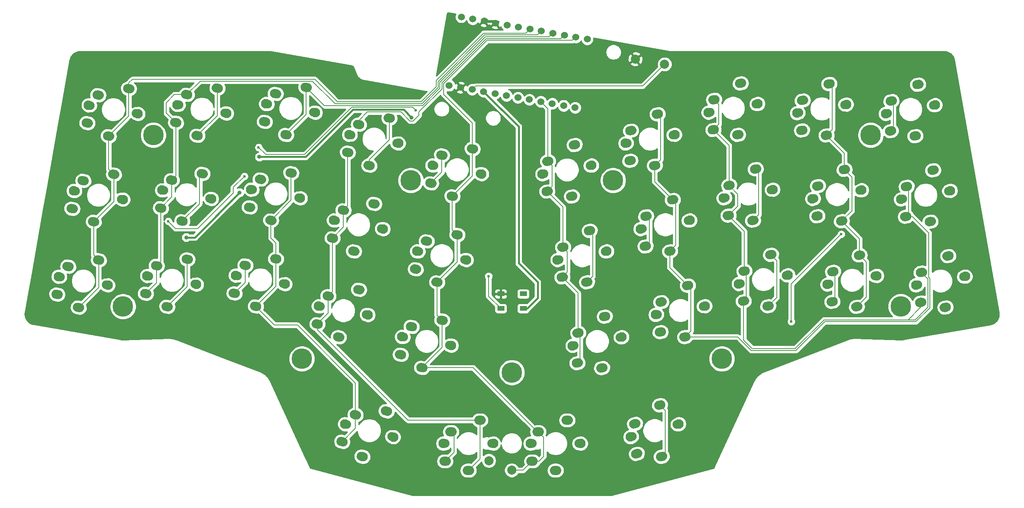
<source format=gtl>
G04 #@! TF.GenerationSoftware,KiCad,Pcbnew,(5.1.10-1-10_14)*
G04 #@! TF.CreationDate,2021-11-21T17:36:23-05:00*
G04 #@! TF.ProjectId,reviung34,72657669-756e-4673-9334-2e6b69636164,1*
G04 #@! TF.SameCoordinates,Original*
G04 #@! TF.FileFunction,Copper,L1,Top*
G04 #@! TF.FilePolarity,Positive*
%FSLAX46Y46*%
G04 Gerber Fmt 4.6, Leading zero omitted, Abs format (unit mm)*
G04 Created by KiCad (PCBNEW (5.1.10-1-10_14)) date 2021-11-21 17:36:23*
%MOMM*%
%LPD*%
G01*
G04 APERTURE LIST*
G04 #@! TA.AperFunction,ComponentPad*
%ADD10C,2.000000*%
G04 #@! TD*
G04 #@! TA.AperFunction,WasherPad*
%ADD11C,2.100000*%
G04 #@! TD*
G04 #@! TA.AperFunction,WasherPad*
%ADD12C,1.900000*%
G04 #@! TD*
G04 #@! TA.AperFunction,ComponentPad*
%ADD13C,1.524000*%
G04 #@! TD*
G04 #@! TA.AperFunction,ComponentPad*
%ADD14O,2.500000X2.000000*%
G04 #@! TD*
G04 #@! TA.AperFunction,SMDPad,CuDef*
%ADD15R,1.500000X1.000000*%
G04 #@! TD*
G04 #@! TA.AperFunction,ComponentPad*
%ADD16C,4.500000*%
G04 #@! TD*
G04 #@! TA.AperFunction,ViaPad*
%ADD17C,0.600000*%
G04 #@! TD*
G04 #@! TA.AperFunction,ViaPad*
%ADD18C,0.900000*%
G04 #@! TD*
G04 #@! TA.AperFunction,Conductor*
%ADD19C,0.200000*%
G04 #@! TD*
G04 #@! TA.AperFunction,Conductor*
%ADD20C,0.600000*%
G04 #@! TD*
G04 #@! TA.AperFunction,Conductor*
%ADD21C,0.400000*%
G04 #@! TD*
G04 #@! TA.AperFunction,Conductor*
%ADD22C,0.254000*%
G04 #@! TD*
G04 #@! TA.AperFunction,Conductor*
%ADD23C,0.150000*%
G04 #@! TD*
G04 APERTURE END LIST*
D10*
X132870000Y-129260000D03*
X137870000Y-131360000D03*
G04 #@! TA.AperFunction,ComponentPad*
G36*
G01*
X82639243Y-54878085D02*
X82639243Y-54878085D01*
G75*
G02*
X83797699Y-54066925I984808J-173648D01*
G01*
X84290103Y-54153749D01*
G75*
G02*
X85101263Y-55312205I-173648J-984808D01*
G01*
X85101263Y-55312205D01*
G75*
G02*
X83942807Y-56123365I-984808J173648D01*
G01*
X83450403Y-56036541D01*
G75*
G02*
X82639243Y-54878085I173648J984808D01*
G01*
G37*
G04 #@! TD.AperFunction*
D11*
X84153557Y-51184935D03*
X94986443Y-53095065D03*
G04 #@! TA.AperFunction,ComponentPad*
G36*
G01*
X87314466Y-57733306D02*
X87314466Y-57733306D01*
G75*
G02*
X88472922Y-56922146I984808J-173648D01*
G01*
X88965326Y-57008970D01*
G75*
G02*
X89776486Y-58167426I-173648J-984808D01*
G01*
X89776486Y-58167426D01*
G75*
G02*
X88618030Y-58978586I-984808J173648D01*
G01*
X88125626Y-58891762D01*
G75*
G02*
X87314466Y-57733306I173648J984808D01*
G01*
G37*
G04 #@! TD.AperFunction*
G04 #@! TA.AperFunction,ComponentPad*
G36*
G01*
X91722534Y-47361183D02*
X91722534Y-47361183D01*
G75*
G02*
X92880990Y-46550023I984808J-173648D01*
G01*
X93373394Y-46636847D01*
G75*
G02*
X94184554Y-47795303I-173648J-984808D01*
G01*
X94184554Y-47795303D01*
G75*
G02*
X93026098Y-48606463I-984808J173648D01*
G01*
X92533694Y-48519639D01*
G75*
G02*
X91722534Y-47361183I173648J984808D01*
G01*
G37*
G04 #@! TD.AperFunction*
G04 #@! TA.AperFunction,ComponentPad*
G36*
G01*
X85027939Y-48759929D02*
X85027939Y-48759929D01*
G75*
G02*
X86186395Y-47948769I984808J-173648D01*
G01*
X86678799Y-48035593D01*
G75*
G02*
X87489959Y-49194049I-173648J-984808D01*
G01*
X87489959Y-49194049D01*
G75*
G02*
X86331503Y-50005209I-984808J173648D01*
G01*
X85839099Y-49918385D01*
G75*
G02*
X85027939Y-48759929I173648J984808D01*
G01*
G37*
G04 #@! TD.AperFunction*
D12*
X94572823Y-53022133D03*
X84567177Y-51257867D03*
D13*
X124212234Y-47170930D03*
X126713646Y-47611996D03*
X129215057Y-48053063D03*
X131716469Y-48494129D03*
X134217881Y-48935195D03*
X136719292Y-49376262D03*
X139220704Y-49817328D03*
X141722116Y-50258395D03*
X144223527Y-50699461D03*
X146724939Y-51140527D03*
X149226351Y-51581594D03*
X151727762Y-52022660D03*
X154370688Y-37033886D03*
X151869276Y-36592820D03*
X149367864Y-36151753D03*
X146866453Y-35710687D03*
X144365041Y-35269621D03*
X141863629Y-34828554D03*
X139362218Y-34387488D03*
X136860806Y-33946421D03*
X134359394Y-33505355D03*
X131857982Y-33064289D03*
X129356571Y-32623222D03*
X126855159Y-32182156D03*
G04 #@! TA.AperFunction,ComponentPad*
G36*
G01*
X180683698Y-57063416D02*
X180683698Y-57063416D01*
G75*
G02*
X181494858Y-55904960I984808J173648D01*
G01*
X181987262Y-55818136D01*
G75*
G02*
X183145718Y-56629296I173648J-984808D01*
G01*
X183145718Y-56629296D01*
G75*
G02*
X182334558Y-57787752I-984808J-173648D01*
G01*
X181842154Y-57874576D01*
G75*
G02*
X180683698Y-57063416I-173648J984808D01*
G01*
G37*
G04 #@! TD.AperFunction*
D11*
X180843557Y-53075065D03*
X191676443Y-51164935D03*
G04 #@! TA.AperFunction,ComponentPad*
G36*
G01*
X186053514Y-58147426D02*
X186053514Y-58147426D01*
G75*
G02*
X186864674Y-56988970I984808J173648D01*
G01*
X187357078Y-56902146D01*
G75*
G02*
X188515534Y-57713306I173648J-984808D01*
G01*
X188515534Y-57713306D01*
G75*
G02*
X187704374Y-58871762I-984808J-173648D01*
G01*
X187211970Y-58958586D01*
G75*
G02*
X186053514Y-58147426I-173648J984808D01*
G01*
G37*
G04 #@! TD.AperFunction*
G04 #@! TA.AperFunction,ComponentPad*
G36*
G01*
X186648269Y-46893170D02*
X186648269Y-46893170D01*
G75*
G02*
X187459429Y-45734714I984808J173648D01*
G01*
X187951833Y-45647890D01*
G75*
G02*
X189110289Y-46459050I173648J-984808D01*
G01*
X189110289Y-46459050D01*
G75*
G02*
X188299129Y-47617506I-984808J-173648D01*
G01*
X187806725Y-47704330D01*
G75*
G02*
X186648269Y-46893170I-173648J984808D01*
G01*
G37*
G04 #@! TD.AperFunction*
G04 #@! TA.AperFunction,ComponentPad*
G36*
G01*
X180835806Y-50497248D02*
X180835806Y-50497248D01*
G75*
G02*
X181646966Y-49338792I984808J173648D01*
G01*
X182139370Y-49251968D01*
G75*
G02*
X183297826Y-50063128I173648J-984808D01*
G01*
X183297826Y-50063128D01*
G75*
G02*
X182486666Y-51221584I-984808J-173648D01*
G01*
X181994262Y-51308408D01*
G75*
G02*
X180835806Y-50497248I-173648J984808D01*
G01*
G37*
G04 #@! TD.AperFunction*
D12*
X191262823Y-51237867D03*
X181257177Y-53002133D03*
G04 #@! TA.AperFunction,ComponentPad*
G36*
G01*
X163965766Y-128070612D02*
X163965766Y-128070612D01*
G75*
G02*
X164672873Y-126845867I965926J258819D01*
G01*
X165155835Y-126716457D01*
G75*
G02*
X166380580Y-127423564I258819J-965926D01*
G01*
X166380580Y-127423564D01*
G75*
G02*
X165673473Y-128648309I-965926J-258819D01*
G01*
X165190511Y-128777719D01*
G75*
G02*
X163965766Y-128070612I-258819J965926D01*
G01*
G37*
G04 #@! TD.AperFunction*
D11*
X163777408Y-124083505D03*
X174402592Y-121236495D03*
G04 #@! TA.AperFunction,ComponentPad*
G36*
G01*
X169409625Y-128682486D02*
X169409625Y-128682486D01*
G75*
G02*
X170116732Y-127457741I965926J258819D01*
G01*
X170599694Y-127328331D01*
G75*
G02*
X171824439Y-128035438I258819J-965926D01*
G01*
X171824439Y-128035438D01*
G75*
G02*
X171117332Y-129260183I-965926J-258819D01*
G01*
X170634370Y-129389593D01*
G75*
G02*
X169409625Y-128682486I-258819J965926D01*
G01*
G37*
G04 #@! TD.AperFunction*
G04 #@! TA.AperFunction,ComponentPad*
G36*
G01*
X169021244Y-117419220D02*
X169021244Y-117419220D01*
G75*
G02*
X169728351Y-116194475I965926J258819D01*
G01*
X170211313Y-116065065D01*
G75*
G02*
X171436058Y-116772172I258819J-965926D01*
G01*
X171436058Y-116772172D01*
G75*
G02*
X170728951Y-117996917I-965926J-258819D01*
G01*
X170245989Y-118126327D01*
G75*
G02*
X169021244Y-117419220I-258819J965926D01*
G01*
G37*
G04 #@! TD.AperFunction*
G04 #@! TA.AperFunction,ComponentPad*
G36*
G01*
X163545015Y-121516173D02*
X163545015Y-121516173D01*
G75*
G02*
X164252122Y-120291428I965926J258819D01*
G01*
X164735084Y-120162018D01*
G75*
G02*
X165959829Y-120869125I258819J-965926D01*
G01*
X165959829Y-120869125D01*
G75*
G02*
X165252722Y-122093870I-965926J-258819D01*
G01*
X164769760Y-122223280D01*
G75*
G02*
X163545015Y-121516173I-258819J965926D01*
G01*
G37*
G04 #@! TD.AperFunction*
D12*
X173996903Y-121345199D03*
X164183097Y-123974801D03*
D14*
X142330000Y-129400000D03*
D11*
X141930000Y-125500000D03*
X152930000Y-125500000D03*
D14*
X147430000Y-131400000D03*
X149970000Y-120420000D03*
X143620000Y-122960000D03*
D12*
X152510000Y-125500000D03*
X142350000Y-125500000D03*
D14*
X123290000Y-129400000D03*
D11*
X122890000Y-125500000D03*
X133890000Y-125500000D03*
D14*
X128390000Y-131400000D03*
X130930000Y-120420000D03*
X124580000Y-122960000D03*
D12*
X133470000Y-125500000D03*
X123310000Y-125500000D03*
G04 #@! TA.AperFunction,ComponentPad*
G36*
G01*
X99586977Y-124793610D02*
X99586977Y-124793610D01*
G75*
G02*
X100811722Y-124086503I965926J-258819D01*
G01*
X101294684Y-124215913D01*
G75*
G02*
X102001791Y-125440658I-258819J-965926D01*
G01*
X102001791Y-125440658D01*
G75*
G02*
X100777046Y-126147765I-965926J258819D01*
G01*
X100294084Y-126018355D01*
G75*
G02*
X99586977Y-124793610I258819J965926D01*
G01*
G37*
G04 #@! TD.AperFunction*
D11*
X101417408Y-121246495D03*
X112042592Y-124093505D03*
G04 #@! TA.AperFunction,ComponentPad*
G36*
G01*
X103995561Y-128045438D02*
X103995561Y-128045438D01*
G75*
G02*
X105220306Y-127338331I965926J-258819D01*
G01*
X105703268Y-127467741D01*
G75*
G02*
X106410375Y-128692486I-258819J-965926D01*
G01*
X106410375Y-128692486D01*
G75*
G02*
X105185630Y-129399593I-965926J258819D01*
G01*
X104702668Y-129270183D01*
G75*
G02*
X103995561Y-128045438I258819J965926D01*
G01*
G37*
G04 #@! TD.AperFunction*
G04 #@! TA.AperFunction,ComponentPad*
G36*
G01*
X109290845Y-118096973D02*
X109290845Y-118096973D01*
G75*
G02*
X110515590Y-117389866I965926J-258819D01*
G01*
X110998552Y-117519276D01*
G75*
G02*
X111705659Y-118744021I-258819J-965926D01*
G01*
X111705659Y-118744021D01*
G75*
G02*
X110480914Y-119451128I-965926J258819D01*
G01*
X109997952Y-119321718D01*
G75*
G02*
X109290845Y-118096973I258819J965926D01*
G01*
G37*
G04 #@! TD.AperFunction*
G04 #@! TA.AperFunction,ComponentPad*
G36*
G01*
X102499816Y-118906924D02*
X102499816Y-118906924D01*
G75*
G02*
X103724561Y-118199817I965926J-258819D01*
G01*
X104207523Y-118329227D01*
G75*
G02*
X104914630Y-119553972I-258819J-965926D01*
G01*
X104914630Y-119553972D01*
G75*
G02*
X103689885Y-120261079I-965926J258819D01*
G01*
X103206923Y-120131669D01*
G75*
G02*
X102499816Y-118906924I258819J965926D01*
G01*
G37*
G04 #@! TD.AperFunction*
D12*
X111636903Y-123984801D03*
X101823097Y-121355199D03*
G04 #@! TA.AperFunction,ComponentPad*
G36*
G01*
X226013698Y-94853416D02*
X226013698Y-94853416D01*
G75*
G02*
X226824858Y-93694960I984808J173648D01*
G01*
X227317262Y-93608136D01*
G75*
G02*
X228475718Y-94419296I173648J-984808D01*
G01*
X228475718Y-94419296D01*
G75*
G02*
X227664558Y-95577752I-984808J-173648D01*
G01*
X227172154Y-95664576D01*
G75*
G02*
X226013698Y-94853416I-173648J984808D01*
G01*
G37*
G04 #@! TD.AperFunction*
D11*
X226173557Y-90865065D03*
X237006443Y-88954935D03*
G04 #@! TA.AperFunction,ComponentPad*
G36*
G01*
X231383514Y-95937426D02*
X231383514Y-95937426D01*
G75*
G02*
X232194674Y-94778970I984808J173648D01*
G01*
X232687078Y-94692146D01*
G75*
G02*
X233845534Y-95503306I173648J-984808D01*
G01*
X233845534Y-95503306D01*
G75*
G02*
X233034374Y-96661762I-984808J-173648D01*
G01*
X232541970Y-96748586D01*
G75*
G02*
X231383514Y-95937426I-173648J984808D01*
G01*
G37*
G04 #@! TD.AperFunction*
G04 #@! TA.AperFunction,ComponentPad*
G36*
G01*
X231978269Y-84683170D02*
X231978269Y-84683170D01*
G75*
G02*
X232789429Y-83524714I984808J173648D01*
G01*
X233281833Y-83437890D01*
G75*
G02*
X234440289Y-84249050I173648J-984808D01*
G01*
X234440289Y-84249050D01*
G75*
G02*
X233629129Y-85407506I-984808J-173648D01*
G01*
X233136725Y-85494330D01*
G75*
G02*
X231978269Y-84683170I-173648J984808D01*
G01*
G37*
G04 #@! TD.AperFunction*
G04 #@! TA.AperFunction,ComponentPad*
G36*
G01*
X226165806Y-88287248D02*
X226165806Y-88287248D01*
G75*
G02*
X226976966Y-87128792I984808J173648D01*
G01*
X227469370Y-87041968D01*
G75*
G02*
X228627826Y-87853128I173648J-984808D01*
G01*
X228627826Y-87853128D01*
G75*
G02*
X227816666Y-89011584I-984808J-173648D01*
G01*
X227324262Y-89098408D01*
G75*
G02*
X226165806Y-88287248I-173648J984808D01*
G01*
G37*
G04 #@! TD.AperFunction*
D12*
X236592823Y-89027867D03*
X226587177Y-90792133D03*
G04 #@! TA.AperFunction,ComponentPad*
G36*
G01*
X222743698Y-76073416D02*
X222743698Y-76073416D01*
G75*
G02*
X223554858Y-74914960I984808J173648D01*
G01*
X224047262Y-74828136D01*
G75*
G02*
X225205718Y-75639296I173648J-984808D01*
G01*
X225205718Y-75639296D01*
G75*
G02*
X224394558Y-76797752I-984808J-173648D01*
G01*
X223902154Y-76884576D01*
G75*
G02*
X222743698Y-76073416I-173648J984808D01*
G01*
G37*
G04 #@! TD.AperFunction*
D11*
X222903557Y-72085065D03*
X233736443Y-70174935D03*
G04 #@! TA.AperFunction,ComponentPad*
G36*
G01*
X228113514Y-77157426D02*
X228113514Y-77157426D01*
G75*
G02*
X228924674Y-75998970I984808J173648D01*
G01*
X229417078Y-75912146D01*
G75*
G02*
X230575534Y-76723306I173648J-984808D01*
G01*
X230575534Y-76723306D01*
G75*
G02*
X229764374Y-77881762I-984808J-173648D01*
G01*
X229271970Y-77968586D01*
G75*
G02*
X228113514Y-77157426I-173648J984808D01*
G01*
G37*
G04 #@! TD.AperFunction*
G04 #@! TA.AperFunction,ComponentPad*
G36*
G01*
X228708269Y-65903170D02*
X228708269Y-65903170D01*
G75*
G02*
X229519429Y-64744714I984808J173648D01*
G01*
X230011833Y-64657890D01*
G75*
G02*
X231170289Y-65469050I173648J-984808D01*
G01*
X231170289Y-65469050D01*
G75*
G02*
X230359129Y-66627506I-984808J-173648D01*
G01*
X229866725Y-66714330D01*
G75*
G02*
X228708269Y-65903170I-173648J984808D01*
G01*
G37*
G04 #@! TD.AperFunction*
G04 #@! TA.AperFunction,ComponentPad*
G36*
G01*
X222895806Y-69507248D02*
X222895806Y-69507248D01*
G75*
G02*
X223706966Y-68348792I984808J173648D01*
G01*
X224199370Y-68261968D01*
G75*
G02*
X225357826Y-69073128I173648J-984808D01*
G01*
X225357826Y-69073128D01*
G75*
G02*
X224546666Y-70231584I-984808J-173648D01*
G01*
X224054262Y-70318408D01*
G75*
G02*
X222895806Y-69507248I-173648J984808D01*
G01*
G37*
G04 #@! TD.AperFunction*
D12*
X233322823Y-70247867D03*
X223317177Y-72012133D03*
G04 #@! TA.AperFunction,ComponentPad*
G36*
G01*
X219433698Y-57333416D02*
X219433698Y-57333416D01*
G75*
G02*
X220244858Y-56174960I984808J173648D01*
G01*
X220737262Y-56088136D01*
G75*
G02*
X221895718Y-56899296I173648J-984808D01*
G01*
X221895718Y-56899296D01*
G75*
G02*
X221084558Y-58057752I-984808J-173648D01*
G01*
X220592154Y-58144576D01*
G75*
G02*
X219433698Y-57333416I-173648J984808D01*
G01*
G37*
G04 #@! TD.AperFunction*
D11*
X219593557Y-53345065D03*
X230426443Y-51434935D03*
G04 #@! TA.AperFunction,ComponentPad*
G36*
G01*
X224803514Y-58417426D02*
X224803514Y-58417426D01*
G75*
G02*
X225614674Y-57258970I984808J173648D01*
G01*
X226107078Y-57172146D01*
G75*
G02*
X227265534Y-57983306I173648J-984808D01*
G01*
X227265534Y-57983306D01*
G75*
G02*
X226454374Y-59141762I-984808J-173648D01*
G01*
X225961970Y-59228586D01*
G75*
G02*
X224803514Y-58417426I-173648J984808D01*
G01*
G37*
G04 #@! TD.AperFunction*
G04 #@! TA.AperFunction,ComponentPad*
G36*
G01*
X225398269Y-47163170D02*
X225398269Y-47163170D01*
G75*
G02*
X226209429Y-46004714I984808J173648D01*
G01*
X226701833Y-45917890D01*
G75*
G02*
X227860289Y-46729050I173648J-984808D01*
G01*
X227860289Y-46729050D01*
G75*
G02*
X227049129Y-47887506I-984808J-173648D01*
G01*
X226556725Y-47974330D01*
G75*
G02*
X225398269Y-47163170I-173648J984808D01*
G01*
G37*
G04 #@! TD.AperFunction*
G04 #@! TA.AperFunction,ComponentPad*
G36*
G01*
X219585806Y-50767248D02*
X219585806Y-50767248D01*
G75*
G02*
X220396966Y-49608792I984808J173648D01*
G01*
X220889370Y-49521968D01*
G75*
G02*
X222047826Y-50333128I173648J-984808D01*
G01*
X222047826Y-50333128D01*
G75*
G02*
X221236666Y-51491584I-984808J-173648D01*
G01*
X220744262Y-51578408D01*
G75*
G02*
X219585806Y-50767248I-173648J984808D01*
G01*
G37*
G04 #@! TD.AperFunction*
D12*
X230012823Y-51507867D03*
X220007177Y-53272133D03*
G04 #@! TA.AperFunction,ComponentPad*
G36*
G01*
X206673698Y-94693416D02*
X206673698Y-94693416D01*
G75*
G02*
X207484858Y-93534960I984808J173648D01*
G01*
X207977262Y-93448136D01*
G75*
G02*
X209135718Y-94259296I173648J-984808D01*
G01*
X209135718Y-94259296D01*
G75*
G02*
X208324558Y-95417752I-984808J-173648D01*
G01*
X207832154Y-95504576D01*
G75*
G02*
X206673698Y-94693416I-173648J984808D01*
G01*
G37*
G04 #@! TD.AperFunction*
D11*
X206833557Y-90705065D03*
X217666443Y-88794935D03*
G04 #@! TA.AperFunction,ComponentPad*
G36*
G01*
X212043514Y-95777426D02*
X212043514Y-95777426D01*
G75*
G02*
X212854674Y-94618970I984808J173648D01*
G01*
X213347078Y-94532146D01*
G75*
G02*
X214505534Y-95343306I173648J-984808D01*
G01*
X214505534Y-95343306D01*
G75*
G02*
X213694374Y-96501762I-984808J-173648D01*
G01*
X213201970Y-96588586D01*
G75*
G02*
X212043514Y-95777426I-173648J984808D01*
G01*
G37*
G04 #@! TD.AperFunction*
G04 #@! TA.AperFunction,ComponentPad*
G36*
G01*
X212638269Y-84523170D02*
X212638269Y-84523170D01*
G75*
G02*
X213449429Y-83364714I984808J173648D01*
G01*
X213941833Y-83277890D01*
G75*
G02*
X215100289Y-84089050I173648J-984808D01*
G01*
X215100289Y-84089050D01*
G75*
G02*
X214289129Y-85247506I-984808J-173648D01*
G01*
X213796725Y-85334330D01*
G75*
G02*
X212638269Y-84523170I-173648J984808D01*
G01*
G37*
G04 #@! TD.AperFunction*
G04 #@! TA.AperFunction,ComponentPad*
G36*
G01*
X206825806Y-88127248D02*
X206825806Y-88127248D01*
G75*
G02*
X207636966Y-86968792I984808J173648D01*
G01*
X208129370Y-86881968D01*
G75*
G02*
X209287826Y-87693128I173648J-984808D01*
G01*
X209287826Y-87693128D01*
G75*
G02*
X208476666Y-88851584I-984808J-173648D01*
G01*
X207984262Y-88938408D01*
G75*
G02*
X206825806Y-88127248I-173648J984808D01*
G01*
G37*
G04 #@! TD.AperFunction*
D12*
X217252823Y-88867867D03*
X207247177Y-90632133D03*
G04 #@! TA.AperFunction,ComponentPad*
G36*
G01*
X187293698Y-94563416D02*
X187293698Y-94563416D01*
G75*
G02*
X188104858Y-93404960I984808J173648D01*
G01*
X188597262Y-93318136D01*
G75*
G02*
X189755718Y-94129296I173648J-984808D01*
G01*
X189755718Y-94129296D01*
G75*
G02*
X188944558Y-95287752I-984808J-173648D01*
G01*
X188452154Y-95374576D01*
G75*
G02*
X187293698Y-94563416I-173648J984808D01*
G01*
G37*
G04 #@! TD.AperFunction*
D11*
X187453557Y-90575065D03*
X198286443Y-88664935D03*
G04 #@! TA.AperFunction,ComponentPad*
G36*
G01*
X192663514Y-95647426D02*
X192663514Y-95647426D01*
G75*
G02*
X193474674Y-94488970I984808J173648D01*
G01*
X193967078Y-94402146D01*
G75*
G02*
X195125534Y-95213306I173648J-984808D01*
G01*
X195125534Y-95213306D01*
G75*
G02*
X194314374Y-96371762I-984808J-173648D01*
G01*
X193821970Y-96458586D01*
G75*
G02*
X192663514Y-95647426I-173648J984808D01*
G01*
G37*
G04 #@! TD.AperFunction*
G04 #@! TA.AperFunction,ComponentPad*
G36*
G01*
X193258269Y-84393170D02*
X193258269Y-84393170D01*
G75*
G02*
X194069429Y-83234714I984808J173648D01*
G01*
X194561833Y-83147890D01*
G75*
G02*
X195720289Y-83959050I173648J-984808D01*
G01*
X195720289Y-83959050D01*
G75*
G02*
X194909129Y-85117506I-984808J-173648D01*
G01*
X194416725Y-85204330D01*
G75*
G02*
X193258269Y-84393170I-173648J984808D01*
G01*
G37*
G04 #@! TD.AperFunction*
G04 #@! TA.AperFunction,ComponentPad*
G36*
G01*
X187445806Y-87997248D02*
X187445806Y-87997248D01*
G75*
G02*
X188256966Y-86838792I984808J173648D01*
G01*
X188749370Y-86751968D01*
G75*
G02*
X189907826Y-87563128I173648J-984808D01*
G01*
X189907826Y-87563128D01*
G75*
G02*
X189096666Y-88721584I-984808J-173648D01*
G01*
X188604262Y-88808408D01*
G75*
G02*
X187445806Y-87997248I-173648J984808D01*
G01*
G37*
G04 #@! TD.AperFunction*
D12*
X197872823Y-88737867D03*
X187867177Y-90502133D03*
G04 #@! TA.AperFunction,ComponentPad*
G36*
G01*
X169123698Y-101323416D02*
X169123698Y-101323416D01*
G75*
G02*
X169934858Y-100164960I984808J173648D01*
G01*
X170427262Y-100078136D01*
G75*
G02*
X171585718Y-100889296I173648J-984808D01*
G01*
X171585718Y-100889296D01*
G75*
G02*
X170774558Y-102047752I-984808J-173648D01*
G01*
X170282154Y-102134576D01*
G75*
G02*
X169123698Y-101323416I-173648J984808D01*
G01*
G37*
G04 #@! TD.AperFunction*
D11*
X169283557Y-97335065D03*
X180116443Y-95424935D03*
G04 #@! TA.AperFunction,ComponentPad*
G36*
G01*
X174493514Y-102407426D02*
X174493514Y-102407426D01*
G75*
G02*
X175304674Y-101248970I984808J173648D01*
G01*
X175797078Y-101162146D01*
G75*
G02*
X176955534Y-101973306I173648J-984808D01*
G01*
X176955534Y-101973306D01*
G75*
G02*
X176144374Y-103131762I-984808J-173648D01*
G01*
X175651970Y-103218586D01*
G75*
G02*
X174493514Y-102407426I-173648J984808D01*
G01*
G37*
G04 #@! TD.AperFunction*
G04 #@! TA.AperFunction,ComponentPad*
G36*
G01*
X175088269Y-91153170D02*
X175088269Y-91153170D01*
G75*
G02*
X175899429Y-89994714I984808J173648D01*
G01*
X176391833Y-89907890D01*
G75*
G02*
X177550289Y-90719050I173648J-984808D01*
G01*
X177550289Y-90719050D01*
G75*
G02*
X176739129Y-91877506I-984808J-173648D01*
G01*
X176246725Y-91964330D01*
G75*
G02*
X175088269Y-91153170I-173648J984808D01*
G01*
G37*
G04 #@! TD.AperFunction*
G04 #@! TA.AperFunction,ComponentPad*
G36*
G01*
X169275806Y-94757248D02*
X169275806Y-94757248D01*
G75*
G02*
X170086966Y-93598792I984808J173648D01*
G01*
X170579370Y-93511968D01*
G75*
G02*
X171737826Y-94323128I173648J-984808D01*
G01*
X171737826Y-94323128D01*
G75*
G02*
X170926666Y-95481584I-984808J-173648D01*
G01*
X170434262Y-95568408D01*
G75*
G02*
X169275806Y-94757248I-173648J984808D01*
G01*
G37*
G04 #@! TD.AperFunction*
D12*
X179702823Y-95497867D03*
X169697177Y-97262133D03*
G04 #@! TA.AperFunction,ComponentPad*
G36*
G01*
X150973698Y-108103416D02*
X150973698Y-108103416D01*
G75*
G02*
X151784858Y-106944960I984808J173648D01*
G01*
X152277262Y-106858136D01*
G75*
G02*
X153435718Y-107669296I173648J-984808D01*
G01*
X153435718Y-107669296D01*
G75*
G02*
X152624558Y-108827752I-984808J-173648D01*
G01*
X152132154Y-108914576D01*
G75*
G02*
X150973698Y-108103416I-173648J984808D01*
G01*
G37*
G04 #@! TD.AperFunction*
D11*
X151133557Y-104115065D03*
X161966443Y-102204935D03*
G04 #@! TA.AperFunction,ComponentPad*
G36*
G01*
X156343514Y-109187426D02*
X156343514Y-109187426D01*
G75*
G02*
X157154674Y-108028970I984808J173648D01*
G01*
X157647078Y-107942146D01*
G75*
G02*
X158805534Y-108753306I173648J-984808D01*
G01*
X158805534Y-108753306D01*
G75*
G02*
X157994374Y-109911762I-984808J-173648D01*
G01*
X157501970Y-109998586D01*
G75*
G02*
X156343514Y-109187426I-173648J984808D01*
G01*
G37*
G04 #@! TD.AperFunction*
G04 #@! TA.AperFunction,ComponentPad*
G36*
G01*
X156938269Y-97933170D02*
X156938269Y-97933170D01*
G75*
G02*
X157749429Y-96774714I984808J173648D01*
G01*
X158241833Y-96687890D01*
G75*
G02*
X159400289Y-97499050I173648J-984808D01*
G01*
X159400289Y-97499050D01*
G75*
G02*
X158589129Y-98657506I-984808J-173648D01*
G01*
X158096725Y-98744330D01*
G75*
G02*
X156938269Y-97933170I-173648J984808D01*
G01*
G37*
G04 #@! TD.AperFunction*
G04 #@! TA.AperFunction,ComponentPad*
G36*
G01*
X151125806Y-101537248D02*
X151125806Y-101537248D01*
G75*
G02*
X151936966Y-100378792I984808J173648D01*
G01*
X152429370Y-100291968D01*
G75*
G02*
X153587826Y-101103128I173648J-984808D01*
G01*
X153587826Y-101103128D01*
G75*
G02*
X152776666Y-102261584I-984808J-173648D01*
G01*
X152284262Y-102348408D01*
G75*
G02*
X151125806Y-101537248I-173648J984808D01*
G01*
G37*
G04 #@! TD.AperFunction*
D12*
X161552823Y-102277867D03*
X151547177Y-104042133D03*
G04 #@! TA.AperFunction,ComponentPad*
G36*
G01*
X203373698Y-75953416D02*
X203373698Y-75953416D01*
G75*
G02*
X204184858Y-74794960I984808J173648D01*
G01*
X204677262Y-74708136D01*
G75*
G02*
X205835718Y-75519296I173648J-984808D01*
G01*
X205835718Y-75519296D01*
G75*
G02*
X205024558Y-76677752I-984808J-173648D01*
G01*
X204532154Y-76764576D01*
G75*
G02*
X203373698Y-75953416I-173648J984808D01*
G01*
G37*
G04 #@! TD.AperFunction*
D11*
X203533557Y-71965065D03*
X214366443Y-70054935D03*
G04 #@! TA.AperFunction,ComponentPad*
G36*
G01*
X208743514Y-77037426D02*
X208743514Y-77037426D01*
G75*
G02*
X209554674Y-75878970I984808J173648D01*
G01*
X210047078Y-75792146D01*
G75*
G02*
X211205534Y-76603306I173648J-984808D01*
G01*
X211205534Y-76603306D01*
G75*
G02*
X210394374Y-77761762I-984808J-173648D01*
G01*
X209901970Y-77848586D01*
G75*
G02*
X208743514Y-77037426I-173648J984808D01*
G01*
G37*
G04 #@! TD.AperFunction*
G04 #@! TA.AperFunction,ComponentPad*
G36*
G01*
X209338269Y-65783170D02*
X209338269Y-65783170D01*
G75*
G02*
X210149429Y-64624714I984808J173648D01*
G01*
X210641833Y-64537890D01*
G75*
G02*
X211800289Y-65349050I173648J-984808D01*
G01*
X211800289Y-65349050D01*
G75*
G02*
X210989129Y-66507506I-984808J-173648D01*
G01*
X210496725Y-66594330D01*
G75*
G02*
X209338269Y-65783170I-173648J984808D01*
G01*
G37*
G04 #@! TD.AperFunction*
G04 #@! TA.AperFunction,ComponentPad*
G36*
G01*
X203525806Y-69387248D02*
X203525806Y-69387248D01*
G75*
G02*
X204336966Y-68228792I984808J173648D01*
G01*
X204829370Y-68141968D01*
G75*
G02*
X205987826Y-68953128I173648J-984808D01*
G01*
X205987826Y-68953128D01*
G75*
G02*
X205176666Y-70111584I-984808J-173648D01*
G01*
X204684262Y-70198408D01*
G75*
G02*
X203525806Y-69387248I-173648J984808D01*
G01*
G37*
G04 #@! TD.AperFunction*
D12*
X213952823Y-70127867D03*
X203947177Y-71892133D03*
G04 #@! TA.AperFunction,ComponentPad*
G36*
G01*
X183973698Y-75823416D02*
X183973698Y-75823416D01*
G75*
G02*
X184784858Y-74664960I984808J173648D01*
G01*
X185277262Y-74578136D01*
G75*
G02*
X186435718Y-75389296I173648J-984808D01*
G01*
X186435718Y-75389296D01*
G75*
G02*
X185624558Y-76547752I-984808J-173648D01*
G01*
X185132154Y-76634576D01*
G75*
G02*
X183973698Y-75823416I-173648J984808D01*
G01*
G37*
G04 #@! TD.AperFunction*
D11*
X184133557Y-71835065D03*
X194966443Y-69924935D03*
G04 #@! TA.AperFunction,ComponentPad*
G36*
G01*
X189343514Y-76907426D02*
X189343514Y-76907426D01*
G75*
G02*
X190154674Y-75748970I984808J173648D01*
G01*
X190647078Y-75662146D01*
G75*
G02*
X191805534Y-76473306I173648J-984808D01*
G01*
X191805534Y-76473306D01*
G75*
G02*
X190994374Y-77631762I-984808J-173648D01*
G01*
X190501970Y-77718586D01*
G75*
G02*
X189343514Y-76907426I-173648J984808D01*
G01*
G37*
G04 #@! TD.AperFunction*
G04 #@! TA.AperFunction,ComponentPad*
G36*
G01*
X189938269Y-65653170D02*
X189938269Y-65653170D01*
G75*
G02*
X190749429Y-64494714I984808J173648D01*
G01*
X191241833Y-64407890D01*
G75*
G02*
X192400289Y-65219050I173648J-984808D01*
G01*
X192400289Y-65219050D01*
G75*
G02*
X191589129Y-66377506I-984808J-173648D01*
G01*
X191096725Y-66464330D01*
G75*
G02*
X189938269Y-65653170I-173648J984808D01*
G01*
G37*
G04 #@! TD.AperFunction*
G04 #@! TA.AperFunction,ComponentPad*
G36*
G01*
X184125806Y-69257248D02*
X184125806Y-69257248D01*
G75*
G02*
X184936966Y-68098792I984808J173648D01*
G01*
X185429370Y-68011968D01*
G75*
G02*
X186587826Y-68823128I173648J-984808D01*
G01*
X186587826Y-68823128D01*
G75*
G02*
X185776666Y-69981584I-984808J-173648D01*
G01*
X185284262Y-70068408D01*
G75*
G02*
X184125806Y-69257248I-173648J984808D01*
G01*
G37*
G04 #@! TD.AperFunction*
D12*
X194552823Y-69997867D03*
X184547177Y-71762133D03*
G04 #@! TA.AperFunction,ComponentPad*
G36*
G01*
X165833698Y-82553416D02*
X165833698Y-82553416D01*
G75*
G02*
X166644858Y-81394960I984808J173648D01*
G01*
X167137262Y-81308136D01*
G75*
G02*
X168295718Y-82119296I173648J-984808D01*
G01*
X168295718Y-82119296D01*
G75*
G02*
X167484558Y-83277752I-984808J-173648D01*
G01*
X166992154Y-83364576D01*
G75*
G02*
X165833698Y-82553416I-173648J984808D01*
G01*
G37*
G04 #@! TD.AperFunction*
D11*
X165993557Y-78565065D03*
X176826443Y-76654935D03*
G04 #@! TA.AperFunction,ComponentPad*
G36*
G01*
X171203514Y-83637426D02*
X171203514Y-83637426D01*
G75*
G02*
X172014674Y-82478970I984808J173648D01*
G01*
X172507078Y-82392146D01*
G75*
G02*
X173665534Y-83203306I173648J-984808D01*
G01*
X173665534Y-83203306D01*
G75*
G02*
X172854374Y-84361762I-984808J-173648D01*
G01*
X172361970Y-84448586D01*
G75*
G02*
X171203514Y-83637426I-173648J984808D01*
G01*
G37*
G04 #@! TD.AperFunction*
G04 #@! TA.AperFunction,ComponentPad*
G36*
G01*
X171798269Y-72383170D02*
X171798269Y-72383170D01*
G75*
G02*
X172609429Y-71224714I984808J173648D01*
G01*
X173101833Y-71137890D01*
G75*
G02*
X174260289Y-71949050I173648J-984808D01*
G01*
X174260289Y-71949050D01*
G75*
G02*
X173449129Y-73107506I-984808J-173648D01*
G01*
X172956725Y-73194330D01*
G75*
G02*
X171798269Y-72383170I-173648J984808D01*
G01*
G37*
G04 #@! TD.AperFunction*
G04 #@! TA.AperFunction,ComponentPad*
G36*
G01*
X165985806Y-75987248D02*
X165985806Y-75987248D01*
G75*
G02*
X166796966Y-74828792I984808J173648D01*
G01*
X167289370Y-74741968D01*
G75*
G02*
X168447826Y-75553128I173648J-984808D01*
G01*
X168447826Y-75553128D01*
G75*
G02*
X167636666Y-76711584I-984808J-173648D01*
G01*
X167144262Y-76798408D01*
G75*
G02*
X165985806Y-75987248I-173648J984808D01*
G01*
G37*
G04 #@! TD.AperFunction*
D12*
X176412823Y-76727867D03*
X166407177Y-78492133D03*
G04 #@! TA.AperFunction,ComponentPad*
G36*
G01*
X147673698Y-89323416D02*
X147673698Y-89323416D01*
G75*
G02*
X148484858Y-88164960I984808J173648D01*
G01*
X148977262Y-88078136D01*
G75*
G02*
X150135718Y-88889296I173648J-984808D01*
G01*
X150135718Y-88889296D01*
G75*
G02*
X149324558Y-90047752I-984808J-173648D01*
G01*
X148832154Y-90134576D01*
G75*
G02*
X147673698Y-89323416I-173648J984808D01*
G01*
G37*
G04 #@! TD.AperFunction*
D11*
X147833557Y-85335065D03*
X158666443Y-83424935D03*
G04 #@! TA.AperFunction,ComponentPad*
G36*
G01*
X153043514Y-90407426D02*
X153043514Y-90407426D01*
G75*
G02*
X153854674Y-89248970I984808J173648D01*
G01*
X154347078Y-89162146D01*
G75*
G02*
X155505534Y-89973306I173648J-984808D01*
G01*
X155505534Y-89973306D01*
G75*
G02*
X154694374Y-91131762I-984808J-173648D01*
G01*
X154201970Y-91218586D01*
G75*
G02*
X153043514Y-90407426I-173648J984808D01*
G01*
G37*
G04 #@! TD.AperFunction*
G04 #@! TA.AperFunction,ComponentPad*
G36*
G01*
X153638269Y-79153170D02*
X153638269Y-79153170D01*
G75*
G02*
X154449429Y-77994714I984808J173648D01*
G01*
X154941833Y-77907890D01*
G75*
G02*
X156100289Y-78719050I173648J-984808D01*
G01*
X156100289Y-78719050D01*
G75*
G02*
X155289129Y-79877506I-984808J-173648D01*
G01*
X154796725Y-79964330D01*
G75*
G02*
X153638269Y-79153170I-173648J984808D01*
G01*
G37*
G04 #@! TD.AperFunction*
G04 #@! TA.AperFunction,ComponentPad*
G36*
G01*
X147825806Y-82757248D02*
X147825806Y-82757248D01*
G75*
G02*
X148636966Y-81598792I984808J173648D01*
G01*
X149129370Y-81511968D01*
G75*
G02*
X150287826Y-82323128I173648J-984808D01*
G01*
X150287826Y-82323128D01*
G75*
G02*
X149476666Y-83481584I-984808J-173648D01*
G01*
X148984262Y-83568408D01*
G75*
G02*
X147825806Y-82757248I-173648J984808D01*
G01*
G37*
G04 #@! TD.AperFunction*
D12*
X158252823Y-83497867D03*
X148247177Y-85262133D03*
G04 #@! TA.AperFunction,ComponentPad*
G36*
G01*
X200033698Y-57193416D02*
X200033698Y-57193416D01*
G75*
G02*
X200844858Y-56034960I984808J173648D01*
G01*
X201337262Y-55948136D01*
G75*
G02*
X202495718Y-56759296I173648J-984808D01*
G01*
X202495718Y-56759296D01*
G75*
G02*
X201684558Y-57917752I-984808J-173648D01*
G01*
X201192154Y-58004576D01*
G75*
G02*
X200033698Y-57193416I-173648J984808D01*
G01*
G37*
G04 #@! TD.AperFunction*
D11*
X200193557Y-53205065D03*
X211026443Y-51294935D03*
G04 #@! TA.AperFunction,ComponentPad*
G36*
G01*
X205403514Y-58277426D02*
X205403514Y-58277426D01*
G75*
G02*
X206214674Y-57118970I984808J173648D01*
G01*
X206707078Y-57032146D01*
G75*
G02*
X207865534Y-57843306I173648J-984808D01*
G01*
X207865534Y-57843306D01*
G75*
G02*
X207054374Y-59001762I-984808J-173648D01*
G01*
X206561970Y-59088586D01*
G75*
G02*
X205403514Y-58277426I-173648J984808D01*
G01*
G37*
G04 #@! TD.AperFunction*
G04 #@! TA.AperFunction,ComponentPad*
G36*
G01*
X205998269Y-47023170D02*
X205998269Y-47023170D01*
G75*
G02*
X206809429Y-45864714I984808J173648D01*
G01*
X207301833Y-45777890D01*
G75*
G02*
X208460289Y-46589050I173648J-984808D01*
G01*
X208460289Y-46589050D01*
G75*
G02*
X207649129Y-47747506I-984808J-173648D01*
G01*
X207156725Y-47834330D01*
G75*
G02*
X205998269Y-47023170I-173648J984808D01*
G01*
G37*
G04 #@! TD.AperFunction*
G04 #@! TA.AperFunction,ComponentPad*
G36*
G01*
X200185806Y-50627248D02*
X200185806Y-50627248D01*
G75*
G02*
X200996966Y-49468792I984808J173648D01*
G01*
X201489370Y-49381968D01*
G75*
G02*
X202647826Y-50193128I173648J-984808D01*
G01*
X202647826Y-50193128D01*
G75*
G02*
X201836666Y-51351584I-984808J-173648D01*
G01*
X201344262Y-51438408D01*
G75*
G02*
X200185806Y-50627248I-173648J984808D01*
G01*
G37*
G04 #@! TD.AperFunction*
D12*
X210612823Y-51367867D03*
X200607177Y-53132133D03*
G04 #@! TA.AperFunction,ComponentPad*
G36*
G01*
X162513698Y-63813416D02*
X162513698Y-63813416D01*
G75*
G02*
X163324858Y-62654960I984808J173648D01*
G01*
X163817262Y-62568136D01*
G75*
G02*
X164975718Y-63379296I173648J-984808D01*
G01*
X164975718Y-63379296D01*
G75*
G02*
X164164558Y-64537752I-984808J-173648D01*
G01*
X163672154Y-64624576D01*
G75*
G02*
X162513698Y-63813416I-173648J984808D01*
G01*
G37*
G04 #@! TD.AperFunction*
D11*
X162673557Y-59825065D03*
X173506443Y-57914935D03*
G04 #@! TA.AperFunction,ComponentPad*
G36*
G01*
X167883514Y-64897426D02*
X167883514Y-64897426D01*
G75*
G02*
X168694674Y-63738970I984808J173648D01*
G01*
X169187078Y-63652146D01*
G75*
G02*
X170345534Y-64463306I173648J-984808D01*
G01*
X170345534Y-64463306D01*
G75*
G02*
X169534374Y-65621762I-984808J-173648D01*
G01*
X169041970Y-65708586D01*
G75*
G02*
X167883514Y-64897426I-173648J984808D01*
G01*
G37*
G04 #@! TD.AperFunction*
G04 #@! TA.AperFunction,ComponentPad*
G36*
G01*
X168478269Y-53643170D02*
X168478269Y-53643170D01*
G75*
G02*
X169289429Y-52484714I984808J173648D01*
G01*
X169781833Y-52397890D01*
G75*
G02*
X170940289Y-53209050I173648J-984808D01*
G01*
X170940289Y-53209050D01*
G75*
G02*
X170129129Y-54367506I-984808J-173648D01*
G01*
X169636725Y-54454330D01*
G75*
G02*
X168478269Y-53643170I-173648J984808D01*
G01*
G37*
G04 #@! TD.AperFunction*
G04 #@! TA.AperFunction,ComponentPad*
G36*
G01*
X162665806Y-57247248D02*
X162665806Y-57247248D01*
G75*
G02*
X163476966Y-56088792I984808J173648D01*
G01*
X163969370Y-56001968D01*
G75*
G02*
X165127826Y-56813128I173648J-984808D01*
G01*
X165127826Y-56813128D01*
G75*
G02*
X164316666Y-57971584I-984808J-173648D01*
G01*
X163824262Y-58058408D01*
G75*
G02*
X162665806Y-57247248I-173648J984808D01*
G01*
G37*
G04 #@! TD.AperFunction*
D12*
X173092823Y-57987867D03*
X163087177Y-59752133D03*
G04 #@! TA.AperFunction,ComponentPad*
G36*
G01*
X144373698Y-70543416D02*
X144373698Y-70543416D01*
G75*
G02*
X145184858Y-69384960I984808J173648D01*
G01*
X145677262Y-69298136D01*
G75*
G02*
X146835718Y-70109296I173648J-984808D01*
G01*
X146835718Y-70109296D01*
G75*
G02*
X146024558Y-71267752I-984808J-173648D01*
G01*
X145532154Y-71354576D01*
G75*
G02*
X144373698Y-70543416I-173648J984808D01*
G01*
G37*
G04 #@! TD.AperFunction*
D11*
X144533557Y-66555065D03*
X155366443Y-64644935D03*
G04 #@! TA.AperFunction,ComponentPad*
G36*
G01*
X149743514Y-71627426D02*
X149743514Y-71627426D01*
G75*
G02*
X150554674Y-70468970I984808J173648D01*
G01*
X151047078Y-70382146D01*
G75*
G02*
X152205534Y-71193306I173648J-984808D01*
G01*
X152205534Y-71193306D01*
G75*
G02*
X151394374Y-72351762I-984808J-173648D01*
G01*
X150901970Y-72438586D01*
G75*
G02*
X149743514Y-71627426I-173648J984808D01*
G01*
G37*
G04 #@! TD.AperFunction*
G04 #@! TA.AperFunction,ComponentPad*
G36*
G01*
X150338269Y-60373170D02*
X150338269Y-60373170D01*
G75*
G02*
X151149429Y-59214714I984808J173648D01*
G01*
X151641833Y-59127890D01*
G75*
G02*
X152800289Y-59939050I173648J-984808D01*
G01*
X152800289Y-59939050D01*
G75*
G02*
X151989129Y-61097506I-984808J-173648D01*
G01*
X151496725Y-61184330D01*
G75*
G02*
X150338269Y-60373170I-173648J984808D01*
G01*
G37*
G04 #@! TD.AperFunction*
G04 #@! TA.AperFunction,ComponentPad*
G36*
G01*
X144525806Y-63977248D02*
X144525806Y-63977248D01*
G75*
G02*
X145336966Y-62818792I984808J173648D01*
G01*
X145829370Y-62731968D01*
G75*
G02*
X146987826Y-63543128I173648J-984808D01*
G01*
X146987826Y-63543128D01*
G75*
G02*
X146176666Y-64701584I-984808J-173648D01*
G01*
X145684262Y-64788408D01*
G75*
G02*
X144525806Y-63977248I-173648J984808D01*
G01*
G37*
G04 #@! TD.AperFunction*
D12*
X154952823Y-64717867D03*
X144947177Y-66482133D03*
G04 #@! TA.AperFunction,ComponentPad*
G36*
G01*
X112339243Y-105848085D02*
X112339243Y-105848085D01*
G75*
G02*
X113497699Y-105036925I984808J-173648D01*
G01*
X113990103Y-105123749D01*
G75*
G02*
X114801263Y-106282205I-173648J-984808D01*
G01*
X114801263Y-106282205D01*
G75*
G02*
X113642807Y-107093365I-984808J173648D01*
G01*
X113150403Y-107006541D01*
G75*
G02*
X112339243Y-105848085I173648J984808D01*
G01*
G37*
G04 #@! TD.AperFunction*
D11*
X113853557Y-102154935D03*
X124686443Y-104065065D03*
G04 #@! TA.AperFunction,ComponentPad*
G36*
G01*
X117014466Y-108703306D02*
X117014466Y-108703306D01*
G75*
G02*
X118172922Y-107892146I984808J-173648D01*
G01*
X118665326Y-107978970D01*
G75*
G02*
X119476486Y-109137426I-173648J-984808D01*
G01*
X119476486Y-109137426D01*
G75*
G02*
X118318030Y-109948586I-984808J173648D01*
G01*
X117825626Y-109861762D01*
G75*
G02*
X117014466Y-108703306I173648J984808D01*
G01*
G37*
G04 #@! TD.AperFunction*
G04 #@! TA.AperFunction,ComponentPad*
G36*
G01*
X121422534Y-98331183D02*
X121422534Y-98331183D01*
G75*
G02*
X122580990Y-97520023I984808J-173648D01*
G01*
X123073394Y-97606847D01*
G75*
G02*
X123884554Y-98765303I-173648J-984808D01*
G01*
X123884554Y-98765303D01*
G75*
G02*
X122726098Y-99576463I-984808J173648D01*
G01*
X122233694Y-99489639D01*
G75*
G02*
X121422534Y-98331183I173648J984808D01*
G01*
G37*
G04 #@! TD.AperFunction*
G04 #@! TA.AperFunction,ComponentPad*
G36*
G01*
X114727939Y-99729929D02*
X114727939Y-99729929D01*
G75*
G02*
X115886395Y-98918769I984808J-173648D01*
G01*
X116378799Y-99005593D01*
G75*
G02*
X117189959Y-100164049I-173648J-984808D01*
G01*
X117189959Y-100164049D01*
G75*
G02*
X116031503Y-100975209I-984808J173648D01*
G01*
X115539099Y-100888385D01*
G75*
G02*
X114727939Y-99729929I173648J984808D01*
G01*
G37*
G04 #@! TD.AperFunction*
D12*
X124272823Y-103992133D03*
X114267177Y-102227867D03*
G04 #@! TA.AperFunction,ComponentPad*
G36*
G01*
X94149243Y-99148085D02*
X94149243Y-99148085D01*
G75*
G02*
X95307699Y-98336925I984808J-173648D01*
G01*
X95800103Y-98423749D01*
G75*
G02*
X96611263Y-99582205I-173648J-984808D01*
G01*
X96611263Y-99582205D01*
G75*
G02*
X95452807Y-100393365I-984808J173648D01*
G01*
X94960403Y-100306541D01*
G75*
G02*
X94149243Y-99148085I173648J984808D01*
G01*
G37*
G04 #@! TD.AperFunction*
D11*
X95663557Y-95454935D03*
X106496443Y-97365065D03*
G04 #@! TA.AperFunction,ComponentPad*
G36*
G01*
X98824466Y-102003306D02*
X98824466Y-102003306D01*
G75*
G02*
X99982922Y-101192146I984808J-173648D01*
G01*
X100475326Y-101278970D01*
G75*
G02*
X101286486Y-102437426I-173648J-984808D01*
G01*
X101286486Y-102437426D01*
G75*
G02*
X100128030Y-103248586I-984808J173648D01*
G01*
X99635626Y-103161762D01*
G75*
G02*
X98824466Y-102003306I173648J984808D01*
G01*
G37*
G04 #@! TD.AperFunction*
G04 #@! TA.AperFunction,ComponentPad*
G36*
G01*
X103232534Y-91631183D02*
X103232534Y-91631183D01*
G75*
G02*
X104390990Y-90820023I984808J-173648D01*
G01*
X104883394Y-90906847D01*
G75*
G02*
X105694554Y-92065303I-173648J-984808D01*
G01*
X105694554Y-92065303D01*
G75*
G02*
X104536098Y-92876463I-984808J173648D01*
G01*
X104043694Y-92789639D01*
G75*
G02*
X103232534Y-91631183I173648J984808D01*
G01*
G37*
G04 #@! TD.AperFunction*
G04 #@! TA.AperFunction,ComponentPad*
G36*
G01*
X96537939Y-93029929D02*
X96537939Y-93029929D01*
G75*
G02*
X97696395Y-92218769I984808J-173648D01*
G01*
X98188799Y-92305593D01*
G75*
G02*
X98999959Y-93464049I-173648J-984808D01*
G01*
X98999959Y-93464049D01*
G75*
G02*
X97841503Y-94275209I-984808J173648D01*
G01*
X97349099Y-94188385D01*
G75*
G02*
X96537939Y-93029929I173648J984808D01*
G01*
G37*
G04 #@! TD.AperFunction*
D12*
X106082823Y-97292133D03*
X96077177Y-95527867D03*
G04 #@! TA.AperFunction,ComponentPad*
G36*
G01*
X76009243Y-92418085D02*
X76009243Y-92418085D01*
G75*
G02*
X77167699Y-91606925I984808J-173648D01*
G01*
X77660103Y-91693749D01*
G75*
G02*
X78471263Y-92852205I-173648J-984808D01*
G01*
X78471263Y-92852205D01*
G75*
G02*
X77312807Y-93663365I-984808J173648D01*
G01*
X76820403Y-93576541D01*
G75*
G02*
X76009243Y-92418085I173648J984808D01*
G01*
G37*
G04 #@! TD.AperFunction*
D11*
X77523557Y-88724935D03*
X88356443Y-90635065D03*
G04 #@! TA.AperFunction,ComponentPad*
G36*
G01*
X80684466Y-95273306D02*
X80684466Y-95273306D01*
G75*
G02*
X81842922Y-94462146I984808J-173648D01*
G01*
X82335326Y-94548970D01*
G75*
G02*
X83146486Y-95707426I-173648J-984808D01*
G01*
X83146486Y-95707426D01*
G75*
G02*
X81988030Y-96518586I-984808J173648D01*
G01*
X81495626Y-96431762D01*
G75*
G02*
X80684466Y-95273306I173648J984808D01*
G01*
G37*
G04 #@! TD.AperFunction*
G04 #@! TA.AperFunction,ComponentPad*
G36*
G01*
X85092534Y-84901183D02*
X85092534Y-84901183D01*
G75*
G02*
X86250990Y-84090023I984808J-173648D01*
G01*
X86743394Y-84176847D01*
G75*
G02*
X87554554Y-85335303I-173648J-984808D01*
G01*
X87554554Y-85335303D01*
G75*
G02*
X86396098Y-86146463I-984808J173648D01*
G01*
X85903694Y-86059639D01*
G75*
G02*
X85092534Y-84901183I173648J984808D01*
G01*
G37*
G04 #@! TD.AperFunction*
G04 #@! TA.AperFunction,ComponentPad*
G36*
G01*
X78397939Y-86299929D02*
X78397939Y-86299929D01*
G75*
G02*
X79556395Y-85488769I984808J-173648D01*
G01*
X80048799Y-85575593D01*
G75*
G02*
X80859959Y-86734049I-173648J-984808D01*
G01*
X80859959Y-86734049D01*
G75*
G02*
X79701503Y-87545209I-984808J173648D01*
G01*
X79209099Y-87458385D01*
G75*
G02*
X78397939Y-86299929I173648J984808D01*
G01*
G37*
G04 #@! TD.AperFunction*
D12*
X87942823Y-90562133D03*
X77937177Y-88797867D03*
G04 #@! TA.AperFunction,ComponentPad*
G36*
G01*
X56659243Y-92498085D02*
X56659243Y-92498085D01*
G75*
G02*
X57817699Y-91686925I984808J-173648D01*
G01*
X58310103Y-91773749D01*
G75*
G02*
X59121263Y-92932205I-173648J-984808D01*
G01*
X59121263Y-92932205D01*
G75*
G02*
X57962807Y-93743365I-984808J173648D01*
G01*
X57470403Y-93656541D01*
G75*
G02*
X56659243Y-92498085I173648J984808D01*
G01*
G37*
G04 #@! TD.AperFunction*
D11*
X58173557Y-88804935D03*
X69006443Y-90715065D03*
G04 #@! TA.AperFunction,ComponentPad*
G36*
G01*
X61334466Y-95353306D02*
X61334466Y-95353306D01*
G75*
G02*
X62492922Y-94542146I984808J-173648D01*
G01*
X62985326Y-94628970D01*
G75*
G02*
X63796486Y-95787426I-173648J-984808D01*
G01*
X63796486Y-95787426D01*
G75*
G02*
X62638030Y-96598586I-984808J173648D01*
G01*
X62145626Y-96511762D01*
G75*
G02*
X61334466Y-95353306I173648J984808D01*
G01*
G37*
G04 #@! TD.AperFunction*
G04 #@! TA.AperFunction,ComponentPad*
G36*
G01*
X65742534Y-84981183D02*
X65742534Y-84981183D01*
G75*
G02*
X66900990Y-84170023I984808J-173648D01*
G01*
X67393394Y-84256847D01*
G75*
G02*
X68204554Y-85415303I-173648J-984808D01*
G01*
X68204554Y-85415303D01*
G75*
G02*
X67046098Y-86226463I-984808J173648D01*
G01*
X66553694Y-86139639D01*
G75*
G02*
X65742534Y-84981183I173648J984808D01*
G01*
G37*
G04 #@! TD.AperFunction*
G04 #@! TA.AperFunction,ComponentPad*
G36*
G01*
X59047939Y-86379929D02*
X59047939Y-86379929D01*
G75*
G02*
X60206395Y-85568769I984808J-173648D01*
G01*
X60698799Y-85655593D01*
G75*
G02*
X61509959Y-86814049I-173648J-984808D01*
G01*
X61509959Y-86814049D01*
G75*
G02*
X60351503Y-87625209I-984808J173648D01*
G01*
X59859099Y-87538385D01*
G75*
G02*
X59047939Y-86379929I173648J984808D01*
G01*
G37*
G04 #@! TD.AperFunction*
D12*
X68592823Y-90642133D03*
X58587177Y-88877867D03*
G04 #@! TA.AperFunction,ComponentPad*
G36*
G01*
X37289243Y-92668085D02*
X37289243Y-92668085D01*
G75*
G02*
X38447699Y-91856925I984808J-173648D01*
G01*
X38940103Y-91943749D01*
G75*
G02*
X39751263Y-93102205I-173648J-984808D01*
G01*
X39751263Y-93102205D01*
G75*
G02*
X38592807Y-93913365I-984808J173648D01*
G01*
X38100403Y-93826541D01*
G75*
G02*
X37289243Y-92668085I173648J984808D01*
G01*
G37*
G04 #@! TD.AperFunction*
D11*
X38803557Y-88974935D03*
X49636443Y-90885065D03*
G04 #@! TA.AperFunction,ComponentPad*
G36*
G01*
X41964466Y-95523306D02*
X41964466Y-95523306D01*
G75*
G02*
X43122922Y-94712146I984808J-173648D01*
G01*
X43615326Y-94798970D01*
G75*
G02*
X44426486Y-95957426I-173648J-984808D01*
G01*
X44426486Y-95957426D01*
G75*
G02*
X43268030Y-96768586I-984808J173648D01*
G01*
X42775626Y-96681762D01*
G75*
G02*
X41964466Y-95523306I173648J984808D01*
G01*
G37*
G04 #@! TD.AperFunction*
G04 #@! TA.AperFunction,ComponentPad*
G36*
G01*
X46372534Y-85151183D02*
X46372534Y-85151183D01*
G75*
G02*
X47530990Y-84340023I984808J-173648D01*
G01*
X48023394Y-84426847D01*
G75*
G02*
X48834554Y-85585303I-173648J-984808D01*
G01*
X48834554Y-85585303D01*
G75*
G02*
X47676098Y-86396463I-984808J173648D01*
G01*
X47183694Y-86309639D01*
G75*
G02*
X46372534Y-85151183I173648J984808D01*
G01*
G37*
G04 #@! TD.AperFunction*
G04 #@! TA.AperFunction,ComponentPad*
G36*
G01*
X39677939Y-86549929D02*
X39677939Y-86549929D01*
G75*
G02*
X40836395Y-85738769I984808J-173648D01*
G01*
X41328799Y-85825593D01*
G75*
G02*
X42139959Y-86984049I-173648J-984808D01*
G01*
X42139959Y-86984049D01*
G75*
G02*
X40981503Y-87795209I-984808J173648D01*
G01*
X40489099Y-87708385D01*
G75*
G02*
X39677939Y-86549929I173648J984808D01*
G01*
G37*
G04 #@! TD.AperFunction*
D12*
X49222823Y-90812133D03*
X39217177Y-89047867D03*
G04 #@! TA.AperFunction,ComponentPad*
G36*
G01*
X115629243Y-87128085D02*
X115629243Y-87128085D01*
G75*
G02*
X116787699Y-86316925I984808J-173648D01*
G01*
X117280103Y-86403749D01*
G75*
G02*
X118091263Y-87562205I-173648J-984808D01*
G01*
X118091263Y-87562205D01*
G75*
G02*
X116932807Y-88373365I-984808J173648D01*
G01*
X116440403Y-88286541D01*
G75*
G02*
X115629243Y-87128085I173648J984808D01*
G01*
G37*
G04 #@! TD.AperFunction*
D11*
X117143557Y-83434935D03*
X127976443Y-85345065D03*
G04 #@! TA.AperFunction,ComponentPad*
G36*
G01*
X120304466Y-89983306D02*
X120304466Y-89983306D01*
G75*
G02*
X121462922Y-89172146I984808J-173648D01*
G01*
X121955326Y-89258970D01*
G75*
G02*
X122766486Y-90417426I-173648J-984808D01*
G01*
X122766486Y-90417426D01*
G75*
G02*
X121608030Y-91228586I-984808J173648D01*
G01*
X121115626Y-91141762D01*
G75*
G02*
X120304466Y-89983306I173648J984808D01*
G01*
G37*
G04 #@! TD.AperFunction*
G04 #@! TA.AperFunction,ComponentPad*
G36*
G01*
X124712534Y-79611183D02*
X124712534Y-79611183D01*
G75*
G02*
X125870990Y-78800023I984808J-173648D01*
G01*
X126363394Y-78886847D01*
G75*
G02*
X127174554Y-80045303I-173648J-984808D01*
G01*
X127174554Y-80045303D01*
G75*
G02*
X126016098Y-80856463I-984808J173648D01*
G01*
X125523694Y-80769639D01*
G75*
G02*
X124712534Y-79611183I173648J984808D01*
G01*
G37*
G04 #@! TD.AperFunction*
G04 #@! TA.AperFunction,ComponentPad*
G36*
G01*
X118017939Y-81009929D02*
X118017939Y-81009929D01*
G75*
G02*
X119176395Y-80198769I984808J-173648D01*
G01*
X119668799Y-80285593D01*
G75*
G02*
X120479959Y-81444049I-173648J-984808D01*
G01*
X120479959Y-81444049D01*
G75*
G02*
X119321503Y-82255209I-984808J173648D01*
G01*
X118829099Y-82168385D01*
G75*
G02*
X118017939Y-81009929I173648J984808D01*
G01*
G37*
G04 #@! TD.AperFunction*
D12*
X127562823Y-85272133D03*
X117557177Y-83507867D03*
G04 #@! TA.AperFunction,ComponentPad*
G36*
G01*
X97459243Y-80358085D02*
X97459243Y-80358085D01*
G75*
G02*
X98617699Y-79546925I984808J-173648D01*
G01*
X99110103Y-79633749D01*
G75*
G02*
X99921263Y-80792205I-173648J-984808D01*
G01*
X99921263Y-80792205D01*
G75*
G02*
X98762807Y-81603365I-984808J173648D01*
G01*
X98270403Y-81516541D01*
G75*
G02*
X97459243Y-80358085I173648J984808D01*
G01*
G37*
G04 #@! TD.AperFunction*
D11*
X98973557Y-76664935D03*
X109806443Y-78575065D03*
G04 #@! TA.AperFunction,ComponentPad*
G36*
G01*
X102134466Y-83213306D02*
X102134466Y-83213306D01*
G75*
G02*
X103292922Y-82402146I984808J-173648D01*
G01*
X103785326Y-82488970D01*
G75*
G02*
X104596486Y-83647426I-173648J-984808D01*
G01*
X104596486Y-83647426D01*
G75*
G02*
X103438030Y-84458586I-984808J173648D01*
G01*
X102945626Y-84371762D01*
G75*
G02*
X102134466Y-83213306I173648J984808D01*
G01*
G37*
G04 #@! TD.AperFunction*
G04 #@! TA.AperFunction,ComponentPad*
G36*
G01*
X106542534Y-72841183D02*
X106542534Y-72841183D01*
G75*
G02*
X107700990Y-72030023I984808J-173648D01*
G01*
X108193394Y-72116847D01*
G75*
G02*
X109004554Y-73275303I-173648J-984808D01*
G01*
X109004554Y-73275303D01*
G75*
G02*
X107846098Y-74086463I-984808J173648D01*
G01*
X107353694Y-73999639D01*
G75*
G02*
X106542534Y-72841183I173648J984808D01*
G01*
G37*
G04 #@! TD.AperFunction*
G04 #@! TA.AperFunction,ComponentPad*
G36*
G01*
X99847939Y-74239929D02*
X99847939Y-74239929D01*
G75*
G02*
X101006395Y-73428769I984808J-173648D01*
G01*
X101498799Y-73515593D01*
G75*
G02*
X102309959Y-74674049I-173648J-984808D01*
G01*
X102309959Y-74674049D01*
G75*
G02*
X101151503Y-75485209I-984808J173648D01*
G01*
X100659099Y-75398385D01*
G75*
G02*
X99847939Y-74239929I173648J984808D01*
G01*
G37*
G04 #@! TD.AperFunction*
D12*
X109392823Y-78502133D03*
X99387177Y-76737867D03*
G04 #@! TA.AperFunction,ComponentPad*
G36*
G01*
X79349243Y-73608085D02*
X79349243Y-73608085D01*
G75*
G02*
X80507699Y-72796925I984808J-173648D01*
G01*
X81000103Y-72883749D01*
G75*
G02*
X81811263Y-74042205I-173648J-984808D01*
G01*
X81811263Y-74042205D01*
G75*
G02*
X80652807Y-74853365I-984808J173648D01*
G01*
X80160403Y-74766541D01*
G75*
G02*
X79349243Y-73608085I173648J984808D01*
G01*
G37*
G04 #@! TD.AperFunction*
D11*
X80863557Y-69914935D03*
X91696443Y-71825065D03*
G04 #@! TA.AperFunction,ComponentPad*
G36*
G01*
X84024466Y-76463306D02*
X84024466Y-76463306D01*
G75*
G02*
X85182922Y-75652146I984808J-173648D01*
G01*
X85675326Y-75738970D01*
G75*
G02*
X86486486Y-76897426I-173648J-984808D01*
G01*
X86486486Y-76897426D01*
G75*
G02*
X85328030Y-77708586I-984808J173648D01*
G01*
X84835626Y-77621762D01*
G75*
G02*
X84024466Y-76463306I173648J984808D01*
G01*
G37*
G04 #@! TD.AperFunction*
G04 #@! TA.AperFunction,ComponentPad*
G36*
G01*
X88432534Y-66091183D02*
X88432534Y-66091183D01*
G75*
G02*
X89590990Y-65280023I984808J-173648D01*
G01*
X90083394Y-65366847D01*
G75*
G02*
X90894554Y-66525303I-173648J-984808D01*
G01*
X90894554Y-66525303D01*
G75*
G02*
X89736098Y-67336463I-984808J173648D01*
G01*
X89243694Y-67249639D01*
G75*
G02*
X88432534Y-66091183I173648J984808D01*
G01*
G37*
G04 #@! TD.AperFunction*
G04 #@! TA.AperFunction,ComponentPad*
G36*
G01*
X81737939Y-67489929D02*
X81737939Y-67489929D01*
G75*
G02*
X82896395Y-66678769I984808J-173648D01*
G01*
X83388799Y-66765593D01*
G75*
G02*
X84199959Y-67924049I-173648J-984808D01*
G01*
X84199959Y-67924049D01*
G75*
G02*
X83041503Y-68735209I-984808J173648D01*
G01*
X82549099Y-68648385D01*
G75*
G02*
X81737939Y-67489929I173648J984808D01*
G01*
G37*
G04 #@! TD.AperFunction*
D12*
X91282823Y-71752133D03*
X81277177Y-69987867D03*
G04 #@! TA.AperFunction,ComponentPad*
G36*
G01*
X59929243Y-73768085D02*
X59929243Y-73768085D01*
G75*
G02*
X61087699Y-72956925I984808J-173648D01*
G01*
X61580103Y-73043749D01*
G75*
G02*
X62391263Y-74202205I-173648J-984808D01*
G01*
X62391263Y-74202205D01*
G75*
G02*
X61232807Y-75013365I-984808J173648D01*
G01*
X60740403Y-74926541D01*
G75*
G02*
X59929243Y-73768085I173648J984808D01*
G01*
G37*
G04 #@! TD.AperFunction*
D11*
X61443557Y-70074935D03*
X72276443Y-71985065D03*
G04 #@! TA.AperFunction,ComponentPad*
G36*
G01*
X64604466Y-76623306D02*
X64604466Y-76623306D01*
G75*
G02*
X65762922Y-75812146I984808J-173648D01*
G01*
X66255326Y-75898970D01*
G75*
G02*
X67066486Y-77057426I-173648J-984808D01*
G01*
X67066486Y-77057426D01*
G75*
G02*
X65908030Y-77868586I-984808J173648D01*
G01*
X65415626Y-77781762D01*
G75*
G02*
X64604466Y-76623306I173648J984808D01*
G01*
G37*
G04 #@! TD.AperFunction*
G04 #@! TA.AperFunction,ComponentPad*
G36*
G01*
X69012534Y-66251183D02*
X69012534Y-66251183D01*
G75*
G02*
X70170990Y-65440023I984808J-173648D01*
G01*
X70663394Y-65526847D01*
G75*
G02*
X71474554Y-66685303I-173648J-984808D01*
G01*
X71474554Y-66685303D01*
G75*
G02*
X70316098Y-67496463I-984808J173648D01*
G01*
X69823694Y-67409639D01*
G75*
G02*
X69012534Y-66251183I173648J984808D01*
G01*
G37*
G04 #@! TD.AperFunction*
G04 #@! TA.AperFunction,ComponentPad*
G36*
G01*
X62317939Y-67649929D02*
X62317939Y-67649929D01*
G75*
G02*
X63476395Y-66838769I984808J-173648D01*
G01*
X63968799Y-66925593D01*
G75*
G02*
X64779959Y-68084049I-173648J-984808D01*
G01*
X64779959Y-68084049D01*
G75*
G02*
X63621503Y-68895209I-984808J173648D01*
G01*
X63129099Y-68808385D01*
G75*
G02*
X62317939Y-67649929I173648J984808D01*
G01*
G37*
G04 #@! TD.AperFunction*
D12*
X71862823Y-71912133D03*
X61857177Y-70147867D03*
G04 #@! TA.AperFunction,ComponentPad*
G36*
G01*
X40589243Y-73898085D02*
X40589243Y-73898085D01*
G75*
G02*
X41747699Y-73086925I984808J-173648D01*
G01*
X42240103Y-73173749D01*
G75*
G02*
X43051263Y-74332205I-173648J-984808D01*
G01*
X43051263Y-74332205D01*
G75*
G02*
X41892807Y-75143365I-984808J173648D01*
G01*
X41400403Y-75056541D01*
G75*
G02*
X40589243Y-73898085I173648J984808D01*
G01*
G37*
G04 #@! TD.AperFunction*
D11*
X42103557Y-70204935D03*
X52936443Y-72115065D03*
G04 #@! TA.AperFunction,ComponentPad*
G36*
G01*
X45264466Y-76753306D02*
X45264466Y-76753306D01*
G75*
G02*
X46422922Y-75942146I984808J-173648D01*
G01*
X46915326Y-76028970D01*
G75*
G02*
X47726486Y-77187426I-173648J-984808D01*
G01*
X47726486Y-77187426D01*
G75*
G02*
X46568030Y-77998586I-984808J173648D01*
G01*
X46075626Y-77911762D01*
G75*
G02*
X45264466Y-76753306I173648J984808D01*
G01*
G37*
G04 #@! TD.AperFunction*
G04 #@! TA.AperFunction,ComponentPad*
G36*
G01*
X49672534Y-66381183D02*
X49672534Y-66381183D01*
G75*
G02*
X50830990Y-65570023I984808J-173648D01*
G01*
X51323394Y-65656847D01*
G75*
G02*
X52134554Y-66815303I-173648J-984808D01*
G01*
X52134554Y-66815303D01*
G75*
G02*
X50976098Y-67626463I-984808J173648D01*
G01*
X50483694Y-67539639D01*
G75*
G02*
X49672534Y-66381183I173648J984808D01*
G01*
G37*
G04 #@! TD.AperFunction*
G04 #@! TA.AperFunction,ComponentPad*
G36*
G01*
X42977939Y-67779929D02*
X42977939Y-67779929D01*
G75*
G02*
X44136395Y-66968769I984808J-173648D01*
G01*
X44628799Y-67055593D01*
G75*
G02*
X45439959Y-68214049I-173648J-984808D01*
G01*
X45439959Y-68214049D01*
G75*
G02*
X44281503Y-69025209I-984808J173648D01*
G01*
X43789099Y-68938385D01*
G75*
G02*
X42977939Y-67779929I173648J984808D01*
G01*
G37*
G04 #@! TD.AperFunction*
D12*
X52522823Y-72042133D03*
X42517177Y-70277867D03*
G04 #@! TA.AperFunction,ComponentPad*
G36*
G01*
X118979243Y-68328085D02*
X118979243Y-68328085D01*
G75*
G02*
X120137699Y-67516925I984808J-173648D01*
G01*
X120630103Y-67603749D01*
G75*
G02*
X121441263Y-68762205I-173648J-984808D01*
G01*
X121441263Y-68762205D01*
G75*
G02*
X120282807Y-69573365I-984808J173648D01*
G01*
X119790403Y-69486541D01*
G75*
G02*
X118979243Y-68328085I173648J984808D01*
G01*
G37*
G04 #@! TD.AperFunction*
D11*
X120493557Y-64634935D03*
X131326443Y-66545065D03*
G04 #@! TA.AperFunction,ComponentPad*
G36*
G01*
X123654466Y-71183306D02*
X123654466Y-71183306D01*
G75*
G02*
X124812922Y-70372146I984808J-173648D01*
G01*
X125305326Y-70458970D01*
G75*
G02*
X126116486Y-71617426I-173648J-984808D01*
G01*
X126116486Y-71617426D01*
G75*
G02*
X124958030Y-72428586I-984808J173648D01*
G01*
X124465626Y-72341762D01*
G75*
G02*
X123654466Y-71183306I173648J984808D01*
G01*
G37*
G04 #@! TD.AperFunction*
G04 #@! TA.AperFunction,ComponentPad*
G36*
G01*
X128062534Y-60811183D02*
X128062534Y-60811183D01*
G75*
G02*
X129220990Y-60000023I984808J-173648D01*
G01*
X129713394Y-60086847D01*
G75*
G02*
X130524554Y-61245303I-173648J-984808D01*
G01*
X130524554Y-61245303D01*
G75*
G02*
X129366098Y-62056463I-984808J173648D01*
G01*
X128873694Y-61969639D01*
G75*
G02*
X128062534Y-60811183I173648J984808D01*
G01*
G37*
G04 #@! TD.AperFunction*
G04 #@! TA.AperFunction,ComponentPad*
G36*
G01*
X121367939Y-62209929D02*
X121367939Y-62209929D01*
G75*
G02*
X122526395Y-61398769I984808J-173648D01*
G01*
X123018799Y-61485593D01*
G75*
G02*
X123829959Y-62644049I-173648J-984808D01*
G01*
X123829959Y-62644049D01*
G75*
G02*
X122671503Y-63455209I-984808J173648D01*
G01*
X122179099Y-63368385D01*
G75*
G02*
X121367939Y-62209929I173648J984808D01*
G01*
G37*
G04 #@! TD.AperFunction*
D12*
X130912823Y-66472133D03*
X120907177Y-64707867D03*
G04 #@! TA.AperFunction,ComponentPad*
G36*
G01*
X100799243Y-61608085D02*
X100799243Y-61608085D01*
G75*
G02*
X101957699Y-60796925I984808J-173648D01*
G01*
X102450103Y-60883749D01*
G75*
G02*
X103261263Y-62042205I-173648J-984808D01*
G01*
X103261263Y-62042205D01*
G75*
G02*
X102102807Y-62853365I-984808J173648D01*
G01*
X101610403Y-62766541D01*
G75*
G02*
X100799243Y-61608085I173648J984808D01*
G01*
G37*
G04 #@! TD.AperFunction*
D11*
X102313557Y-57914935D03*
X113146443Y-59825065D03*
G04 #@! TA.AperFunction,ComponentPad*
G36*
G01*
X105474466Y-64463306D02*
X105474466Y-64463306D01*
G75*
G02*
X106632922Y-63652146I984808J-173648D01*
G01*
X107125326Y-63738970D01*
G75*
G02*
X107936486Y-64897426I-173648J-984808D01*
G01*
X107936486Y-64897426D01*
G75*
G02*
X106778030Y-65708586I-984808J173648D01*
G01*
X106285626Y-65621762D01*
G75*
G02*
X105474466Y-64463306I173648J984808D01*
G01*
G37*
G04 #@! TD.AperFunction*
G04 #@! TA.AperFunction,ComponentPad*
G36*
G01*
X109882534Y-54091183D02*
X109882534Y-54091183D01*
G75*
G02*
X111040990Y-53280023I984808J-173648D01*
G01*
X111533394Y-53366847D01*
G75*
G02*
X112344554Y-54525303I-173648J-984808D01*
G01*
X112344554Y-54525303D01*
G75*
G02*
X111186098Y-55336463I-984808J173648D01*
G01*
X110693694Y-55249639D01*
G75*
G02*
X109882534Y-54091183I173648J984808D01*
G01*
G37*
G04 #@! TD.AperFunction*
G04 #@! TA.AperFunction,ComponentPad*
G36*
G01*
X103187939Y-55489929D02*
X103187939Y-55489929D01*
G75*
G02*
X104346395Y-54678769I984808J-173648D01*
G01*
X104838799Y-54765593D01*
G75*
G02*
X105649959Y-55924049I-173648J-984808D01*
G01*
X105649959Y-55924049D01*
G75*
G02*
X104491503Y-56735209I-984808J173648D01*
G01*
X103999099Y-56648385D01*
G75*
G02*
X103187939Y-55489929I173648J984808D01*
G01*
G37*
G04 #@! TD.AperFunction*
D12*
X112732823Y-59752133D03*
X102727177Y-57987867D03*
G04 #@! TA.AperFunction,ComponentPad*
G36*
G01*
X63219243Y-55058085D02*
X63219243Y-55058085D01*
G75*
G02*
X64377699Y-54246925I984808J-173648D01*
G01*
X64870103Y-54333749D01*
G75*
G02*
X65681263Y-55492205I-173648J-984808D01*
G01*
X65681263Y-55492205D01*
G75*
G02*
X64522807Y-56303365I-984808J173648D01*
G01*
X64030403Y-56216541D01*
G75*
G02*
X63219243Y-55058085I173648J984808D01*
G01*
G37*
G04 #@! TD.AperFunction*
D11*
X64733557Y-51364935D03*
X75566443Y-53275065D03*
G04 #@! TA.AperFunction,ComponentPad*
G36*
G01*
X67894466Y-57913306D02*
X67894466Y-57913306D01*
G75*
G02*
X69052922Y-57102146I984808J-173648D01*
G01*
X69545326Y-57188970D01*
G75*
G02*
X70356486Y-58347426I-173648J-984808D01*
G01*
X70356486Y-58347426D01*
G75*
G02*
X69198030Y-59158586I-984808J173648D01*
G01*
X68705626Y-59071762D01*
G75*
G02*
X67894466Y-57913306I173648J984808D01*
G01*
G37*
G04 #@! TD.AperFunction*
G04 #@! TA.AperFunction,ComponentPad*
G36*
G01*
X72302534Y-47541183D02*
X72302534Y-47541183D01*
G75*
G02*
X73460990Y-46730023I984808J-173648D01*
G01*
X73953394Y-46816847D01*
G75*
G02*
X74764554Y-47975303I-173648J-984808D01*
G01*
X74764554Y-47975303D01*
G75*
G02*
X73606098Y-48786463I-984808J173648D01*
G01*
X73113694Y-48699639D01*
G75*
G02*
X72302534Y-47541183I173648J984808D01*
G01*
G37*
G04 #@! TD.AperFunction*
G04 #@! TA.AperFunction,ComponentPad*
G36*
G01*
X65607939Y-48939929D02*
X65607939Y-48939929D01*
G75*
G02*
X66766395Y-48128769I984808J-173648D01*
G01*
X67258799Y-48215593D01*
G75*
G02*
X68069959Y-49374049I-173648J-984808D01*
G01*
X68069959Y-49374049D01*
G75*
G02*
X66911503Y-50185209I-984808J173648D01*
G01*
X66419099Y-50098385D01*
G75*
G02*
X65607939Y-48939929I173648J984808D01*
G01*
G37*
G04 #@! TD.AperFunction*
D12*
X75152823Y-53202133D03*
X65147177Y-51437867D03*
G04 #@! TA.AperFunction,ComponentPad*
G36*
G01*
X43869243Y-55158085D02*
X43869243Y-55158085D01*
G75*
G02*
X45027699Y-54346925I984808J-173648D01*
G01*
X45520103Y-54433749D01*
G75*
G02*
X46331263Y-55592205I-173648J-984808D01*
G01*
X46331263Y-55592205D01*
G75*
G02*
X45172807Y-56403365I-984808J173648D01*
G01*
X44680403Y-56316541D01*
G75*
G02*
X43869243Y-55158085I173648J984808D01*
G01*
G37*
G04 #@! TD.AperFunction*
D11*
X45383557Y-51464935D03*
X56216443Y-53375065D03*
G04 #@! TA.AperFunction,ComponentPad*
G36*
G01*
X48544466Y-58013306D02*
X48544466Y-58013306D01*
G75*
G02*
X49702922Y-57202146I984808J-173648D01*
G01*
X50195326Y-57288970D01*
G75*
G02*
X51006486Y-58447426I-173648J-984808D01*
G01*
X51006486Y-58447426D01*
G75*
G02*
X49848030Y-59258586I-984808J173648D01*
G01*
X49355626Y-59171762D01*
G75*
G02*
X48544466Y-58013306I173648J984808D01*
G01*
G37*
G04 #@! TD.AperFunction*
G04 #@! TA.AperFunction,ComponentPad*
G36*
G01*
X52952534Y-47641183D02*
X52952534Y-47641183D01*
G75*
G02*
X54110990Y-46830023I984808J-173648D01*
G01*
X54603394Y-46916847D01*
G75*
G02*
X55414554Y-48075303I-173648J-984808D01*
G01*
X55414554Y-48075303D01*
G75*
G02*
X54256098Y-48886463I-984808J173648D01*
G01*
X53763694Y-48799639D01*
G75*
G02*
X52952534Y-47641183I173648J984808D01*
G01*
G37*
G04 #@! TD.AperFunction*
G04 #@! TA.AperFunction,ComponentPad*
G36*
G01*
X46257939Y-49039929D02*
X46257939Y-49039929D01*
G75*
G02*
X47416395Y-48228769I984808J-173648D01*
G01*
X47908799Y-48315593D01*
G75*
G02*
X48719959Y-49474049I-173648J-984808D01*
G01*
X48719959Y-49474049D01*
G75*
G02*
X47561503Y-50285209I-984808J173648D01*
G01*
X47069099Y-50198385D01*
G75*
G02*
X46257939Y-49039929I173648J984808D01*
G01*
G37*
G04 #@! TD.AperFunction*
D12*
X55802823Y-53302133D03*
X45797177Y-51537867D03*
D15*
X140390000Y-95960000D03*
X140390000Y-92760000D03*
X135490000Y-95960000D03*
X135490000Y-92760000D03*
D10*
X164879375Y-41385643D03*
X171280625Y-42514357D03*
D16*
X222910000Y-95530000D03*
X216320000Y-58020000D03*
X160020000Y-67940000D03*
X183800000Y-106980000D03*
X137910000Y-109960000D03*
X115800000Y-67940000D03*
X92020000Y-106970000D03*
X52920000Y-95540000D03*
X59540000Y-58030000D03*
D17*
X232675000Y-41400000D03*
X70373300Y-74094400D03*
X47589500Y-67401500D03*
X123700600Y-38102600D03*
X63909000Y-74627800D03*
X59451300Y-65864800D03*
X51285200Y-76634400D03*
X132171500Y-72418000D03*
X186540200Y-63743900D03*
X150472200Y-49621500D03*
X116874032Y-52574567D03*
X82558950Y-60714950D03*
X62816800Y-76875700D03*
X79441100Y-67045900D03*
D18*
X66728400Y-80406300D03*
X115956662Y-54177738D03*
X78399700Y-70601900D03*
X82717700Y-62791400D03*
D17*
X209870098Y-79707800D03*
X198948100Y-98834000D03*
X132806500Y-88889900D03*
D19*
X122598949Y-66156449D02*
X120210253Y-68545145D01*
X122598949Y-62426989D02*
X122598949Y-66156449D01*
X66973544Y-91162298D02*
X62565476Y-95570366D01*
X66973544Y-85198243D02*
X66973544Y-91162298D01*
X125250000Y-127440000D02*
X123290000Y-129400000D01*
X125250000Y-123630000D02*
X125250000Y-127440000D01*
X124580000Y-122960000D02*
X125250000Y-123630000D01*
X167947400Y-81453664D02*
X167064708Y-82336356D01*
X167947400Y-76500772D02*
X167947400Y-81453664D01*
X167216816Y-75770188D02*
X167947400Y-76500772D01*
X195760400Y-85513942D02*
X195760400Y-93564490D01*
X195760400Y-93564490D02*
X193894524Y-95430366D01*
X194489279Y-84242821D02*
X195760400Y-85513942D01*
X194489279Y-84176110D02*
X194489279Y-84242821D01*
X166503918Y-47291064D02*
X171280625Y-42514357D01*
X129977056Y-47291064D02*
X166503918Y-47291064D01*
X129215057Y-48053063D02*
X129977056Y-47291064D01*
D20*
X133836828Y-33102289D02*
X134277894Y-33543355D01*
X131776482Y-33102289D02*
X133836828Y-33102289D01*
D19*
X84114700Y-62270700D02*
X82558950Y-60714950D01*
X92627778Y-62270700D02*
X84114700Y-62270700D01*
X102944888Y-51953590D02*
X92627778Y-62270700D01*
X116253054Y-51953589D02*
X102944888Y-51953590D01*
X116874032Y-52574567D02*
X116253054Y-51953589D01*
X64417000Y-78475900D02*
X69230300Y-78475900D01*
X77014698Y-69472302D02*
X79441100Y-67045900D01*
X77014698Y-70691502D02*
X77014698Y-69472302D01*
X62816800Y-76875700D02*
X64417000Y-78475900D01*
X69230300Y-78475900D02*
X77014698Y-70691502D01*
D21*
X140413800Y-95983800D02*
X140390000Y-95960000D01*
X143525300Y-90223400D02*
X143525300Y-93677800D01*
X143525300Y-93677800D02*
X141243100Y-95960000D01*
X139371640Y-86069740D02*
X143525300Y-90223400D01*
X139371640Y-56149300D02*
X139371640Y-86069740D01*
X141243100Y-95960000D02*
X140390000Y-95960000D01*
X131716469Y-48494129D02*
X139371640Y-56149300D01*
X68595300Y-80406300D02*
X78399700Y-70601900D01*
X66728400Y-80406300D02*
X68595300Y-80406300D01*
X114232524Y-52453600D02*
X103152000Y-52453600D01*
X115956662Y-54177738D02*
X114232524Y-52453600D01*
X103152000Y-52453600D02*
X92814200Y-62791400D01*
X92814200Y-62791400D02*
X82717700Y-62791400D01*
D19*
X209870098Y-79707800D02*
X198948100Y-90629798D01*
X198948100Y-90629798D02*
X198948100Y-98834000D01*
X132806500Y-93276500D02*
X135490000Y-95960000D01*
X132806500Y-88889900D02*
X132806500Y-93276500D01*
X54183544Y-53822298D02*
X49775476Y-58230366D01*
X54183544Y-47858243D02*
X54183544Y-53822298D01*
X49775476Y-65470175D02*
X50903544Y-66598243D01*
X49775476Y-58230366D02*
X49775476Y-65470175D01*
X50903544Y-72562298D02*
X46495476Y-76970366D01*
X50903544Y-66598243D02*
X50903544Y-72562298D01*
X46495476Y-84260175D02*
X47603544Y-85368243D01*
X46495476Y-76970366D02*
X46495476Y-84260175D01*
X47603544Y-91332298D02*
X43195476Y-95740366D01*
X47603544Y-85368243D02*
X47603544Y-91332298D01*
X54980486Y-45817889D02*
X94371089Y-45817889D01*
X54183544Y-47858243D02*
X54183544Y-46614831D01*
X54183544Y-46614831D02*
X54980486Y-45817889D01*
X94839890Y-45817890D02*
X66943711Y-45817890D01*
X99792967Y-50770967D02*
X94839890Y-45817890D01*
X100605767Y-50770967D02*
X99792967Y-50770967D01*
X140941505Y-35707178D02*
X141782129Y-34866554D01*
X131747522Y-35707178D02*
X140941505Y-35707178D01*
X118072741Y-50753559D02*
X121370267Y-47456033D01*
X99768433Y-50770967D02*
X99785841Y-50753559D01*
X121370267Y-46084433D02*
X131747522Y-35707178D01*
X121370267Y-47456033D02*
X121370267Y-46084433D01*
X99785841Y-50753559D02*
X118072741Y-50753559D01*
X60278949Y-90326449D02*
X60278949Y-86596989D01*
X57890253Y-92715145D02*
X60278949Y-90326449D01*
X63548949Y-71596449D02*
X61160253Y-73985145D01*
X63548949Y-67866989D02*
X63548949Y-71596449D01*
X64442400Y-55282998D02*
X64450253Y-55275145D01*
X64442400Y-66973538D02*
X64442400Y-55282998D01*
X63548949Y-67866989D02*
X64442400Y-66973538D01*
X61160253Y-85715685D02*
X60278949Y-86596989D01*
X61160253Y-73985145D02*
X61160253Y-85715685D01*
X62385000Y-53209892D02*
X64450253Y-55275145D01*
X62385000Y-50942300D02*
X62385000Y-53209892D01*
X64170311Y-49156989D02*
X62385000Y-50942300D01*
X66838949Y-49156989D02*
X64170311Y-49156989D01*
X99260078Y-51170978D02*
X94307000Y-46217900D01*
X144283541Y-35307621D02*
X143483974Y-36107188D01*
X94307000Y-46217900D02*
X69778038Y-46217900D01*
X102613511Y-51153567D02*
X102596100Y-51170978D01*
X118238433Y-51153567D02*
X102613511Y-51153567D01*
X131982512Y-36107188D02*
X121770278Y-46319422D01*
X102596100Y-51170978D02*
X99260078Y-51170978D01*
X121770278Y-47621722D02*
X118238433Y-51153567D01*
X143483974Y-36107188D02*
X131982512Y-36107188D01*
X121770278Y-46319422D02*
X121770278Y-47621722D01*
X69778038Y-46217900D02*
X66838949Y-49156989D01*
X89663544Y-72272298D02*
X85255476Y-76680366D01*
X89663544Y-66308243D02*
X89663544Y-72272298D01*
X86323544Y-91082298D02*
X81915476Y-95490366D01*
X86323544Y-85118243D02*
X86323544Y-91082298D01*
X86323544Y-81611844D02*
X86323544Y-85118243D01*
X85255476Y-80543776D02*
X86323544Y-81611844D01*
X85255476Y-76680366D02*
X85255476Y-80543776D01*
X103707223Y-112254323D02*
X103707223Y-119230448D01*
X86021110Y-99596000D02*
X91048900Y-99596000D01*
X91048900Y-99596000D02*
X103707223Y-112254323D01*
X81915476Y-95490366D02*
X86021110Y-99596000D01*
X103707223Y-122204295D02*
X100794384Y-125117134D01*
X103707223Y-119230448D02*
X103707223Y-122204295D01*
X92953544Y-53542298D02*
X92953544Y-47578243D01*
X88545476Y-57950366D02*
X92953544Y-53542298D01*
X102761789Y-51570989D02*
X102779197Y-51553581D01*
X96946290Y-51570989D02*
X102761789Y-51570989D01*
X102779197Y-51553581D02*
X118404119Y-51553581D01*
X122170289Y-47787411D02*
X122170289Y-46485111D01*
X118404119Y-51553581D02*
X122170289Y-47787411D01*
X132148201Y-36507199D02*
X146026441Y-36507199D01*
X146026441Y-36507199D02*
X146784953Y-35748687D01*
X122170289Y-46485111D02*
X132148201Y-36507199D01*
X92953544Y-47578243D02*
X96946290Y-51570989D01*
X102030253Y-73505685D02*
X101078949Y-74456989D01*
X102030253Y-61825145D02*
X102030253Y-73505685D01*
X101078949Y-78186449D02*
X98690253Y-80575145D01*
X101078949Y-74456989D02*
X101078949Y-78186449D01*
X98690253Y-92325685D02*
X97768949Y-93246989D01*
X98690253Y-80575145D02*
X98690253Y-92325685D01*
X97768949Y-96976449D02*
X95380253Y-99365145D01*
X97768949Y-93246989D02*
X97768949Y-96976449D01*
X95380253Y-100608557D02*
X115191696Y-120420000D01*
X115191696Y-120420000D02*
X130930000Y-120420000D01*
X95380253Y-99365145D02*
X95380253Y-100608557D01*
X130930000Y-128860000D02*
X128390000Y-131400000D01*
X130930000Y-120420000D02*
X130930000Y-128860000D01*
X148568907Y-36907210D02*
X149286364Y-36189753D01*
X122608400Y-47915000D02*
X122608400Y-46612700D01*
X117579200Y-52944200D02*
X122608400Y-47915000D01*
X117579200Y-53698200D02*
X117579200Y-52944200D01*
X115656398Y-54942800D02*
X116334600Y-54942800D01*
X132313890Y-36907210D02*
X148568907Y-36907210D01*
X106322289Y-52953611D02*
X113667209Y-52953611D01*
X122608400Y-46612700D02*
X132313890Y-36907210D01*
X116334600Y-54942800D02*
X117579200Y-53698200D01*
X104418949Y-54856951D02*
X106322289Y-52953611D01*
X113667209Y-52953611D02*
X115656398Y-54942800D01*
X104418949Y-55706989D02*
X104418949Y-54856951D01*
X140370000Y-131360000D02*
X142330000Y-129400000D01*
X137870000Y-131360000D02*
X140370000Y-131360000D01*
X129293544Y-66992298D02*
X124885476Y-71400366D01*
X129293544Y-61028243D02*
X129293544Y-66992298D01*
X124885476Y-78770175D02*
X125943544Y-79828243D01*
X124885476Y-71400366D02*
X124885476Y-78770175D01*
X125943544Y-85792298D02*
X121535476Y-90200366D01*
X125943544Y-79828243D02*
X125943544Y-85792298D01*
X122653544Y-104512298D02*
X118245476Y-108920366D01*
X122653544Y-98548243D02*
X122653544Y-104512298D01*
X143457998Y-122960000D02*
X143620000Y-122960000D01*
X129418364Y-108920366D02*
X143457998Y-122960000D01*
X118245476Y-108920366D02*
X129418364Y-108920366D01*
X121535476Y-97430175D02*
X122653544Y-98548243D01*
X121535476Y-90200366D02*
X121535476Y-97430175D01*
X144833400Y-124173400D02*
X143620000Y-122960000D01*
X144833400Y-128346600D02*
X144833400Y-124173400D01*
X143780000Y-129400000D02*
X144833400Y-128346600D01*
X142330000Y-129400000D02*
X143780000Y-129400000D01*
X129293544Y-59784831D02*
X129293544Y-61028243D01*
X123008411Y-46778389D02*
X123008411Y-49107587D01*
X129293544Y-55392720D02*
X129293544Y-59784831D01*
X151111376Y-37307220D02*
X132479579Y-37307221D01*
X151787776Y-36630820D02*
X151111376Y-37307220D01*
X132479579Y-37307221D02*
X123008411Y-46778389D01*
X123008411Y-49107587D02*
X129293544Y-55392720D01*
X221257178Y-56523886D02*
X220664708Y-57116356D01*
X221257178Y-50990550D02*
X221257178Y-56523886D01*
X220816816Y-50550188D02*
X221257178Y-50990550D01*
X152797178Y-101760550D02*
X152356816Y-101320188D01*
X152797178Y-107293886D02*
X152797178Y-101760550D01*
X152204708Y-107886356D02*
X152797178Y-107293886D01*
X152356816Y-92558464D02*
X148904708Y-89106356D01*
X152356816Y-101320188D02*
X152356816Y-92558464D01*
X149056816Y-73778464D02*
X145604708Y-70326356D01*
X149056816Y-82540188D02*
X149056816Y-73778464D01*
X145756816Y-52232750D02*
X144223527Y-50699461D01*
X145756816Y-63760188D02*
X145756816Y-52232750D01*
X150027700Y-87983364D02*
X148904708Y-89106356D01*
X150027700Y-83511072D02*
X150027700Y-87983364D01*
X149056816Y-82540188D02*
X150027700Y-83511072D01*
X146674900Y-64678272D02*
X145756816Y-63760188D01*
X146674900Y-69256164D02*
X146674900Y-64678272D01*
X145604708Y-70326356D02*
X146674900Y-69256164D01*
X224567178Y-75263886D02*
X223974708Y-75856356D01*
X224567178Y-69730550D02*
X224567178Y-75263886D01*
X224126816Y-69290188D02*
X224567178Y-69730550D01*
X170390001Y-63404889D02*
X169114524Y-64680366D01*
X170390001Y-54106832D02*
X170390001Y-63404889D01*
X169709279Y-53426110D02*
X170390001Y-54106832D01*
X169114524Y-68251355D02*
X173029279Y-72166110D01*
X169114524Y-64680366D02*
X169114524Y-68251355D01*
X173710001Y-72846832D02*
X173029279Y-72166110D01*
X173710001Y-82144889D02*
X173710001Y-72846832D01*
X172434524Y-83420366D02*
X173710001Y-82144889D01*
X172434524Y-87051355D02*
X176319279Y-90936110D01*
X172434524Y-83420366D02*
X172434524Y-87051355D01*
X177000001Y-100914889D02*
X175724524Y-102190366D01*
X177000001Y-91616832D02*
X177000001Y-100914889D01*
X176319279Y-90936110D02*
X177000001Y-91616832D01*
X229243911Y-95824689D02*
X229243911Y-89351583D01*
X187260766Y-102190366D02*
X190222611Y-105152211D01*
X206282389Y-98840311D02*
X226228289Y-98840311D01*
X175724524Y-102190366D02*
X187260766Y-102190366D01*
X199970489Y-105152211D02*
X206282389Y-98840311D01*
X190222611Y-105152211D02*
X199970489Y-105152211D01*
X229028011Y-89135683D02*
X229028011Y-79463457D01*
X225420910Y-75856356D02*
X223974708Y-75856356D01*
X229028011Y-79463457D02*
X225420910Y-75856356D01*
X226228289Y-98840311D02*
X229243911Y-95824689D01*
X229243911Y-89351583D02*
X229028011Y-89135683D01*
X189117178Y-88220550D02*
X188676816Y-87780188D01*
X189117178Y-93753886D02*
X189117178Y-88220550D01*
X188524708Y-94346356D02*
X189117178Y-93753886D01*
X188676816Y-79078464D02*
X185204708Y-75606356D01*
X188676816Y-87780188D02*
X188676816Y-79078464D01*
X187249999Y-70933371D02*
X185356816Y-69040188D01*
X187249999Y-73561065D02*
X187249999Y-70933371D01*
X185204708Y-75606356D02*
X187249999Y-73561065D01*
X185356816Y-60288464D02*
X181914708Y-56846356D01*
X185356816Y-69040188D02*
X185356816Y-60288464D01*
X224475100Y-98440300D02*
X227244708Y-95670692D01*
X188524708Y-94346356D02*
X188524708Y-102888608D01*
X206116700Y-98440300D02*
X224475100Y-98440300D01*
X199804800Y-104752200D02*
X206116700Y-98440300D01*
X227244708Y-95670692D02*
X227244708Y-94636356D01*
X190388300Y-104752200D02*
X199804800Y-104752200D01*
X188524708Y-102888608D02*
X190388300Y-104752200D01*
X228546752Y-95938400D02*
X226044852Y-98440300D01*
X228843900Y-89517272D02*
X228843900Y-95659000D01*
X227396816Y-88070188D02*
X228843900Y-89517272D01*
X228843900Y-95659000D02*
X228564500Y-95938400D01*
X226044852Y-98440300D02*
X224475100Y-98440300D01*
X228564500Y-95938400D02*
X228546752Y-95938400D01*
X183123900Y-51337272D02*
X182066816Y-50280188D01*
X183123900Y-55637164D02*
X183123900Y-51337272D01*
X181914708Y-56846356D02*
X183123900Y-55637164D01*
X171390001Y-118257046D02*
X170228651Y-117095696D01*
X171390001Y-127585993D02*
X171390001Y-118257046D01*
X170617032Y-128358962D02*
X171390001Y-127585993D01*
X212206900Y-67203731D02*
X210569279Y-65566110D01*
X212206900Y-74587990D02*
X212206900Y-67203731D01*
X209974524Y-76820366D02*
X212206900Y-74587990D01*
X210569279Y-61995121D02*
X206634524Y-58060366D01*
X210569279Y-65566110D02*
X210569279Y-61995121D01*
X207910001Y-47486832D02*
X207229279Y-46806110D01*
X207910001Y-56784889D02*
X207910001Y-47486832D01*
X206634524Y-58060366D02*
X207910001Y-56784889D01*
X213869279Y-80715121D02*
X213869279Y-84306110D01*
X209974524Y-76820366D02*
X213869279Y-80715121D01*
X215331100Y-85767931D02*
X215331100Y-93503790D01*
X215331100Y-93503790D02*
X213274524Y-95560366D01*
X213869279Y-84306110D02*
X215331100Y-85767931D01*
X73533544Y-47758243D02*
X73506557Y-47758243D01*
X73506557Y-53749285D02*
X69125476Y-58130366D01*
X73506557Y-47758243D02*
X73506557Y-53749285D01*
X69636700Y-67075087D02*
X69636700Y-73039142D01*
X69636700Y-73039142D02*
X65835476Y-76840366D01*
X70243544Y-66468243D02*
X69636700Y-67075087D01*
X79628949Y-90246449D02*
X77240253Y-92635145D01*
X79628949Y-86516989D02*
X79628949Y-90246449D01*
X111113544Y-59028886D02*
X111113544Y-54308243D01*
X106705476Y-63436954D02*
X111113544Y-59028886D01*
X106705476Y-64680366D02*
X106705476Y-63436954D01*
X155550001Y-88914889D02*
X154274524Y-90190366D01*
X155550001Y-79616832D02*
X155550001Y-88914889D01*
X154869279Y-78936110D02*
X155550001Y-79616832D01*
X191169279Y-65436110D02*
X191169279Y-65388621D01*
X191850001Y-66116832D02*
X191850001Y-75414889D01*
X191850001Y-75414889D02*
X190574524Y-76690366D01*
X191169279Y-65436110D02*
X191850001Y-66116832D01*
X208056816Y-87910188D02*
X208052188Y-87910188D01*
X208497178Y-93883886D02*
X207904708Y-94476356D01*
X208497178Y-88355178D02*
X208497178Y-93883886D01*
X208052188Y-87910188D02*
X208497178Y-88355178D01*
D22*
X172441598Y-39712984D02*
X172499887Y-39717388D01*
X172557966Y-39723903D01*
X172568228Y-39723975D01*
X232333525Y-39723975D01*
X232554612Y-39733861D01*
X232753996Y-39760742D01*
X232947709Y-39804605D01*
X233135083Y-39864745D01*
X233315417Y-39940498D01*
X233487841Y-40031163D01*
X233651489Y-40136045D01*
X233805417Y-40254389D01*
X233948699Y-40385431D01*
X234080399Y-40528372D01*
X234199639Y-40682443D01*
X234305545Y-40846861D01*
X234397319Y-41020960D01*
X234474153Y-41204109D01*
X234535247Y-41395786D01*
X234583381Y-41611806D01*
X244314887Y-96810104D01*
X244346011Y-97059647D01*
X244351257Y-97286917D01*
X244334028Y-97509783D01*
X244295257Y-97727346D01*
X244235812Y-97938497D01*
X244156539Y-98142008D01*
X244058332Y-98336494D01*
X243942127Y-98520522D01*
X243808910Y-98692649D01*
X243659722Y-98851428D01*
X243495579Y-98995499D01*
X243317479Y-99123550D01*
X243126282Y-99234366D01*
X242922727Y-99326756D01*
X242707359Y-99399527D01*
X242463033Y-99455406D01*
X223482975Y-102754935D01*
X223330716Y-102776465D01*
X223172474Y-102788204D01*
X223002035Y-102788964D01*
X212888870Y-102481930D01*
X212888783Y-102481936D01*
X212879731Y-102481710D01*
X212805041Y-102480372D01*
X212791889Y-102481424D01*
X212778743Y-102480372D01*
X212768483Y-102480626D01*
X212544977Y-102487743D01*
X212522868Y-102490624D01*
X212500585Y-102490504D01*
X212490374Y-102491521D01*
X212268425Y-102515207D01*
X212246625Y-102519718D01*
X212224420Y-102521253D01*
X212214312Y-102523027D01*
X211994838Y-102563128D01*
X211973430Y-102569248D01*
X211951393Y-102572431D01*
X211941445Y-102574952D01*
X211725362Y-102631312D01*
X211704425Y-102639023D01*
X211682642Y-102643848D01*
X211672909Y-102647102D01*
X211461137Y-102719565D01*
X211453297Y-102723136D01*
X211444968Y-102725310D01*
X211435364Y-102728925D01*
X192896925Y-109855299D01*
X192893508Y-109857012D01*
X192889838Y-109858066D01*
X192880324Y-109861913D01*
X192745346Y-109917603D01*
X192730155Y-109925687D01*
X192713939Y-109931428D01*
X192704676Y-109935845D01*
X192508671Y-110031001D01*
X192490288Y-110042264D01*
X192470542Y-110050911D01*
X192461623Y-110055988D01*
X192273922Y-110164572D01*
X192256487Y-110177077D01*
X192237511Y-110187076D01*
X192228982Y-110192782D01*
X192050207Y-110314215D01*
X192033785Y-110327891D01*
X192015649Y-110339184D01*
X192007552Y-110345489D01*
X191838321Y-110479189D01*
X191822955Y-110493982D01*
X191805712Y-110506522D01*
X191798088Y-110513392D01*
X191639024Y-110658778D01*
X191624765Y-110674630D01*
X191608473Y-110688370D01*
X191601363Y-110695770D01*
X191453083Y-110852263D01*
X191439982Y-110869119D01*
X191424690Y-110884023D01*
X191418130Y-110891915D01*
X191281257Y-111058933D01*
X191269362Y-111076745D01*
X191255140Y-111092762D01*
X191249166Y-111101106D01*
X191124319Y-111278067D01*
X191113686Y-111296782D01*
X191100600Y-111313864D01*
X191095245Y-111322618D01*
X190983044Y-111508944D01*
X190973740Y-111528489D01*
X190961862Y-111546580D01*
X190957157Y-111555700D01*
X190858223Y-111750811D01*
X190855213Y-111758537D01*
X190850918Y-111765628D01*
X190846548Y-111774913D01*
X182112447Y-130677001D01*
X182112400Y-130677136D01*
X182111229Y-130679650D01*
X182086664Y-130733371D01*
X182047784Y-130791308D01*
X182010066Y-130828260D01*
X181965576Y-130856843D01*
X181878845Y-130890000D01*
X159618376Y-136854783D01*
X116248224Y-136854783D01*
X93989605Y-130907796D01*
X93954295Y-130896075D01*
X93892518Y-130863707D01*
X93851706Y-130830218D01*
X93818483Y-130789103D01*
X93765739Y-130686238D01*
X92616852Y-128196804D01*
X103322094Y-128196804D01*
X103332631Y-128518697D01*
X103405765Y-128832350D01*
X103538683Y-129125710D01*
X103726280Y-129387502D01*
X103961345Y-129607664D01*
X104234845Y-129777738D01*
X104460731Y-129862756D01*
X105098862Y-130033744D01*
X105336994Y-130073060D01*
X105658889Y-130062523D01*
X105972542Y-129989389D01*
X106265902Y-129856471D01*
X106527694Y-129668874D01*
X106747856Y-129433809D01*
X106917929Y-129160309D01*
X107031378Y-128858885D01*
X107083842Y-128541120D01*
X107073304Y-128219227D01*
X107000171Y-127905574D01*
X106867253Y-127612214D01*
X106679655Y-127350422D01*
X106444591Y-127130260D01*
X106171091Y-126960186D01*
X105945205Y-126875168D01*
X105307073Y-126704180D01*
X105068940Y-126664864D01*
X104747047Y-126675401D01*
X104433394Y-126748535D01*
X104140034Y-126881453D01*
X103878242Y-127069050D01*
X103658080Y-127304115D01*
X103488006Y-127577615D01*
X103374558Y-127879039D01*
X103322094Y-128196804D01*
X92616852Y-128196804D01*
X85038753Y-111776411D01*
X85036815Y-111773103D01*
X85035522Y-111769507D01*
X85031061Y-111760265D01*
X84966618Y-111629112D01*
X84957548Y-111614465D01*
X84950752Y-111598644D01*
X84945738Y-111589689D01*
X84837882Y-111400179D01*
X84825427Y-111382553D01*
X84815497Y-111363398D01*
X84809847Y-111354831D01*
X84689115Y-111174502D01*
X84675483Y-111157908D01*
X84664254Y-111139614D01*
X84658001Y-111131477D01*
X84525014Y-110960909D01*
X84510276Y-110945401D01*
X84497804Y-110928026D01*
X84490982Y-110920360D01*
X84346360Y-110760138D01*
X84330580Y-110745765D01*
X84316923Y-110729367D01*
X84309568Y-110722211D01*
X84153936Y-110572916D01*
X84137172Y-110559719D01*
X84122370Y-110544343D01*
X84114519Y-110537734D01*
X83948498Y-110399949D01*
X83930794Y-110387967D01*
X83914911Y-110373683D01*
X83906605Y-110367655D01*
X83730815Y-110241960D01*
X83712238Y-110231249D01*
X83695306Y-110218101D01*
X83686588Y-110212689D01*
X83501652Y-110099668D01*
X83482262Y-110090282D01*
X83464335Y-110078335D01*
X83455247Y-110073568D01*
X83261785Y-109973803D01*
X83241655Y-109965801D01*
X83222802Y-109955130D01*
X83213392Y-109951037D01*
X83012027Y-109865108D01*
X83004107Y-109862609D01*
X82996739Y-109858787D01*
X82987186Y-109855039D01*
X74739648Y-106685852D01*
X89135000Y-106685852D01*
X89135000Y-107254148D01*
X89245869Y-107811523D01*
X89463346Y-108336560D01*
X89779074Y-108809080D01*
X90180920Y-109210926D01*
X90653440Y-109526654D01*
X91178477Y-109744131D01*
X91735852Y-109855000D01*
X92304148Y-109855000D01*
X92861523Y-109744131D01*
X93386560Y-109526654D01*
X93859080Y-109210926D01*
X94260926Y-108809080D01*
X94576654Y-108336560D01*
X94794131Y-107811523D01*
X94905000Y-107254148D01*
X94905000Y-106685852D01*
X94794131Y-106128477D01*
X94576654Y-105603440D01*
X94260926Y-105130920D01*
X93859080Y-104729074D01*
X93386560Y-104413346D01*
X92861523Y-104195869D01*
X92304148Y-104085000D01*
X91735852Y-104085000D01*
X91178477Y-104195869D01*
X90653440Y-104413346D01*
X90180920Y-104729074D01*
X89779074Y-105130920D01*
X89463346Y-105603440D01*
X89245869Y-106128477D01*
X89135000Y-106685852D01*
X74739648Y-106685852D01*
X64441459Y-102728685D01*
X64441384Y-102728664D01*
X64432903Y-102725458D01*
X64362885Y-102699548D01*
X64350137Y-102696202D01*
X64338093Y-102690875D01*
X64328326Y-102687727D01*
X64115133Y-102620674D01*
X64093327Y-102616095D01*
X64072344Y-102608626D01*
X64062369Y-102606214D01*
X63845179Y-102555298D01*
X63823134Y-102552359D01*
X63801682Y-102546477D01*
X63791555Y-102544813D01*
X63571282Y-102510188D01*
X63549070Y-102508894D01*
X63527232Y-102504621D01*
X63517010Y-102503714D01*
X63294570Y-102485537D01*
X63272282Y-102485898D01*
X63250145Y-102483257D01*
X63239883Y-102483113D01*
X63016193Y-102481538D01*
X63007619Y-102482318D01*
X62999046Y-102481618D01*
X62988787Y-102481856D01*
X52873879Y-102787933D01*
X52720211Y-102787722D01*
X52561992Y-102776984D01*
X52393269Y-102753668D01*
X33388155Y-99450101D01*
X33143669Y-99394219D01*
X32928197Y-99321433D01*
X32724565Y-99229017D01*
X32533296Y-99118159D01*
X32355125Y-98990049D01*
X32190927Y-98845908D01*
X32041702Y-98687052D01*
X31908458Y-98514836D01*
X31792240Y-98330712D01*
X31694039Y-98136131D01*
X31614789Y-97932521D01*
X31555384Y-97721269D01*
X31516671Y-97503606D01*
X31499519Y-97280638D01*
X31504863Y-97053276D01*
X31536109Y-96803706D01*
X32230894Y-92877573D01*
X36631531Y-92877573D01*
X36670084Y-93197324D01*
X36770276Y-93503409D01*
X36928257Y-93784068D01*
X37137958Y-94028513D01*
X37391316Y-94227350D01*
X37678598Y-94372939D01*
X37911035Y-94437945D01*
X38561642Y-94552665D01*
X38802295Y-94571077D01*
X39122046Y-94532524D01*
X39428131Y-94432332D01*
X39708790Y-94274351D01*
X39953235Y-94064650D01*
X40152072Y-93811292D01*
X40297661Y-93524010D01*
X40384406Y-93213845D01*
X40408974Y-92892716D01*
X40370422Y-92572966D01*
X40270230Y-92266881D01*
X40112249Y-91986222D01*
X39902548Y-91741777D01*
X39649190Y-91542940D01*
X39361907Y-91397351D01*
X39129471Y-91332344D01*
X38478863Y-91217625D01*
X38238211Y-91199213D01*
X37918460Y-91237766D01*
X37612375Y-91337958D01*
X37331716Y-91495939D01*
X37087271Y-91705640D01*
X36888434Y-91958998D01*
X36742845Y-92246280D01*
X36656100Y-92556445D01*
X36631531Y-92877573D01*
X32230894Y-92877573D01*
X32950889Y-88808977D01*
X37118557Y-88808977D01*
X37118557Y-89140893D01*
X37183311Y-89466431D01*
X37310329Y-89773082D01*
X37494732Y-90049060D01*
X37729432Y-90283760D01*
X38005410Y-90468163D01*
X38312061Y-90595181D01*
X38637599Y-90659935D01*
X38969515Y-90659935D01*
X39105594Y-90632867D01*
X39373286Y-90632867D01*
X39679504Y-90571956D01*
X39967956Y-90452476D01*
X40227556Y-90279017D01*
X40448327Y-90058246D01*
X40621786Y-89798646D01*
X40674875Y-89670475D01*
X41585000Y-89670475D01*
X41585000Y-90189525D01*
X41686261Y-90698601D01*
X41884893Y-91178141D01*
X42173262Y-91609715D01*
X42540285Y-91976738D01*
X42971859Y-92265107D01*
X43451399Y-92463739D01*
X43960475Y-92565000D01*
X44479525Y-92565000D01*
X44988601Y-92463739D01*
X45468141Y-92265107D01*
X45899715Y-91976738D01*
X46266738Y-91609715D01*
X46555107Y-91178141D01*
X46753739Y-90698601D01*
X46855000Y-90189525D01*
X46855000Y-89670475D01*
X46753739Y-89161399D01*
X46555107Y-88681859D01*
X46266738Y-88250285D01*
X45899715Y-87883262D01*
X45468141Y-87594893D01*
X44988601Y-87396261D01*
X44479525Y-87295000D01*
X43960475Y-87295000D01*
X43451399Y-87396261D01*
X42971859Y-87594893D01*
X42540285Y-87883262D01*
X42173262Y-88250285D01*
X41884893Y-88681859D01*
X41686261Y-89161399D01*
X41585000Y-89670475D01*
X40674875Y-89670475D01*
X40741266Y-89510194D01*
X40802177Y-89203976D01*
X40802177Y-88891758D01*
X40741266Y-88585540D01*
X40657305Y-88382839D01*
X40950338Y-88434509D01*
X41190991Y-88452921D01*
X41510742Y-88414368D01*
X41816827Y-88314176D01*
X42097486Y-88156195D01*
X42341931Y-87946494D01*
X42540768Y-87693136D01*
X42686357Y-87405854D01*
X42773102Y-87095689D01*
X42797670Y-86774560D01*
X42759118Y-86454810D01*
X42658926Y-86148725D01*
X42500945Y-85868066D01*
X42291244Y-85623621D01*
X42037886Y-85424784D01*
X41750603Y-85279195D01*
X41518167Y-85214188D01*
X40867559Y-85099469D01*
X40626907Y-85081057D01*
X40307156Y-85119610D01*
X40001071Y-85219802D01*
X39720412Y-85377783D01*
X39475967Y-85587484D01*
X39277130Y-85840842D01*
X39131541Y-86128124D01*
X39044796Y-86438289D01*
X39020227Y-86759417D01*
X39058780Y-87079168D01*
X39138793Y-87323607D01*
X38969515Y-87289935D01*
X38637599Y-87289935D01*
X38312061Y-87354689D01*
X38005410Y-87481707D01*
X37729432Y-87666110D01*
X37494732Y-87900810D01*
X37310329Y-88176788D01*
X37183311Y-88483439D01*
X37118557Y-88808977D01*
X32950889Y-88808977D01*
X35552512Y-74107573D01*
X39931531Y-74107573D01*
X39970084Y-74427324D01*
X40070276Y-74733409D01*
X40228257Y-75014068D01*
X40437958Y-75258513D01*
X40691316Y-75457350D01*
X40978598Y-75602939D01*
X41211035Y-75667945D01*
X41861642Y-75782665D01*
X42102295Y-75801077D01*
X42422046Y-75762524D01*
X42728131Y-75662332D01*
X43008790Y-75504351D01*
X43253235Y-75294650D01*
X43452072Y-75041292D01*
X43597661Y-74754010D01*
X43684406Y-74443845D01*
X43708974Y-74122716D01*
X43670422Y-73802966D01*
X43570230Y-73496881D01*
X43412249Y-73216222D01*
X43202548Y-72971777D01*
X42949190Y-72772940D01*
X42661907Y-72627351D01*
X42429471Y-72562344D01*
X41778863Y-72447625D01*
X41538211Y-72429213D01*
X41218460Y-72467766D01*
X40912375Y-72567958D01*
X40631716Y-72725939D01*
X40387271Y-72935640D01*
X40188434Y-73188998D01*
X40042845Y-73476280D01*
X39956100Y-73786445D01*
X39931531Y-74107573D01*
X35552512Y-74107573D01*
X36272508Y-70038977D01*
X40418557Y-70038977D01*
X40418557Y-70370893D01*
X40483311Y-70696431D01*
X40610329Y-71003082D01*
X40794732Y-71279060D01*
X41029432Y-71513760D01*
X41305410Y-71698163D01*
X41612061Y-71825181D01*
X41937599Y-71889935D01*
X42269515Y-71889935D01*
X42405594Y-71862867D01*
X42673286Y-71862867D01*
X42979504Y-71801956D01*
X43267956Y-71682476D01*
X43527556Y-71509017D01*
X43748327Y-71288246D01*
X43921786Y-71028646D01*
X43974875Y-70900475D01*
X44885000Y-70900475D01*
X44885000Y-71419525D01*
X44986261Y-71928601D01*
X45184893Y-72408141D01*
X45473262Y-72839715D01*
X45840285Y-73206738D01*
X46271859Y-73495107D01*
X46751399Y-73693739D01*
X47260475Y-73795000D01*
X47779525Y-73795000D01*
X48288601Y-73693739D01*
X48768141Y-73495107D01*
X49199715Y-73206738D01*
X49566738Y-72839715D01*
X49855107Y-72408141D01*
X50053739Y-71928601D01*
X50155000Y-71419525D01*
X50155000Y-70900475D01*
X50053739Y-70391399D01*
X49855107Y-69911859D01*
X49566738Y-69480285D01*
X49199715Y-69113262D01*
X48768141Y-68824893D01*
X48288601Y-68626261D01*
X47779525Y-68525000D01*
X47260475Y-68525000D01*
X46751399Y-68626261D01*
X46271859Y-68824893D01*
X45840285Y-69113262D01*
X45473262Y-69480285D01*
X45184893Y-69911859D01*
X44986261Y-70391399D01*
X44885000Y-70900475D01*
X43974875Y-70900475D01*
X44041266Y-70740194D01*
X44102177Y-70433976D01*
X44102177Y-70121758D01*
X44041266Y-69815540D01*
X43957305Y-69612839D01*
X44250338Y-69664509D01*
X44490991Y-69682921D01*
X44810742Y-69644368D01*
X45116827Y-69544176D01*
X45397486Y-69386195D01*
X45641931Y-69176494D01*
X45840768Y-68923136D01*
X45986357Y-68635854D01*
X46073102Y-68325689D01*
X46097670Y-68004560D01*
X46059118Y-67684810D01*
X45958926Y-67378725D01*
X45800945Y-67098066D01*
X45591244Y-66853621D01*
X45337886Y-66654784D01*
X45050603Y-66509195D01*
X44818167Y-66444188D01*
X44167559Y-66329469D01*
X43926907Y-66311057D01*
X43607156Y-66349610D01*
X43301071Y-66449802D01*
X43020412Y-66607783D01*
X42775967Y-66817484D01*
X42577130Y-67070842D01*
X42431541Y-67358124D01*
X42344796Y-67668289D01*
X42320227Y-67989417D01*
X42358780Y-68309168D01*
X42438793Y-68553607D01*
X42269515Y-68519935D01*
X41937599Y-68519935D01*
X41612061Y-68584689D01*
X41305410Y-68711707D01*
X41029432Y-68896110D01*
X40794732Y-69130810D01*
X40610329Y-69406788D01*
X40483311Y-69713439D01*
X40418557Y-70038977D01*
X36272508Y-70038977D01*
X38868822Y-55367573D01*
X43211531Y-55367573D01*
X43250084Y-55687324D01*
X43350276Y-55993409D01*
X43508257Y-56274068D01*
X43717958Y-56518513D01*
X43971316Y-56717350D01*
X44258598Y-56862939D01*
X44491035Y-56927945D01*
X45141642Y-57042665D01*
X45382295Y-57061077D01*
X45702046Y-57022524D01*
X46008131Y-56922332D01*
X46288790Y-56764351D01*
X46533235Y-56554650D01*
X46732072Y-56301292D01*
X46877661Y-56014010D01*
X46964406Y-55703845D01*
X46988974Y-55382716D01*
X46950422Y-55062966D01*
X46850230Y-54756881D01*
X46692249Y-54476222D01*
X46482548Y-54231777D01*
X46229190Y-54032940D01*
X45941907Y-53887351D01*
X45709471Y-53822344D01*
X45058863Y-53707625D01*
X44818211Y-53689213D01*
X44498460Y-53727766D01*
X44192375Y-53827958D01*
X43911716Y-53985939D01*
X43667271Y-54195640D01*
X43468434Y-54448998D01*
X43322845Y-54736280D01*
X43236100Y-55046445D01*
X43211531Y-55367573D01*
X38868822Y-55367573D01*
X39588818Y-51298977D01*
X43698557Y-51298977D01*
X43698557Y-51630893D01*
X43763311Y-51956431D01*
X43890329Y-52263082D01*
X44074732Y-52539060D01*
X44309432Y-52773760D01*
X44585410Y-52958163D01*
X44892061Y-53085181D01*
X45217599Y-53149935D01*
X45549515Y-53149935D01*
X45685594Y-53122867D01*
X45953286Y-53122867D01*
X46259504Y-53061956D01*
X46547956Y-52942476D01*
X46807556Y-52769017D01*
X47028327Y-52548246D01*
X47201786Y-52288646D01*
X47254875Y-52160475D01*
X48165000Y-52160475D01*
X48165000Y-52679525D01*
X48266261Y-53188601D01*
X48464893Y-53668141D01*
X48753262Y-54099715D01*
X49120285Y-54466738D01*
X49551859Y-54755107D01*
X50031399Y-54953739D01*
X50540475Y-55055000D01*
X51059525Y-55055000D01*
X51568601Y-54953739D01*
X52048141Y-54755107D01*
X52479715Y-54466738D01*
X52846738Y-54099715D01*
X53135107Y-53668141D01*
X53333739Y-53188601D01*
X53435000Y-52679525D01*
X53435000Y-52160475D01*
X53333739Y-51651399D01*
X53135107Y-51171859D01*
X52846738Y-50740285D01*
X52479715Y-50373262D01*
X52048141Y-50084893D01*
X51568601Y-49886261D01*
X51059525Y-49785000D01*
X50540475Y-49785000D01*
X50031399Y-49886261D01*
X49551859Y-50084893D01*
X49120285Y-50373262D01*
X48753262Y-50740285D01*
X48464893Y-51171859D01*
X48266261Y-51651399D01*
X48165000Y-52160475D01*
X47254875Y-52160475D01*
X47321266Y-52000194D01*
X47382177Y-51693976D01*
X47382177Y-51381758D01*
X47321266Y-51075540D01*
X47237305Y-50872839D01*
X47530338Y-50924509D01*
X47770991Y-50942921D01*
X48090742Y-50904368D01*
X48396827Y-50804176D01*
X48677486Y-50646195D01*
X48921931Y-50436494D01*
X49120768Y-50183136D01*
X49266357Y-49895854D01*
X49353102Y-49585689D01*
X49377670Y-49264560D01*
X49339118Y-48944810D01*
X49238926Y-48638725D01*
X49080945Y-48358066D01*
X48871244Y-48113621D01*
X48617886Y-47914784D01*
X48330603Y-47769195D01*
X48098167Y-47704188D01*
X47447559Y-47589469D01*
X47206907Y-47571057D01*
X46887156Y-47609610D01*
X46581071Y-47709802D01*
X46300412Y-47867783D01*
X46055967Y-48077484D01*
X45857130Y-48330842D01*
X45711541Y-48618124D01*
X45624796Y-48928289D01*
X45600227Y-49249417D01*
X45638780Y-49569168D01*
X45718793Y-49813607D01*
X45549515Y-49779935D01*
X45217599Y-49779935D01*
X44892061Y-49844689D01*
X44585410Y-49971707D01*
X44309432Y-50156110D01*
X44074732Y-50390810D01*
X43890329Y-50666788D01*
X43763311Y-50973439D01*
X43698557Y-51298977D01*
X39588818Y-51298977D01*
X41303310Y-41610627D01*
X41351532Y-41394682D01*
X41412690Y-41203091D01*
X41489575Y-41020034D01*
X41581380Y-40846033D01*
X41687311Y-40681702D01*
X41806561Y-40527719D01*
X41938257Y-40384866D01*
X42081523Y-40253906D01*
X42235430Y-40135635D01*
X42399034Y-40030829D01*
X42571412Y-39940225D01*
X42751701Y-39864521D01*
X42939022Y-39804422D01*
X43132671Y-39760590D01*
X43331974Y-39733731D01*
X43552999Y-39723851D01*
X85121338Y-39723975D01*
X102991280Y-42890291D01*
X103029318Y-42899505D01*
X103096393Y-42928486D01*
X103141261Y-42960676D01*
X103178318Y-43001704D01*
X103226576Y-43086266D01*
X104040481Y-44959259D01*
X104049132Y-44974810D01*
X104055406Y-44991454D01*
X104060009Y-45000626D01*
X104116684Y-45111600D01*
X104147610Y-45159858D01*
X104176588Y-45209261D01*
X104182676Y-45217522D01*
X104311256Y-45389435D01*
X104312463Y-45390758D01*
X104313399Y-45392286D01*
X104360800Y-45443704D01*
X104407971Y-45495374D01*
X104409414Y-45496438D01*
X104410628Y-45497755D01*
X104418334Y-45504532D01*
X104579292Y-45644096D01*
X104580564Y-45644997D01*
X104581639Y-45646122D01*
X104638959Y-45686386D01*
X104696324Y-45727045D01*
X104697749Y-45727683D01*
X104699020Y-45728576D01*
X104707987Y-45733566D01*
X104895441Y-45836136D01*
X104897610Y-45837060D01*
X104899554Y-45838368D01*
X104963468Y-45865132D01*
X105027400Y-45892383D01*
X105029700Y-45892867D01*
X105031868Y-45893775D01*
X105041696Y-45896728D01*
X105249766Y-45957657D01*
X105283951Y-45964130D01*
X105317304Y-45974011D01*
X105327394Y-45975882D01*
X119029860Y-48417310D01*
X119052495Y-48419092D01*
X119074684Y-48423878D01*
X119084887Y-48424981D01*
X119237029Y-48440356D01*
X119305504Y-48440560D01*
X119345815Y-48441039D01*
X117768295Y-50018559D01*
X100080006Y-50018559D01*
X95385149Y-45323703D01*
X95362128Y-45295652D01*
X95250210Y-45203803D01*
X95122523Y-45135553D01*
X94983975Y-45093525D01*
X94875995Y-45082890D01*
X94839890Y-45079334D01*
X94803785Y-45082890D01*
X94407204Y-45082890D01*
X94407194Y-45082889D01*
X55016582Y-45082889D01*
X54980485Y-45079334D01*
X54944388Y-45082889D01*
X54944381Y-45082889D01*
X54850618Y-45092124D01*
X54836400Y-45093524D01*
X54794372Y-45106273D01*
X54697853Y-45135552D01*
X54570166Y-45203802D01*
X54458248Y-45295651D01*
X54435232Y-45323696D01*
X53689352Y-46069577D01*
X53661307Y-46092593D01*
X53569458Y-46204511D01*
X53562735Y-46217089D01*
X53275666Y-46311056D01*
X52995007Y-46469037D01*
X52750562Y-46678738D01*
X52551725Y-46932096D01*
X52406136Y-47219378D01*
X52319391Y-47529543D01*
X52294822Y-47850671D01*
X52333375Y-48170422D01*
X52433567Y-48476507D01*
X52591548Y-48757166D01*
X52801249Y-49001611D01*
X53054607Y-49200448D01*
X53341889Y-49346037D01*
X53448544Y-49375865D01*
X53448545Y-53517850D01*
X50303200Y-56663196D01*
X49734086Y-56562846D01*
X49493434Y-56544434D01*
X49173683Y-56582987D01*
X48867598Y-56683179D01*
X48586939Y-56841160D01*
X48342494Y-57050861D01*
X48143657Y-57304219D01*
X47998068Y-57591501D01*
X47911323Y-57901666D01*
X47886754Y-58222794D01*
X47925307Y-58542545D01*
X48025499Y-58848630D01*
X48183480Y-59129289D01*
X48393181Y-59373734D01*
X48646539Y-59572571D01*
X48933821Y-59718160D01*
X49040476Y-59747988D01*
X49040477Y-65434060D01*
X49036920Y-65470175D01*
X49051111Y-65614260D01*
X49085689Y-65728246D01*
X49093140Y-65752808D01*
X49161390Y-65880495D01*
X49164310Y-65884052D01*
X49126136Y-65959378D01*
X49039391Y-66269543D01*
X49014822Y-66590671D01*
X49053375Y-66910422D01*
X49153567Y-67216507D01*
X49311548Y-67497166D01*
X49521249Y-67741611D01*
X49774607Y-67940448D01*
X50061889Y-68086037D01*
X50168544Y-68115865D01*
X50168545Y-72257850D01*
X47023200Y-75403196D01*
X46454086Y-75302846D01*
X46213434Y-75284434D01*
X45893683Y-75322987D01*
X45587598Y-75423179D01*
X45306939Y-75581160D01*
X45062494Y-75790861D01*
X44863657Y-76044219D01*
X44718068Y-76331501D01*
X44631323Y-76641666D01*
X44606754Y-76962794D01*
X44645307Y-77282545D01*
X44745499Y-77588630D01*
X44903480Y-77869289D01*
X45113181Y-78113734D01*
X45366539Y-78312571D01*
X45653821Y-78458160D01*
X45760476Y-78487988D01*
X45760477Y-84224060D01*
X45756920Y-84260175D01*
X45771111Y-84404260D01*
X45804979Y-84515906D01*
X45813140Y-84542808D01*
X45868345Y-84646090D01*
X45826136Y-84729378D01*
X45739391Y-85039543D01*
X45714822Y-85360671D01*
X45753375Y-85680422D01*
X45853567Y-85986507D01*
X46011548Y-86267166D01*
X46221249Y-86511611D01*
X46474607Y-86710448D01*
X46761889Y-86856037D01*
X46868544Y-86885865D01*
X46868545Y-91027850D01*
X43723200Y-94173196D01*
X43154086Y-94072846D01*
X42913434Y-94054434D01*
X42593683Y-94092987D01*
X42287598Y-94193179D01*
X42006939Y-94351160D01*
X41762494Y-94560861D01*
X41563657Y-94814219D01*
X41418068Y-95101501D01*
X41331323Y-95411666D01*
X41306754Y-95732794D01*
X41345307Y-96052545D01*
X41445499Y-96358630D01*
X41603480Y-96639289D01*
X41813181Y-96883734D01*
X42066539Y-97082571D01*
X42353821Y-97228160D01*
X42586258Y-97293166D01*
X43236865Y-97407886D01*
X43477518Y-97426298D01*
X43797269Y-97387745D01*
X44103354Y-97287553D01*
X44384013Y-97129572D01*
X44628458Y-96919871D01*
X44827295Y-96666513D01*
X44972884Y-96379231D01*
X45059629Y-96069066D01*
X45084197Y-95747937D01*
X45045645Y-95428187D01*
X44989234Y-95255852D01*
X50035000Y-95255852D01*
X50035000Y-95824148D01*
X50145869Y-96381523D01*
X50363346Y-96906560D01*
X50679074Y-97379080D01*
X51080920Y-97780926D01*
X51553440Y-98096654D01*
X52078477Y-98314131D01*
X52635852Y-98425000D01*
X53204148Y-98425000D01*
X53761523Y-98314131D01*
X54286560Y-98096654D01*
X54759080Y-97780926D01*
X55160926Y-97379080D01*
X55476654Y-96906560D01*
X55694131Y-96381523D01*
X55805000Y-95824148D01*
X55805000Y-95562794D01*
X60676754Y-95562794D01*
X60715307Y-95882545D01*
X60815499Y-96188630D01*
X60973480Y-96469289D01*
X61183181Y-96713734D01*
X61436539Y-96912571D01*
X61723821Y-97058160D01*
X61956258Y-97123166D01*
X62606865Y-97237886D01*
X62847518Y-97256298D01*
X63167269Y-97217745D01*
X63473354Y-97117553D01*
X63754013Y-96959572D01*
X63998458Y-96749871D01*
X64197295Y-96496513D01*
X64342884Y-96209231D01*
X64429629Y-95899066D01*
X64454197Y-95577937D01*
X64442726Y-95482794D01*
X80026754Y-95482794D01*
X80065307Y-95802545D01*
X80165499Y-96108630D01*
X80323480Y-96389289D01*
X80533181Y-96633734D01*
X80786539Y-96832571D01*
X81073821Y-96978160D01*
X81306258Y-97043166D01*
X81956865Y-97157886D01*
X82197518Y-97176298D01*
X82517269Y-97137745D01*
X82521895Y-97136231D01*
X85475856Y-100090193D01*
X85498872Y-100118238D01*
X85610790Y-100210087D01*
X85738477Y-100278337D01*
X85877025Y-100320365D01*
X85985005Y-100331000D01*
X85985014Y-100331000D01*
X86021109Y-100334555D01*
X86057204Y-100331000D01*
X90744454Y-100331000D01*
X102972223Y-112558770D01*
X102972224Y-117601959D01*
X102937649Y-117610021D01*
X102644289Y-117742939D01*
X102382497Y-117930536D01*
X102162335Y-118165601D01*
X101992261Y-118439101D01*
X101878813Y-118740525D01*
X101826349Y-119058290D01*
X101836886Y-119380183D01*
X101893549Y-119623195D01*
X101583366Y-119561495D01*
X101251450Y-119561495D01*
X100925912Y-119626249D01*
X100619261Y-119753267D01*
X100343283Y-119937670D01*
X100108583Y-120172370D01*
X99924180Y-120448348D01*
X99797162Y-120754999D01*
X99732408Y-121080537D01*
X99732408Y-121412453D01*
X99797162Y-121737991D01*
X99924180Y-122044642D01*
X100108583Y-122320620D01*
X100343283Y-122555320D01*
X100619261Y-122739723D01*
X100925912Y-122866741D01*
X101251450Y-122931495D01*
X101583366Y-122931495D01*
X101603298Y-122927530D01*
X101666988Y-122940199D01*
X101931872Y-122940199D01*
X101309570Y-123562502D01*
X100898489Y-123452352D01*
X100660356Y-123413036D01*
X100338463Y-123423573D01*
X100024810Y-123496707D01*
X99731450Y-123629625D01*
X99469658Y-123817222D01*
X99249496Y-124052287D01*
X99079422Y-124325787D01*
X98965974Y-124627211D01*
X98913510Y-124944976D01*
X98924047Y-125266869D01*
X98997181Y-125580522D01*
X99130099Y-125873882D01*
X99317696Y-126135674D01*
X99552761Y-126355836D01*
X99826261Y-126525910D01*
X100052147Y-126610928D01*
X100690278Y-126781916D01*
X100928410Y-126821232D01*
X101250305Y-126810695D01*
X101563958Y-126737561D01*
X101857318Y-126604643D01*
X102119110Y-126417046D01*
X102339272Y-126181981D01*
X102509345Y-125908481D01*
X102622794Y-125607057D01*
X102675258Y-125289292D01*
X102664720Y-124967399D01*
X102591587Y-124653746D01*
X102499800Y-124451165D01*
X104095000Y-122855965D01*
X104095000Y-122929525D01*
X104196261Y-123438601D01*
X104394893Y-123918141D01*
X104683262Y-124349715D01*
X105050285Y-124716738D01*
X105481859Y-125005107D01*
X105961399Y-125203739D01*
X106470475Y-125305000D01*
X106989525Y-125305000D01*
X107498601Y-125203739D01*
X107978141Y-125005107D01*
X108409715Y-124716738D01*
X108776738Y-124349715D01*
X109065107Y-123918141D01*
X109102157Y-123828692D01*
X110051903Y-123828692D01*
X110051903Y-124140910D01*
X110112814Y-124447128D01*
X110232294Y-124735580D01*
X110405753Y-124995180D01*
X110626524Y-125215951D01*
X110886124Y-125389410D01*
X111051892Y-125458073D01*
X111244445Y-125586733D01*
X111551096Y-125713751D01*
X111876634Y-125778505D01*
X112208550Y-125778505D01*
X112534088Y-125713751D01*
X112840739Y-125586733D01*
X113116717Y-125402330D01*
X113351417Y-125167630D01*
X113535820Y-124891652D01*
X113662838Y-124585001D01*
X113727592Y-124259463D01*
X113727592Y-123927547D01*
X113662838Y-123602009D01*
X113535820Y-123295358D01*
X113351417Y-123019380D01*
X113116717Y-122784680D01*
X112840739Y-122600277D01*
X112534088Y-122473259D01*
X112208550Y-122408505D01*
X111876634Y-122408505D01*
X111856702Y-122412470D01*
X111793012Y-122399801D01*
X111480794Y-122399801D01*
X111174576Y-122460712D01*
X110886124Y-122580192D01*
X110626524Y-122753651D01*
X110405753Y-122974422D01*
X110232294Y-123234022D01*
X110112814Y-123522474D01*
X110051903Y-123828692D01*
X109102157Y-123828692D01*
X109263739Y-123438601D01*
X109365000Y-122929525D01*
X109365000Y-122410475D01*
X109263739Y-121901399D01*
X109065107Y-121421859D01*
X108776738Y-120990285D01*
X108409715Y-120623262D01*
X107978141Y-120334893D01*
X107498601Y-120136261D01*
X106989525Y-120035000D01*
X106470475Y-120035000D01*
X105961399Y-120136261D01*
X105481859Y-120334893D01*
X105050285Y-120623262D01*
X104683262Y-120990285D01*
X104442223Y-121351025D01*
X104442223Y-120858937D01*
X104476797Y-120850875D01*
X104770157Y-120717957D01*
X105031949Y-120530360D01*
X105252111Y-120295295D01*
X105422184Y-120021795D01*
X105535633Y-119720371D01*
X105588097Y-119402606D01*
X105577559Y-119080713D01*
X105504426Y-118767060D01*
X105371508Y-118473700D01*
X105183910Y-118211908D01*
X104948846Y-117991746D01*
X104675346Y-117821672D01*
X104449460Y-117736654D01*
X104442223Y-117734715D01*
X104442223Y-112290427D01*
X104445779Y-112254322D01*
X104431588Y-112110237D01*
X104405943Y-112025699D01*
X104389560Y-111971690D01*
X104321310Y-111844003D01*
X104267785Y-111778783D01*
X104252476Y-111760129D01*
X104252473Y-111760126D01*
X104229460Y-111732085D01*
X104201421Y-111709074D01*
X91849920Y-99357573D01*
X93491531Y-99357573D01*
X93530084Y-99677324D01*
X93630276Y-99983409D01*
X93788257Y-100264068D01*
X93997958Y-100508513D01*
X94251316Y-100707350D01*
X94538598Y-100852939D01*
X94701880Y-100898604D01*
X94766167Y-101018877D01*
X94858016Y-101130795D01*
X94886061Y-101153811D01*
X110465343Y-116733094D01*
X110364224Y-116716399D01*
X110042331Y-116726936D01*
X109728678Y-116800070D01*
X109435318Y-116932988D01*
X109173526Y-117120585D01*
X108953364Y-117355650D01*
X108783290Y-117629150D01*
X108669842Y-117930574D01*
X108617378Y-118248339D01*
X108627915Y-118570232D01*
X108701049Y-118883885D01*
X108833967Y-119177245D01*
X109021564Y-119439037D01*
X109256629Y-119659199D01*
X109530129Y-119829273D01*
X109756015Y-119914291D01*
X110394146Y-120085279D01*
X110632278Y-120124595D01*
X110954173Y-120114058D01*
X111267826Y-120040924D01*
X111561186Y-119908006D01*
X111822978Y-119720409D01*
X112043140Y-119485344D01*
X112213213Y-119211844D01*
X112326662Y-118910420D01*
X112371442Y-118639193D01*
X114646442Y-120914193D01*
X114669458Y-120942238D01*
X114781376Y-121034087D01*
X114909063Y-121102337D01*
X115047611Y-121144365D01*
X115155591Y-121155000D01*
X115155600Y-121155000D01*
X115191695Y-121158555D01*
X115227790Y-121155000D01*
X129218959Y-121155000D01*
X129313969Y-121332752D01*
X129518286Y-121581714D01*
X129767248Y-121786031D01*
X130051285Y-121937852D01*
X130195000Y-121981447D01*
X130195000Y-123578547D01*
X130069715Y-123453262D01*
X129638141Y-123164893D01*
X129158601Y-122966261D01*
X128649525Y-122865000D01*
X128130475Y-122865000D01*
X127621399Y-122966261D01*
X127141859Y-123164893D01*
X126710285Y-123453262D01*
X126343262Y-123820285D01*
X126054893Y-124251859D01*
X125985000Y-124420596D01*
X125985000Y-124127224D01*
X125991714Y-124121714D01*
X126196031Y-123872752D01*
X126347852Y-123588715D01*
X126441343Y-123280516D01*
X126472911Y-122960000D01*
X126441343Y-122639484D01*
X126347852Y-122331285D01*
X126196031Y-122047248D01*
X125991714Y-121798286D01*
X125742752Y-121593969D01*
X125458715Y-121442148D01*
X125150516Y-121348657D01*
X124910322Y-121325000D01*
X124249678Y-121325000D01*
X124009484Y-121348657D01*
X123701285Y-121442148D01*
X123417248Y-121593969D01*
X123168286Y-121798286D01*
X122963969Y-122047248D01*
X122812148Y-122331285D01*
X122718657Y-122639484D01*
X122687089Y-122960000D01*
X122718657Y-123280516D01*
X122812148Y-123588715D01*
X122933100Y-123815000D01*
X122724042Y-123815000D01*
X122398504Y-123879754D01*
X122091853Y-124006772D01*
X121815875Y-124191175D01*
X121581175Y-124425875D01*
X121396772Y-124701853D01*
X121269754Y-125008504D01*
X121205000Y-125334042D01*
X121205000Y-125665958D01*
X121269754Y-125991496D01*
X121396772Y-126298147D01*
X121581175Y-126574125D01*
X121815875Y-126808825D01*
X122091853Y-126993228D01*
X122398504Y-127120246D01*
X122724042Y-127185000D01*
X123055958Y-127185000D01*
X123381496Y-127120246D01*
X123467031Y-127084817D01*
X123772327Y-127024089D01*
X124060779Y-126904609D01*
X124320379Y-126731150D01*
X124515001Y-126536528D01*
X124515001Y-127135552D01*
X123861575Y-127788978D01*
X123860516Y-127788657D01*
X123620322Y-127765000D01*
X122959678Y-127765000D01*
X122719484Y-127788657D01*
X122411285Y-127882148D01*
X122127248Y-128033969D01*
X121878286Y-128238286D01*
X121673969Y-128487248D01*
X121522148Y-128771285D01*
X121428657Y-129079484D01*
X121397089Y-129400000D01*
X121428657Y-129720516D01*
X121522148Y-130028715D01*
X121673969Y-130312752D01*
X121878286Y-130561714D01*
X122127248Y-130766031D01*
X122411285Y-130917852D01*
X122719484Y-131011343D01*
X122959678Y-131035000D01*
X123620322Y-131035000D01*
X123860516Y-131011343D01*
X124168715Y-130917852D01*
X124452752Y-130766031D01*
X124701714Y-130561714D01*
X124906031Y-130312752D01*
X125057852Y-130028715D01*
X125151343Y-129720516D01*
X125182911Y-129400000D01*
X125151343Y-129079484D01*
X125057852Y-128771285D01*
X125023127Y-128706319D01*
X125744193Y-127985254D01*
X125772238Y-127962238D01*
X125864087Y-127850320D01*
X125897047Y-127788657D01*
X125932337Y-127722634D01*
X125974365Y-127584085D01*
X125988556Y-127440000D01*
X125985000Y-127403895D01*
X125985000Y-126579404D01*
X126054893Y-126748141D01*
X126343262Y-127179715D01*
X126710285Y-127546738D01*
X127141859Y-127835107D01*
X127621399Y-128033739D01*
X128130475Y-128135000D01*
X128649525Y-128135000D01*
X129158601Y-128033739D01*
X129638141Y-127835107D01*
X130069715Y-127546738D01*
X130195001Y-127421452D01*
X130195001Y-128555552D01*
X128961575Y-129788978D01*
X128960516Y-129788657D01*
X128720322Y-129765000D01*
X128059678Y-129765000D01*
X127819484Y-129788657D01*
X127511285Y-129882148D01*
X127227248Y-130033969D01*
X126978286Y-130238286D01*
X126773969Y-130487248D01*
X126622148Y-130771285D01*
X126528657Y-131079484D01*
X126497089Y-131400000D01*
X126528657Y-131720516D01*
X126622148Y-132028715D01*
X126773969Y-132312752D01*
X126978286Y-132561714D01*
X127227248Y-132766031D01*
X127511285Y-132917852D01*
X127819484Y-133011343D01*
X128059678Y-133035000D01*
X128720322Y-133035000D01*
X128960516Y-133011343D01*
X129268715Y-132917852D01*
X129552752Y-132766031D01*
X129801714Y-132561714D01*
X130006031Y-132312752D01*
X130157852Y-132028715D01*
X130251343Y-131720516D01*
X130282911Y-131400000D01*
X130251343Y-131079484D01*
X130157852Y-130771285D01*
X130123127Y-130706319D01*
X131263771Y-129565676D01*
X131297832Y-129736912D01*
X131421082Y-130034463D01*
X131600013Y-130302252D01*
X131827748Y-130529987D01*
X132095537Y-130708918D01*
X132393088Y-130832168D01*
X132708967Y-130895000D01*
X133031033Y-130895000D01*
X133346912Y-130832168D01*
X133644463Y-130708918D01*
X133912252Y-130529987D01*
X134139987Y-130302252D01*
X134318918Y-130034463D01*
X134442168Y-129736912D01*
X134505000Y-129421033D01*
X134505000Y-129098967D01*
X134442168Y-128783088D01*
X134318918Y-128485537D01*
X134139987Y-128217748D01*
X133912252Y-127990013D01*
X133644463Y-127811082D01*
X133346912Y-127687832D01*
X133031033Y-127625000D01*
X132708967Y-127625000D01*
X132393088Y-127687832D01*
X132095537Y-127811082D01*
X131827748Y-127990013D01*
X131665000Y-128152761D01*
X131665000Y-126774928D01*
X131666589Y-126775990D01*
X131936842Y-126887932D01*
X132223740Y-126945000D01*
X132516260Y-126945000D01*
X132719252Y-126904622D01*
X133007673Y-127024089D01*
X133312969Y-127084817D01*
X133398504Y-127120246D01*
X133724042Y-127185000D01*
X134055958Y-127185000D01*
X134381496Y-127120246D01*
X134688147Y-126993228D01*
X134964125Y-126808825D01*
X135198825Y-126574125D01*
X135383228Y-126298147D01*
X135510246Y-125991496D01*
X135552611Y-125778514D01*
X135624733Y-126141094D01*
X135800750Y-126566037D01*
X136056287Y-126948476D01*
X136381524Y-127273713D01*
X136763963Y-127529250D01*
X137188906Y-127705267D01*
X137640023Y-127795000D01*
X138099977Y-127795000D01*
X138551094Y-127705267D01*
X138976037Y-127529250D01*
X139358476Y-127273713D01*
X139683713Y-126948476D01*
X139939250Y-126566037D01*
X140115267Y-126141094D01*
X140205000Y-125689977D01*
X140205000Y-125230023D01*
X140115267Y-124778906D01*
X139939250Y-124353963D01*
X139683713Y-123971524D01*
X139358476Y-123646287D01*
X138976037Y-123390750D01*
X138551094Y-123214733D01*
X138099977Y-123125000D01*
X137640023Y-123125000D01*
X137188906Y-123214733D01*
X136763963Y-123390750D01*
X136381524Y-123646287D01*
X136056287Y-123971524D01*
X135800750Y-124353963D01*
X135624733Y-124778906D01*
X135544655Y-125181486D01*
X135510246Y-125008504D01*
X135383228Y-124701853D01*
X135198825Y-124425875D01*
X134964125Y-124191175D01*
X134688147Y-124006772D01*
X134381496Y-123879754D01*
X134055958Y-123815000D01*
X133724042Y-123815000D01*
X133398504Y-123879754D01*
X133312969Y-123915183D01*
X133007673Y-123975911D01*
X132837628Y-124046346D01*
X132803158Y-124032068D01*
X132516260Y-123975000D01*
X132223740Y-123975000D01*
X131936842Y-124032068D01*
X131666589Y-124144010D01*
X131665000Y-124145072D01*
X131665000Y-121981447D01*
X131808715Y-121937852D01*
X132092752Y-121786031D01*
X132341714Y-121581714D01*
X132546031Y-121332752D01*
X132697852Y-121048715D01*
X132791343Y-120740516D01*
X132822911Y-120420000D01*
X132791343Y-120099484D01*
X132697852Y-119791285D01*
X132546031Y-119507248D01*
X132341714Y-119258286D01*
X132092752Y-119053969D01*
X131808715Y-118902148D01*
X131500516Y-118808657D01*
X131260322Y-118785000D01*
X130599678Y-118785000D01*
X130359484Y-118808657D01*
X130051285Y-118902148D01*
X129767248Y-119053969D01*
X129518286Y-119258286D01*
X129313969Y-119507248D01*
X129218959Y-119685000D01*
X115496143Y-119685000D01*
X101868716Y-106057573D01*
X111681531Y-106057573D01*
X111720084Y-106377324D01*
X111820276Y-106683409D01*
X111978257Y-106964068D01*
X112187958Y-107208513D01*
X112441316Y-107407350D01*
X112728598Y-107552939D01*
X112961035Y-107617945D01*
X113611642Y-107732665D01*
X113852295Y-107751077D01*
X114172046Y-107712524D01*
X114478131Y-107612332D01*
X114758790Y-107454351D01*
X115003235Y-107244650D01*
X115202072Y-106991292D01*
X115347661Y-106704010D01*
X115434406Y-106393845D01*
X115458974Y-106072716D01*
X115420422Y-105752966D01*
X115320230Y-105446881D01*
X115162249Y-105166222D01*
X114952548Y-104921777D01*
X114699190Y-104722940D01*
X114411907Y-104577351D01*
X114179471Y-104512344D01*
X113528863Y-104397625D01*
X113288211Y-104379213D01*
X112968460Y-104417766D01*
X112662375Y-104517958D01*
X112381716Y-104675939D01*
X112137271Y-104885640D01*
X111938434Y-105138998D01*
X111792845Y-105426280D01*
X111706100Y-105736445D01*
X111681531Y-106057573D01*
X101868716Y-106057573D01*
X99613861Y-103802719D01*
X100096865Y-103887886D01*
X100337518Y-103906298D01*
X100657269Y-103867745D01*
X100963354Y-103767553D01*
X101244013Y-103609572D01*
X101488458Y-103399871D01*
X101687295Y-103146513D01*
X101832884Y-102859231D01*
X101919629Y-102549066D01*
X101944197Y-102227937D01*
X101915386Y-101988977D01*
X112168557Y-101988977D01*
X112168557Y-102320893D01*
X112233311Y-102646431D01*
X112360329Y-102953082D01*
X112544732Y-103229060D01*
X112779432Y-103463760D01*
X113055410Y-103648163D01*
X113362061Y-103775181D01*
X113687599Y-103839935D01*
X114019515Y-103839935D01*
X114155594Y-103812867D01*
X114423286Y-103812867D01*
X114729504Y-103751956D01*
X115017956Y-103632476D01*
X115277556Y-103459017D01*
X115498327Y-103238246D01*
X115671786Y-102978646D01*
X115724875Y-102850475D01*
X116635000Y-102850475D01*
X116635000Y-103369525D01*
X116736261Y-103878601D01*
X116934893Y-104358141D01*
X117223262Y-104789715D01*
X117590285Y-105156738D01*
X118021859Y-105445107D01*
X118501399Y-105643739D01*
X119010475Y-105745000D01*
X119529525Y-105745000D01*
X120038601Y-105643739D01*
X120518141Y-105445107D01*
X120949715Y-105156738D01*
X121316738Y-104789715D01*
X121605107Y-104358141D01*
X121803739Y-103878601D01*
X121905000Y-103369525D01*
X121905000Y-102850475D01*
X121803739Y-102341399D01*
X121605107Y-101861859D01*
X121316738Y-101430285D01*
X120949715Y-101063262D01*
X120518141Y-100774893D01*
X120038601Y-100576261D01*
X119529525Y-100475000D01*
X119010475Y-100475000D01*
X118501399Y-100576261D01*
X118021859Y-100774893D01*
X117590285Y-101063262D01*
X117223262Y-101430285D01*
X116934893Y-101861859D01*
X116736261Y-102341399D01*
X116635000Y-102850475D01*
X115724875Y-102850475D01*
X115791266Y-102690194D01*
X115852177Y-102383976D01*
X115852177Y-102071758D01*
X115791266Y-101765540D01*
X115707305Y-101562839D01*
X116000338Y-101614509D01*
X116240991Y-101632921D01*
X116560742Y-101594368D01*
X116866827Y-101494176D01*
X117147486Y-101336195D01*
X117391931Y-101126494D01*
X117590768Y-100873136D01*
X117736357Y-100585854D01*
X117823102Y-100275689D01*
X117847670Y-99954560D01*
X117809118Y-99634810D01*
X117708926Y-99328725D01*
X117550945Y-99048066D01*
X117341244Y-98803621D01*
X117087886Y-98604784D01*
X116800603Y-98459195D01*
X116568167Y-98394188D01*
X115917559Y-98279469D01*
X115676907Y-98261057D01*
X115357156Y-98299610D01*
X115051071Y-98399802D01*
X114770412Y-98557783D01*
X114525967Y-98767484D01*
X114327130Y-99020842D01*
X114181541Y-99308124D01*
X114094796Y-99618289D01*
X114070227Y-99939417D01*
X114108780Y-100259168D01*
X114188793Y-100503607D01*
X114019515Y-100469935D01*
X113687599Y-100469935D01*
X113362061Y-100534689D01*
X113055410Y-100661707D01*
X112779432Y-100846110D01*
X112544732Y-101080810D01*
X112360329Y-101356788D01*
X112233311Y-101663439D01*
X112168557Y-101988977D01*
X101915386Y-101988977D01*
X101905645Y-101908187D01*
X101805453Y-101602102D01*
X101647472Y-101321443D01*
X101437771Y-101076998D01*
X101184413Y-100878161D01*
X100897130Y-100732572D01*
X100664694Y-100667565D01*
X100014086Y-100552846D01*
X99773434Y-100534434D01*
X99453683Y-100572987D01*
X99147598Y-100673179D01*
X98866939Y-100831160D01*
X98622494Y-101040861D01*
X98423657Y-101294219D01*
X98278068Y-101581501D01*
X98191323Y-101891666D01*
X98166754Y-102212794D01*
X98186335Y-102375193D01*
X96566680Y-100755538D01*
X96568790Y-100754351D01*
X96813235Y-100544650D01*
X97012072Y-100291292D01*
X97157661Y-100004010D01*
X97244406Y-99693845D01*
X97268974Y-99372716D01*
X97230422Y-99052966D01*
X97130230Y-98746881D01*
X97096999Y-98687845D01*
X98263142Y-97521703D01*
X98291187Y-97498687D01*
X98383036Y-97386769D01*
X98451286Y-97259082D01*
X98493314Y-97120534D01*
X98503949Y-97012554D01*
X98503949Y-97012545D01*
X98507023Y-96981336D01*
X98546261Y-97178601D01*
X98744893Y-97658141D01*
X99033262Y-98089715D01*
X99400285Y-98456738D01*
X99831859Y-98745107D01*
X100311399Y-98943739D01*
X100820475Y-99045000D01*
X101339525Y-99045000D01*
X101848601Y-98943739D01*
X102328141Y-98745107D01*
X102759715Y-98456738D01*
X103126738Y-98089715D01*
X103415107Y-97658141D01*
X103613739Y-97178601D01*
X103622208Y-97136024D01*
X104497823Y-97136024D01*
X104497823Y-97448242D01*
X104558734Y-97754460D01*
X104678214Y-98042912D01*
X104851673Y-98302512D01*
X105072444Y-98523283D01*
X105332044Y-98696742D01*
X105620496Y-98816222D01*
X105641621Y-98820424D01*
X105698296Y-98858293D01*
X106004947Y-98985311D01*
X106330485Y-99050065D01*
X106662401Y-99050065D01*
X106987939Y-98985311D01*
X107294590Y-98858293D01*
X107570568Y-98673890D01*
X107805268Y-98439190D01*
X107989671Y-98163212D01*
X108116689Y-97856561D01*
X108181443Y-97531023D01*
X108181443Y-97199107D01*
X108116689Y-96873569D01*
X107989671Y-96566918D01*
X107805268Y-96290940D01*
X107570568Y-96056240D01*
X107294590Y-95871837D01*
X106987939Y-95744819D01*
X106662401Y-95680065D01*
X106330485Y-95680065D01*
X106194406Y-95707133D01*
X105926714Y-95707133D01*
X105620496Y-95768044D01*
X105332044Y-95887524D01*
X105072444Y-96060983D01*
X104851673Y-96281754D01*
X104678214Y-96541354D01*
X104558734Y-96829806D01*
X104497823Y-97136024D01*
X103622208Y-97136024D01*
X103715000Y-96669525D01*
X103715000Y-96150475D01*
X103613739Y-95641399D01*
X103415107Y-95161859D01*
X103126738Y-94730285D01*
X102759715Y-94363262D01*
X102328141Y-94074893D01*
X101848601Y-93876261D01*
X101339525Y-93775000D01*
X100820475Y-93775000D01*
X100311399Y-93876261D01*
X99831859Y-94074893D01*
X99400285Y-94363262D01*
X99033262Y-94730285D01*
X98744893Y-95161859D01*
X98546261Y-95641399D01*
X98503949Y-95854117D01*
X98503949Y-94850765D01*
X98676827Y-94794176D01*
X98957486Y-94636195D01*
X99201931Y-94426494D01*
X99400768Y-94173136D01*
X99546357Y-93885854D01*
X99633102Y-93575689D01*
X99657670Y-93254560D01*
X99619118Y-92934810D01*
X99518926Y-92628725D01*
X99416827Y-92447342D01*
X99428809Y-92325685D01*
X99425253Y-92289580D01*
X99425253Y-91840671D01*
X102574822Y-91840671D01*
X102613375Y-92160422D01*
X102713567Y-92466507D01*
X102871548Y-92747166D01*
X103081249Y-92991611D01*
X103334607Y-93190448D01*
X103621889Y-93336037D01*
X103854326Y-93401043D01*
X104504933Y-93515763D01*
X104745586Y-93534175D01*
X105065337Y-93495622D01*
X105371422Y-93395430D01*
X105652081Y-93237449D01*
X105896526Y-93027748D01*
X106095363Y-92774390D01*
X106240952Y-92487108D01*
X106327697Y-92176943D01*
X106352265Y-91855814D01*
X106313713Y-91536064D01*
X106213521Y-91229979D01*
X106055540Y-90949320D01*
X105845839Y-90704875D01*
X105592481Y-90506038D01*
X105305198Y-90360449D01*
X105072762Y-90295442D01*
X104422154Y-90180723D01*
X104181502Y-90162311D01*
X103861751Y-90200864D01*
X103555666Y-90301056D01*
X103275007Y-90459037D01*
X103030562Y-90668738D01*
X102831725Y-90922096D01*
X102686136Y-91209378D01*
X102599391Y-91519543D01*
X102574822Y-91840671D01*
X99425253Y-91840671D01*
X99425253Y-87337573D01*
X114971531Y-87337573D01*
X115010084Y-87657324D01*
X115110276Y-87963409D01*
X115268257Y-88244068D01*
X115477958Y-88488513D01*
X115731316Y-88687350D01*
X116018598Y-88832939D01*
X116251035Y-88897945D01*
X116901642Y-89012665D01*
X117142295Y-89031077D01*
X117462046Y-88992524D01*
X117768131Y-88892332D01*
X118048790Y-88734351D01*
X118293235Y-88524650D01*
X118492072Y-88271292D01*
X118637661Y-87984010D01*
X118724406Y-87673845D01*
X118748974Y-87352716D01*
X118710422Y-87032966D01*
X118610230Y-86726881D01*
X118452249Y-86446222D01*
X118242548Y-86201777D01*
X117989190Y-86002940D01*
X117701907Y-85857351D01*
X117469471Y-85792344D01*
X116818863Y-85677625D01*
X116578211Y-85659213D01*
X116258460Y-85697766D01*
X115952375Y-85797958D01*
X115671716Y-85955939D01*
X115427271Y-86165640D01*
X115228434Y-86418998D01*
X115082845Y-86706280D01*
X114996100Y-87016445D01*
X114971531Y-87337573D01*
X99425253Y-87337573D01*
X99425253Y-83422794D01*
X101476754Y-83422794D01*
X101515307Y-83742545D01*
X101615499Y-84048630D01*
X101773480Y-84329289D01*
X101983181Y-84573734D01*
X102236539Y-84772571D01*
X102523821Y-84918160D01*
X102756258Y-84983166D01*
X103406865Y-85097886D01*
X103647518Y-85116298D01*
X103967269Y-85077745D01*
X104273354Y-84977553D01*
X104554013Y-84819572D01*
X104798458Y-84609871D01*
X104997295Y-84356513D01*
X105142884Y-84069231D01*
X105229629Y-83759066D01*
X105254197Y-83437937D01*
X105233826Y-83268977D01*
X115458557Y-83268977D01*
X115458557Y-83600893D01*
X115523311Y-83926431D01*
X115650329Y-84233082D01*
X115834732Y-84509060D01*
X116069432Y-84743760D01*
X116345410Y-84928163D01*
X116652061Y-85055181D01*
X116977599Y-85119935D01*
X117309515Y-85119935D01*
X117445594Y-85092867D01*
X117713286Y-85092867D01*
X118019504Y-85031956D01*
X118307956Y-84912476D01*
X118567556Y-84739017D01*
X118788327Y-84518246D01*
X118961786Y-84258646D01*
X119014875Y-84130475D01*
X119925000Y-84130475D01*
X119925000Y-84649525D01*
X120026261Y-85158601D01*
X120224893Y-85638141D01*
X120513262Y-86069715D01*
X120880285Y-86436738D01*
X121311859Y-86725107D01*
X121791399Y-86923739D01*
X122300475Y-87025000D01*
X122819525Y-87025000D01*
X123328601Y-86923739D01*
X123808141Y-86725107D01*
X124239715Y-86436738D01*
X124606738Y-86069715D01*
X124895107Y-85638141D01*
X125093739Y-85158601D01*
X125195000Y-84649525D01*
X125195000Y-84130475D01*
X125093739Y-83621399D01*
X124895107Y-83141859D01*
X124606738Y-82710285D01*
X124239715Y-82343262D01*
X123808141Y-82054893D01*
X123328601Y-81856261D01*
X122819525Y-81755000D01*
X122300475Y-81755000D01*
X121791399Y-81856261D01*
X121311859Y-82054893D01*
X120880285Y-82343262D01*
X120513262Y-82710285D01*
X120224893Y-83141859D01*
X120026261Y-83621399D01*
X119925000Y-84130475D01*
X119014875Y-84130475D01*
X119081266Y-83970194D01*
X119142177Y-83663976D01*
X119142177Y-83351758D01*
X119081266Y-83045540D01*
X118997305Y-82842839D01*
X119290338Y-82894509D01*
X119530991Y-82912921D01*
X119850742Y-82874368D01*
X120156827Y-82774176D01*
X120437486Y-82616195D01*
X120681931Y-82406494D01*
X120880768Y-82153136D01*
X121026357Y-81865854D01*
X121113102Y-81555689D01*
X121137670Y-81234560D01*
X121099118Y-80914810D01*
X120998926Y-80608725D01*
X120840945Y-80328066D01*
X120631244Y-80083621D01*
X120377886Y-79884784D01*
X120090603Y-79739195D01*
X119858167Y-79674188D01*
X119207559Y-79559469D01*
X118966907Y-79541057D01*
X118647156Y-79579610D01*
X118341071Y-79679802D01*
X118060412Y-79837783D01*
X117815967Y-80047484D01*
X117617130Y-80300842D01*
X117471541Y-80588124D01*
X117384796Y-80898289D01*
X117360227Y-81219417D01*
X117398780Y-81539168D01*
X117478793Y-81783607D01*
X117309515Y-81749935D01*
X116977599Y-81749935D01*
X116652061Y-81814689D01*
X116345410Y-81941707D01*
X116069432Y-82126110D01*
X115834732Y-82360810D01*
X115650329Y-82636788D01*
X115523311Y-82943439D01*
X115458557Y-83268977D01*
X105233826Y-83268977D01*
X105215645Y-83118187D01*
X105115453Y-82812102D01*
X104957472Y-82531443D01*
X104747771Y-82286998D01*
X104494413Y-82088161D01*
X104207130Y-81942572D01*
X103974694Y-81877565D01*
X103324086Y-81762846D01*
X103083434Y-81744434D01*
X102763683Y-81782987D01*
X102457598Y-81883179D01*
X102176939Y-82041160D01*
X101932494Y-82250861D01*
X101733657Y-82504219D01*
X101588068Y-82791501D01*
X101501323Y-83101666D01*
X101476754Y-83422794D01*
X99425253Y-83422794D01*
X99425253Y-82178921D01*
X99598131Y-82122332D01*
X99878790Y-81964351D01*
X100123235Y-81754650D01*
X100322072Y-81501292D01*
X100467661Y-81214010D01*
X100554406Y-80903845D01*
X100578974Y-80582716D01*
X100540422Y-80262966D01*
X100440230Y-79956881D01*
X100406999Y-79897845D01*
X101573142Y-78731703D01*
X101601187Y-78708687D01*
X101693036Y-78596769D01*
X101761286Y-78469082D01*
X101803314Y-78330534D01*
X101813949Y-78222554D01*
X101813949Y-78222545D01*
X101817023Y-78191336D01*
X101856261Y-78388601D01*
X102054893Y-78868141D01*
X102343262Y-79299715D01*
X102710285Y-79666738D01*
X103141859Y-79955107D01*
X103621399Y-80153739D01*
X104130475Y-80255000D01*
X104649525Y-80255000D01*
X105158601Y-80153739D01*
X105638141Y-79955107D01*
X106069715Y-79666738D01*
X106436738Y-79299715D01*
X106725107Y-78868141D01*
X106923739Y-78388601D01*
X106932208Y-78346024D01*
X107807823Y-78346024D01*
X107807823Y-78658242D01*
X107868734Y-78964460D01*
X107988214Y-79252912D01*
X108161673Y-79512512D01*
X108382444Y-79733283D01*
X108642044Y-79906742D01*
X108930496Y-80026222D01*
X108951621Y-80030424D01*
X109008296Y-80068293D01*
X109314947Y-80195311D01*
X109640485Y-80260065D01*
X109972401Y-80260065D01*
X110297939Y-80195311D01*
X110604590Y-80068293D01*
X110880568Y-79883890D01*
X111115268Y-79649190D01*
X111299671Y-79373212D01*
X111426689Y-79066561D01*
X111491443Y-78741023D01*
X111491443Y-78409107D01*
X111426689Y-78083569D01*
X111299671Y-77776918D01*
X111115268Y-77500940D01*
X110880568Y-77266240D01*
X110604590Y-77081837D01*
X110297939Y-76954819D01*
X109972401Y-76890065D01*
X109640485Y-76890065D01*
X109504406Y-76917133D01*
X109236714Y-76917133D01*
X108930496Y-76978044D01*
X108642044Y-77097524D01*
X108382444Y-77270983D01*
X108161673Y-77491754D01*
X107988214Y-77751354D01*
X107868734Y-78039806D01*
X107807823Y-78346024D01*
X106932208Y-78346024D01*
X107025000Y-77879525D01*
X107025000Y-77360475D01*
X106923739Y-76851399D01*
X106725107Y-76371859D01*
X106436738Y-75940285D01*
X106069715Y-75573262D01*
X105638141Y-75284893D01*
X105158601Y-75086261D01*
X104649525Y-74985000D01*
X104130475Y-74985000D01*
X103621399Y-75086261D01*
X103141859Y-75284893D01*
X102710285Y-75573262D01*
X102343262Y-75940285D01*
X102054893Y-76371859D01*
X101856261Y-76851399D01*
X101813949Y-77064117D01*
X101813949Y-76060765D01*
X101986827Y-76004176D01*
X102267486Y-75846195D01*
X102511931Y-75636494D01*
X102710768Y-75383136D01*
X102856357Y-75095854D01*
X102943102Y-74785689D01*
X102967670Y-74464560D01*
X102929118Y-74144810D01*
X102828926Y-73838725D01*
X102743393Y-73686773D01*
X102754618Y-73649771D01*
X102768809Y-73505686D01*
X102765253Y-73469581D01*
X102765253Y-73050671D01*
X105884822Y-73050671D01*
X105923375Y-73370422D01*
X106023567Y-73676507D01*
X106181548Y-73957166D01*
X106391249Y-74201611D01*
X106644607Y-74400448D01*
X106931889Y-74546037D01*
X107164326Y-74611043D01*
X107814933Y-74725763D01*
X108055586Y-74744175D01*
X108375337Y-74705622D01*
X108681422Y-74605430D01*
X108962081Y-74447449D01*
X109206526Y-74237748D01*
X109405363Y-73984390D01*
X109550952Y-73697108D01*
X109637697Y-73386943D01*
X109662265Y-73065814D01*
X109623713Y-72746064D01*
X109523521Y-72439979D01*
X109365540Y-72159320D01*
X109155839Y-71914875D01*
X108902481Y-71716038D01*
X108615198Y-71570449D01*
X108382762Y-71505442D01*
X107732154Y-71390723D01*
X107491502Y-71372311D01*
X107171751Y-71410864D01*
X106865666Y-71511056D01*
X106585007Y-71669037D01*
X106340562Y-71878738D01*
X106141725Y-72132096D01*
X105996136Y-72419378D01*
X105909391Y-72729543D01*
X105884822Y-73050671D01*
X102765253Y-73050671D01*
X102765253Y-67655852D01*
X112915000Y-67655852D01*
X112915000Y-68224148D01*
X113025869Y-68781523D01*
X113243346Y-69306560D01*
X113559074Y-69779080D01*
X113960920Y-70180926D01*
X114433440Y-70496654D01*
X114958477Y-70714131D01*
X115515852Y-70825000D01*
X116084148Y-70825000D01*
X116641523Y-70714131D01*
X117166560Y-70496654D01*
X117639080Y-70180926D01*
X118040926Y-69779080D01*
X118356654Y-69306560D01*
X118440709Y-69103633D01*
X118460276Y-69163409D01*
X118618257Y-69444068D01*
X118827958Y-69688513D01*
X119081316Y-69887350D01*
X119368598Y-70032939D01*
X119601035Y-70097945D01*
X120251642Y-70212665D01*
X120492295Y-70231077D01*
X120812046Y-70192524D01*
X121118131Y-70092332D01*
X121398790Y-69934351D01*
X121643235Y-69724650D01*
X121842072Y-69471292D01*
X121987661Y-69184010D01*
X122074406Y-68873845D01*
X122098974Y-68552716D01*
X122060422Y-68232966D01*
X121960230Y-67926881D01*
X121926999Y-67867845D01*
X123093142Y-66701703D01*
X123121187Y-66678687D01*
X123213036Y-66566769D01*
X123281286Y-66439082D01*
X123323314Y-66300534D01*
X123333949Y-66192554D01*
X123333949Y-66192545D01*
X123337023Y-66161336D01*
X123376261Y-66358601D01*
X123574893Y-66838141D01*
X123863262Y-67269715D01*
X124230285Y-67636738D01*
X124661859Y-67925107D01*
X125141399Y-68123739D01*
X125650475Y-68225000D01*
X126169525Y-68225000D01*
X126678601Y-68123739D01*
X127158141Y-67925107D01*
X127589715Y-67636738D01*
X127956738Y-67269715D01*
X128245107Y-66838141D01*
X128443739Y-66358601D01*
X128545000Y-65849525D01*
X128545000Y-65330475D01*
X128443739Y-64821399D01*
X128245107Y-64341859D01*
X127956738Y-63910285D01*
X127589715Y-63543262D01*
X127158141Y-63254893D01*
X126678601Y-63056261D01*
X126169525Y-62955000D01*
X125650475Y-62955000D01*
X125141399Y-63056261D01*
X124661859Y-63254893D01*
X124230285Y-63543262D01*
X123863262Y-63910285D01*
X123574893Y-64341859D01*
X123376261Y-64821399D01*
X123333949Y-65034117D01*
X123333949Y-64030765D01*
X123506827Y-63974176D01*
X123787486Y-63816195D01*
X124031931Y-63606494D01*
X124230768Y-63353136D01*
X124376357Y-63065854D01*
X124463102Y-62755689D01*
X124487670Y-62434560D01*
X124449118Y-62114810D01*
X124348926Y-61808725D01*
X124190945Y-61528066D01*
X123981244Y-61283621D01*
X123727886Y-61084784D01*
X123440603Y-60939195D01*
X123208167Y-60874188D01*
X122557559Y-60759469D01*
X122316907Y-60741057D01*
X121997156Y-60779610D01*
X121691071Y-60879802D01*
X121410412Y-61037783D01*
X121165967Y-61247484D01*
X120967130Y-61500842D01*
X120821541Y-61788124D01*
X120734796Y-62098289D01*
X120710227Y-62419417D01*
X120748780Y-62739168D01*
X120828793Y-62983607D01*
X120659515Y-62949935D01*
X120327599Y-62949935D01*
X120002061Y-63014689D01*
X119695410Y-63141707D01*
X119419432Y-63326110D01*
X119184732Y-63560810D01*
X119000329Y-63836788D01*
X118873311Y-64143439D01*
X118808557Y-64468977D01*
X118808557Y-64800893D01*
X118873311Y-65126431D01*
X119000329Y-65433082D01*
X119184732Y-65709060D01*
X119419432Y-65943760D01*
X119695410Y-66128163D01*
X120002061Y-66255181D01*
X120327599Y-66319935D01*
X120659515Y-66319935D01*
X120795594Y-66292867D01*
X121063286Y-66292867D01*
X121369504Y-66231956D01*
X121564952Y-66150999D01*
X120737977Y-66977975D01*
X120168863Y-66877625D01*
X119928211Y-66859213D01*
X119608460Y-66897766D01*
X119302375Y-66997958D01*
X119021716Y-67155939D01*
X118777271Y-67365640D01*
X118657603Y-67518120D01*
X118574131Y-67098477D01*
X118356654Y-66573440D01*
X118040926Y-66100920D01*
X117639080Y-65699074D01*
X117166560Y-65383346D01*
X116641523Y-65165869D01*
X116084148Y-65055000D01*
X115515852Y-65055000D01*
X114958477Y-65165869D01*
X114433440Y-65383346D01*
X113960920Y-65699074D01*
X113559074Y-66100920D01*
X113243346Y-66573440D01*
X113025869Y-67098477D01*
X112915000Y-67655852D01*
X102765253Y-67655852D01*
X102765253Y-63428921D01*
X102938131Y-63372332D01*
X103218790Y-63214351D01*
X103463235Y-63004650D01*
X103662072Y-62751292D01*
X103807661Y-62464010D01*
X103894406Y-62153845D01*
X103918974Y-61832716D01*
X103880422Y-61512966D01*
X103780230Y-61206881D01*
X103622249Y-60926222D01*
X103412548Y-60681777D01*
X103159190Y-60482940D01*
X102871907Y-60337351D01*
X102639471Y-60272344D01*
X101988863Y-60157625D01*
X101748211Y-60139213D01*
X101428460Y-60177766D01*
X101122375Y-60277958D01*
X100841716Y-60435939D01*
X100597271Y-60645640D01*
X100398434Y-60898998D01*
X100252845Y-61186280D01*
X100166100Y-61496445D01*
X100141531Y-61817573D01*
X100180084Y-62137324D01*
X100280276Y-62443409D01*
X100438257Y-62724068D01*
X100647958Y-62968513D01*
X100901316Y-63167350D01*
X101188598Y-63312939D01*
X101295253Y-63342767D01*
X101295254Y-72834907D01*
X101037559Y-72789469D01*
X100796907Y-72771057D01*
X100477156Y-72809610D01*
X100171071Y-72909802D01*
X99890412Y-73067783D01*
X99645967Y-73277484D01*
X99447130Y-73530842D01*
X99301541Y-73818124D01*
X99214796Y-74128289D01*
X99190227Y-74449417D01*
X99228780Y-74769168D01*
X99308793Y-75013607D01*
X99139515Y-74979935D01*
X98807599Y-74979935D01*
X98482061Y-75044689D01*
X98175410Y-75171707D01*
X97899432Y-75356110D01*
X97664732Y-75590810D01*
X97480329Y-75866788D01*
X97353311Y-76173439D01*
X97288557Y-76498977D01*
X97288557Y-76830893D01*
X97353311Y-77156431D01*
X97480329Y-77463082D01*
X97664732Y-77739060D01*
X97899432Y-77973760D01*
X98175410Y-78158163D01*
X98482061Y-78285181D01*
X98807599Y-78349935D01*
X99139515Y-78349935D01*
X99275594Y-78322867D01*
X99543286Y-78322867D01*
X99849504Y-78261956D01*
X100044952Y-78180999D01*
X99217977Y-79007975D01*
X98648863Y-78907625D01*
X98408211Y-78889213D01*
X98088460Y-78927766D01*
X97782375Y-79027958D01*
X97501716Y-79185939D01*
X97257271Y-79395640D01*
X97058434Y-79648998D01*
X96912845Y-79936280D01*
X96826100Y-80246445D01*
X96801531Y-80567573D01*
X96840084Y-80887324D01*
X96940276Y-81193409D01*
X97098257Y-81474068D01*
X97307958Y-81718513D01*
X97561316Y-81917350D01*
X97848598Y-82062939D01*
X97955253Y-82092767D01*
X97955254Y-91619618D01*
X97727559Y-91579469D01*
X97486907Y-91561057D01*
X97167156Y-91599610D01*
X96861071Y-91699802D01*
X96580412Y-91857783D01*
X96335967Y-92067484D01*
X96137130Y-92320842D01*
X95991541Y-92608124D01*
X95904796Y-92918289D01*
X95880227Y-93239417D01*
X95918780Y-93559168D01*
X95998793Y-93803607D01*
X95829515Y-93769935D01*
X95497599Y-93769935D01*
X95172061Y-93834689D01*
X94865410Y-93961707D01*
X94589432Y-94146110D01*
X94354732Y-94380810D01*
X94170329Y-94656788D01*
X94043311Y-94963439D01*
X93978557Y-95288977D01*
X93978557Y-95620893D01*
X94043311Y-95946431D01*
X94170329Y-96253082D01*
X94354732Y-96529060D01*
X94589432Y-96763760D01*
X94865410Y-96948163D01*
X95172061Y-97075181D01*
X95497599Y-97139935D01*
X95829515Y-97139935D01*
X95965594Y-97112867D01*
X96233286Y-97112867D01*
X96539504Y-97051956D01*
X96734952Y-96970999D01*
X95907977Y-97797975D01*
X95338863Y-97697625D01*
X95098211Y-97679213D01*
X94778460Y-97717766D01*
X94472375Y-97817958D01*
X94191716Y-97975939D01*
X93947271Y-98185640D01*
X93748434Y-98438998D01*
X93602845Y-98726280D01*
X93516100Y-99036445D01*
X93491531Y-99357573D01*
X91849920Y-99357573D01*
X91594159Y-99101813D01*
X91571138Y-99073762D01*
X91459220Y-98981913D01*
X91331533Y-98913663D01*
X91192985Y-98871635D01*
X91085005Y-98861000D01*
X91048900Y-98857444D01*
X91012795Y-98861000D01*
X86325557Y-98861000D01*
X83659554Y-96194998D01*
X83692884Y-96129231D01*
X83779629Y-95819066D01*
X83804197Y-95497937D01*
X83765645Y-95178187D01*
X83665453Y-94872102D01*
X83632222Y-94813066D01*
X86792225Y-91653064D01*
X86932444Y-91793283D01*
X87192044Y-91966742D01*
X87480496Y-92086222D01*
X87501621Y-92090424D01*
X87558296Y-92128293D01*
X87864947Y-92255311D01*
X88190485Y-92320065D01*
X88522401Y-92320065D01*
X88847939Y-92255311D01*
X89154590Y-92128293D01*
X89430568Y-91943890D01*
X89665268Y-91709190D01*
X89849671Y-91433212D01*
X89976689Y-91126561D01*
X90041443Y-90801023D01*
X90041443Y-90469107D01*
X89976689Y-90143569D01*
X89849671Y-89836918D01*
X89665268Y-89560940D01*
X89430568Y-89326240D01*
X89154590Y-89141837D01*
X88847939Y-89014819D01*
X88522401Y-88950065D01*
X88190485Y-88950065D01*
X88054406Y-88977133D01*
X87786714Y-88977133D01*
X87480496Y-89038044D01*
X87192044Y-89157524D01*
X87058544Y-89246726D01*
X87058544Y-86722019D01*
X87231422Y-86665430D01*
X87512081Y-86507449D01*
X87756526Y-86297748D01*
X87955363Y-86044390D01*
X88100952Y-85757108D01*
X88187697Y-85446943D01*
X88212265Y-85125814D01*
X88173713Y-84806064D01*
X88073521Y-84499979D01*
X87915540Y-84219320D01*
X87705839Y-83974875D01*
X87452481Y-83776038D01*
X87165198Y-83630449D01*
X87058544Y-83600620D01*
X87058544Y-81647938D01*
X87062099Y-81611843D01*
X87058544Y-81575748D01*
X87058544Y-81575739D01*
X87047909Y-81467759D01*
X87005881Y-81329211D01*
X86937631Y-81201524D01*
X86901799Y-81157863D01*
X86868797Y-81117650D01*
X86868794Y-81117647D01*
X86845781Y-81089606D01*
X86817741Y-81066594D01*
X85990476Y-80239330D01*
X85990476Y-78284142D01*
X86163354Y-78227553D01*
X86444013Y-78069572D01*
X86688458Y-77859871D01*
X86887295Y-77606513D01*
X87032884Y-77319231D01*
X87119629Y-77009066D01*
X87144197Y-76687937D01*
X87105645Y-76368187D01*
X87005453Y-76062102D01*
X86972222Y-76003066D01*
X90132225Y-72843064D01*
X90272444Y-72983283D01*
X90532044Y-73156742D01*
X90820496Y-73276222D01*
X90841621Y-73280424D01*
X90898296Y-73318293D01*
X91204947Y-73445311D01*
X91530485Y-73510065D01*
X91862401Y-73510065D01*
X92187939Y-73445311D01*
X92494590Y-73318293D01*
X92770568Y-73133890D01*
X93005268Y-72899190D01*
X93189671Y-72623212D01*
X93316689Y-72316561D01*
X93381443Y-71991023D01*
X93381443Y-71659107D01*
X93316689Y-71333569D01*
X93189671Y-71026918D01*
X93005268Y-70750940D01*
X92770568Y-70516240D01*
X92494590Y-70331837D01*
X92187939Y-70204819D01*
X91862401Y-70140065D01*
X91530485Y-70140065D01*
X91394406Y-70167133D01*
X91126714Y-70167133D01*
X90820496Y-70228044D01*
X90532044Y-70347524D01*
X90398544Y-70436726D01*
X90398544Y-67912019D01*
X90571422Y-67855430D01*
X90852081Y-67697449D01*
X91096526Y-67487748D01*
X91295363Y-67234390D01*
X91440952Y-66947108D01*
X91527697Y-66636943D01*
X91552265Y-66315814D01*
X91513713Y-65996064D01*
X91413521Y-65689979D01*
X91255540Y-65409320D01*
X91045839Y-65164875D01*
X90792481Y-64966038D01*
X90505198Y-64820449D01*
X90272762Y-64755442D01*
X89622154Y-64640723D01*
X89381502Y-64622311D01*
X89061751Y-64660864D01*
X88755666Y-64761056D01*
X88475007Y-64919037D01*
X88230562Y-65128738D01*
X88031725Y-65382096D01*
X87886136Y-65669378D01*
X87799391Y-65979543D01*
X87774822Y-66300671D01*
X87813375Y-66620422D01*
X87913567Y-66926507D01*
X88071548Y-67207166D01*
X88281249Y-67451611D01*
X88534607Y-67650448D01*
X88821889Y-67796037D01*
X88928544Y-67825865D01*
X88928545Y-71967850D01*
X85783200Y-75113196D01*
X85214086Y-75012846D01*
X84973434Y-74994434D01*
X84653683Y-75032987D01*
X84347598Y-75133179D01*
X84066939Y-75291160D01*
X83822494Y-75500861D01*
X83623657Y-75754219D01*
X83478068Y-76041501D01*
X83391323Y-76351666D01*
X83366754Y-76672794D01*
X83405307Y-76992545D01*
X83505499Y-77298630D01*
X83663480Y-77579289D01*
X83873181Y-77823734D01*
X84126539Y-78022571D01*
X84413821Y-78168160D01*
X84520476Y-78197988D01*
X84520477Y-80507661D01*
X84516920Y-80543776D01*
X84531111Y-80687861D01*
X84561843Y-80789169D01*
X84573140Y-80826409D01*
X84641390Y-80954096D01*
X84733239Y-81066014D01*
X84761284Y-81089030D01*
X85588544Y-81916291D01*
X85588545Y-83514467D01*
X85415666Y-83571056D01*
X85135007Y-83729037D01*
X84890562Y-83938738D01*
X84691725Y-84192096D01*
X84546136Y-84479378D01*
X84459391Y-84789543D01*
X84434822Y-85110671D01*
X84473375Y-85430422D01*
X84573567Y-85736507D01*
X84731548Y-86017166D01*
X84941249Y-86261611D01*
X85194607Y-86460448D01*
X85481889Y-86606037D01*
X85588544Y-86635865D01*
X85588545Y-90777850D01*
X82443200Y-93923196D01*
X81874086Y-93822846D01*
X81633434Y-93804434D01*
X81313683Y-93842987D01*
X81007598Y-93943179D01*
X80726939Y-94101160D01*
X80482494Y-94310861D01*
X80283657Y-94564219D01*
X80138068Y-94851501D01*
X80051323Y-95161666D01*
X80026754Y-95482794D01*
X64442726Y-95482794D01*
X64415645Y-95258187D01*
X64315453Y-94952102D01*
X64282222Y-94893066D01*
X66547715Y-92627573D01*
X75351531Y-92627573D01*
X75390084Y-92947324D01*
X75490276Y-93253409D01*
X75648257Y-93534068D01*
X75857958Y-93778513D01*
X76111316Y-93977350D01*
X76398598Y-94122939D01*
X76631035Y-94187945D01*
X77281642Y-94302665D01*
X77522295Y-94321077D01*
X77842046Y-94282524D01*
X78148131Y-94182332D01*
X78428790Y-94024351D01*
X78673235Y-93814650D01*
X78872072Y-93561292D01*
X79017661Y-93274010D01*
X79104406Y-92963845D01*
X79128974Y-92642716D01*
X79090422Y-92322966D01*
X78990230Y-92016881D01*
X78956999Y-91957845D01*
X80123142Y-90791703D01*
X80151187Y-90768687D01*
X80243036Y-90656769D01*
X80311286Y-90529082D01*
X80353314Y-90390534D01*
X80363949Y-90282554D01*
X80363949Y-90282545D01*
X80367023Y-90251336D01*
X80406261Y-90448601D01*
X80604893Y-90928141D01*
X80893262Y-91359715D01*
X81260285Y-91726738D01*
X81691859Y-92015107D01*
X82171399Y-92213739D01*
X82680475Y-92315000D01*
X83199525Y-92315000D01*
X83708601Y-92213739D01*
X84188141Y-92015107D01*
X84619715Y-91726738D01*
X84986738Y-91359715D01*
X85275107Y-90928141D01*
X85473739Y-90448601D01*
X85575000Y-89939525D01*
X85575000Y-89420475D01*
X85473739Y-88911399D01*
X85275107Y-88431859D01*
X84986738Y-88000285D01*
X84619715Y-87633262D01*
X84188141Y-87344893D01*
X83708601Y-87146261D01*
X83199525Y-87045000D01*
X82680475Y-87045000D01*
X82171399Y-87146261D01*
X81691859Y-87344893D01*
X81260285Y-87633262D01*
X80893262Y-88000285D01*
X80604893Y-88431859D01*
X80406261Y-88911399D01*
X80363949Y-89124117D01*
X80363949Y-88120765D01*
X80536827Y-88064176D01*
X80817486Y-87906195D01*
X81061931Y-87696494D01*
X81260768Y-87443136D01*
X81406357Y-87155854D01*
X81493102Y-86845689D01*
X81517670Y-86524560D01*
X81479118Y-86204810D01*
X81378926Y-85898725D01*
X81220945Y-85618066D01*
X81011244Y-85373621D01*
X80757886Y-85174784D01*
X80470603Y-85029195D01*
X80238167Y-84964188D01*
X79587559Y-84849469D01*
X79346907Y-84831057D01*
X79027156Y-84869610D01*
X78721071Y-84969802D01*
X78440412Y-85127783D01*
X78195967Y-85337484D01*
X77997130Y-85590842D01*
X77851541Y-85878124D01*
X77764796Y-86188289D01*
X77740227Y-86509417D01*
X77778780Y-86829168D01*
X77858793Y-87073607D01*
X77689515Y-87039935D01*
X77357599Y-87039935D01*
X77032061Y-87104689D01*
X76725410Y-87231707D01*
X76449432Y-87416110D01*
X76214732Y-87650810D01*
X76030329Y-87926788D01*
X75903311Y-88233439D01*
X75838557Y-88558977D01*
X75838557Y-88890893D01*
X75903311Y-89216431D01*
X76030329Y-89523082D01*
X76214732Y-89799060D01*
X76449432Y-90033760D01*
X76725410Y-90218163D01*
X77032061Y-90345181D01*
X77357599Y-90409935D01*
X77689515Y-90409935D01*
X77825594Y-90382867D01*
X78093286Y-90382867D01*
X78399504Y-90321956D01*
X78594952Y-90240999D01*
X77767977Y-91067975D01*
X77198863Y-90967625D01*
X76958211Y-90949213D01*
X76638460Y-90987766D01*
X76332375Y-91087958D01*
X76051716Y-91245939D01*
X75807271Y-91455640D01*
X75608434Y-91708998D01*
X75462845Y-91996280D01*
X75376100Y-92306445D01*
X75351531Y-92627573D01*
X66547715Y-92627573D01*
X67442225Y-91733064D01*
X67582444Y-91873283D01*
X67842044Y-92046742D01*
X68130496Y-92166222D01*
X68151621Y-92170424D01*
X68208296Y-92208293D01*
X68514947Y-92335311D01*
X68840485Y-92400065D01*
X69172401Y-92400065D01*
X69497939Y-92335311D01*
X69804590Y-92208293D01*
X70080568Y-92023890D01*
X70315268Y-91789190D01*
X70499671Y-91513212D01*
X70626689Y-91206561D01*
X70691443Y-90881023D01*
X70691443Y-90549107D01*
X70626689Y-90223569D01*
X70499671Y-89916918D01*
X70315268Y-89640940D01*
X70080568Y-89406240D01*
X69804590Y-89221837D01*
X69497939Y-89094819D01*
X69172401Y-89030065D01*
X68840485Y-89030065D01*
X68704406Y-89057133D01*
X68436714Y-89057133D01*
X68130496Y-89118044D01*
X67842044Y-89237524D01*
X67708544Y-89326726D01*
X67708544Y-86802019D01*
X67881422Y-86745430D01*
X68162081Y-86587449D01*
X68406526Y-86377748D01*
X68605363Y-86124390D01*
X68750952Y-85837108D01*
X68837697Y-85526943D01*
X68862265Y-85205814D01*
X68823713Y-84886064D01*
X68723521Y-84579979D01*
X68565540Y-84299320D01*
X68355839Y-84054875D01*
X68102481Y-83856038D01*
X67815198Y-83710449D01*
X67582762Y-83645442D01*
X66932154Y-83530723D01*
X66691502Y-83512311D01*
X66371751Y-83550864D01*
X66065666Y-83651056D01*
X65785007Y-83809037D01*
X65540562Y-84018738D01*
X65341725Y-84272096D01*
X65196136Y-84559378D01*
X65109391Y-84869543D01*
X65084822Y-85190671D01*
X65123375Y-85510422D01*
X65223567Y-85816507D01*
X65381548Y-86097166D01*
X65591249Y-86341611D01*
X65844607Y-86540448D01*
X66131889Y-86686037D01*
X66238544Y-86715865D01*
X66238545Y-90857850D01*
X63093200Y-94003196D01*
X62524086Y-93902846D01*
X62283434Y-93884434D01*
X61963683Y-93922987D01*
X61657598Y-94023179D01*
X61376939Y-94181160D01*
X61132494Y-94390861D01*
X60933657Y-94644219D01*
X60788068Y-94931501D01*
X60701323Y-95241666D01*
X60676754Y-95562794D01*
X55805000Y-95562794D01*
X55805000Y-95255852D01*
X55694131Y-94698477D01*
X55476654Y-94173440D01*
X55160926Y-93700920D01*
X54759080Y-93299074D01*
X54286560Y-92983346D01*
X53761523Y-92765869D01*
X53204148Y-92655000D01*
X52635852Y-92655000D01*
X52078477Y-92765869D01*
X51553440Y-92983346D01*
X51080920Y-93299074D01*
X50679074Y-93700920D01*
X50363346Y-94173440D01*
X50145869Y-94698477D01*
X50035000Y-95255852D01*
X44989234Y-95255852D01*
X44945453Y-95122102D01*
X44912222Y-95063066D01*
X48072225Y-91903064D01*
X48212444Y-92043283D01*
X48472044Y-92216742D01*
X48760496Y-92336222D01*
X48781621Y-92340424D01*
X48838296Y-92378293D01*
X49144947Y-92505311D01*
X49470485Y-92570065D01*
X49802401Y-92570065D01*
X50127939Y-92505311D01*
X50434590Y-92378293D01*
X50710568Y-92193890D01*
X50945268Y-91959190D01*
X51129671Y-91683212D01*
X51256689Y-91376561D01*
X51321443Y-91051023D01*
X51321443Y-90719107D01*
X51256689Y-90393569D01*
X51129671Y-90086918D01*
X50945268Y-89810940D01*
X50710568Y-89576240D01*
X50434590Y-89391837D01*
X50127939Y-89264819D01*
X49802401Y-89200065D01*
X49470485Y-89200065D01*
X49334406Y-89227133D01*
X49066714Y-89227133D01*
X48760496Y-89288044D01*
X48472044Y-89407524D01*
X48338544Y-89496726D01*
X48338544Y-86972019D01*
X48511422Y-86915430D01*
X48792081Y-86757449D01*
X49036526Y-86547748D01*
X49235363Y-86294390D01*
X49380952Y-86007108D01*
X49467697Y-85696943D01*
X49492265Y-85375814D01*
X49453713Y-85056064D01*
X49353521Y-84749979D01*
X49195540Y-84469320D01*
X48985839Y-84224875D01*
X48732481Y-84026038D01*
X48445198Y-83880449D01*
X48212762Y-83815442D01*
X47562154Y-83700723D01*
X47321502Y-83682311D01*
X47230476Y-83693286D01*
X47230476Y-78574142D01*
X47403354Y-78517553D01*
X47684013Y-78359572D01*
X47928458Y-78149871D01*
X48127295Y-77896513D01*
X48272884Y-77609231D01*
X48359629Y-77299066D01*
X48384197Y-76977937D01*
X48345645Y-76658187D01*
X48245453Y-76352102D01*
X48212222Y-76293066D01*
X51372225Y-73133064D01*
X51512444Y-73273283D01*
X51772044Y-73446742D01*
X52060496Y-73566222D01*
X52081621Y-73570424D01*
X52138296Y-73608293D01*
X52444947Y-73735311D01*
X52770485Y-73800065D01*
X53102401Y-73800065D01*
X53427939Y-73735311D01*
X53734590Y-73608293D01*
X54010568Y-73423890D01*
X54245268Y-73189190D01*
X54429671Y-72913212D01*
X54556689Y-72606561D01*
X54621443Y-72281023D01*
X54621443Y-71949107D01*
X54556689Y-71623569D01*
X54429671Y-71316918D01*
X54245268Y-71040940D01*
X54010568Y-70806240D01*
X53734590Y-70621837D01*
X53427939Y-70494819D01*
X53102401Y-70430065D01*
X52770485Y-70430065D01*
X52634406Y-70457133D01*
X52366714Y-70457133D01*
X52060496Y-70518044D01*
X51772044Y-70637524D01*
X51638544Y-70726726D01*
X51638544Y-68202019D01*
X51811422Y-68145430D01*
X52092081Y-67987449D01*
X52336526Y-67777748D01*
X52535363Y-67524390D01*
X52680952Y-67237108D01*
X52767697Y-66926943D01*
X52792265Y-66605814D01*
X52753713Y-66286064D01*
X52653521Y-65979979D01*
X52495540Y-65699320D01*
X52285839Y-65454875D01*
X52032481Y-65256038D01*
X51745198Y-65110449D01*
X51512762Y-65045442D01*
X50862154Y-64930723D01*
X50621502Y-64912311D01*
X50510476Y-64925698D01*
X50510476Y-59834142D01*
X50683354Y-59777553D01*
X50964013Y-59619572D01*
X51208458Y-59409871D01*
X51407295Y-59156513D01*
X51552884Y-58869231D01*
X51639629Y-58559066D01*
X51664197Y-58237937D01*
X51625645Y-57918187D01*
X51569234Y-57745852D01*
X56655000Y-57745852D01*
X56655000Y-58314148D01*
X56765869Y-58871523D01*
X56983346Y-59396560D01*
X57299074Y-59869080D01*
X57700920Y-60270926D01*
X58173440Y-60586654D01*
X58698477Y-60804131D01*
X59255852Y-60915000D01*
X59824148Y-60915000D01*
X60381523Y-60804131D01*
X60906560Y-60586654D01*
X61379080Y-60270926D01*
X61780926Y-59869080D01*
X62096654Y-59396560D01*
X62314131Y-58871523D01*
X62425000Y-58314148D01*
X62425000Y-57745852D01*
X62314131Y-57188477D01*
X62096654Y-56663440D01*
X61780926Y-56190920D01*
X61379080Y-55789074D01*
X60906560Y-55473346D01*
X60381523Y-55255869D01*
X59824148Y-55145000D01*
X59255852Y-55145000D01*
X58698477Y-55255869D01*
X58173440Y-55473346D01*
X57700920Y-55789074D01*
X57299074Y-56190920D01*
X56983346Y-56663440D01*
X56765869Y-57188477D01*
X56655000Y-57745852D01*
X51569234Y-57745852D01*
X51525453Y-57612102D01*
X51492222Y-57553066D01*
X54652225Y-54393064D01*
X54792444Y-54533283D01*
X55052044Y-54706742D01*
X55340496Y-54826222D01*
X55361621Y-54830424D01*
X55418296Y-54868293D01*
X55724947Y-54995311D01*
X56050485Y-55060065D01*
X56382401Y-55060065D01*
X56707939Y-54995311D01*
X57014590Y-54868293D01*
X57290568Y-54683890D01*
X57525268Y-54449190D01*
X57709671Y-54173212D01*
X57836689Y-53866561D01*
X57901443Y-53541023D01*
X57901443Y-53209107D01*
X57836689Y-52883569D01*
X57709671Y-52576918D01*
X57525268Y-52300940D01*
X57290568Y-52066240D01*
X57014590Y-51881837D01*
X56707939Y-51754819D01*
X56382401Y-51690065D01*
X56050485Y-51690065D01*
X55914406Y-51717133D01*
X55646714Y-51717133D01*
X55340496Y-51778044D01*
X55052044Y-51897524D01*
X54918544Y-51986726D01*
X54918544Y-49462019D01*
X55091422Y-49405430D01*
X55372081Y-49247449D01*
X55616526Y-49037748D01*
X55815363Y-48784390D01*
X55960952Y-48497108D01*
X56047697Y-48186943D01*
X56072265Y-47865814D01*
X56033713Y-47546064D01*
X55933521Y-47239979D01*
X55775540Y-46959320D01*
X55565839Y-46714875D01*
X55359437Y-46552889D01*
X66907596Y-46552889D01*
X66907606Y-46552890D01*
X68403601Y-46552890D01*
X67366673Y-47589819D01*
X66797559Y-47489469D01*
X66556907Y-47471057D01*
X66237156Y-47509610D01*
X65931071Y-47609802D01*
X65650412Y-47767783D01*
X65405967Y-47977484D01*
X65207130Y-48230842D01*
X65110260Y-48421989D01*
X64206415Y-48421989D01*
X64170310Y-48418433D01*
X64026225Y-48432624D01*
X63999329Y-48440783D01*
X63887678Y-48474652D01*
X63759991Y-48542902D01*
X63648073Y-48634751D01*
X63625057Y-48662796D01*
X61890808Y-50397046D01*
X61862762Y-50420063D01*
X61770913Y-50531981D01*
X61702663Y-50659668D01*
X61680407Y-50733037D01*
X61660635Y-50798215D01*
X61646444Y-50942300D01*
X61650000Y-50978405D01*
X61650001Y-53173777D01*
X61646444Y-53209892D01*
X61660635Y-53353977D01*
X61700712Y-53486091D01*
X61702664Y-53492525D01*
X61770914Y-53620212D01*
X61862763Y-53732130D01*
X61890808Y-53755146D01*
X62706174Y-54570513D01*
X62672845Y-54636280D01*
X62586100Y-54946445D01*
X62561531Y-55267573D01*
X62600084Y-55587324D01*
X62700276Y-55893409D01*
X62858257Y-56174068D01*
X63067958Y-56418513D01*
X63321316Y-56617350D01*
X63608598Y-56762939D01*
X63707401Y-56790571D01*
X63707400Y-66234706D01*
X63507559Y-66199469D01*
X63266907Y-66181057D01*
X62947156Y-66219610D01*
X62641071Y-66319802D01*
X62360412Y-66477783D01*
X62115967Y-66687484D01*
X61917130Y-66940842D01*
X61771541Y-67228124D01*
X61684796Y-67538289D01*
X61660227Y-67859417D01*
X61698780Y-68179168D01*
X61778793Y-68423607D01*
X61609515Y-68389935D01*
X61277599Y-68389935D01*
X60952061Y-68454689D01*
X60645410Y-68581707D01*
X60369432Y-68766110D01*
X60134732Y-69000810D01*
X59950329Y-69276788D01*
X59823311Y-69583439D01*
X59758557Y-69908977D01*
X59758557Y-70240893D01*
X59823311Y-70566431D01*
X59950329Y-70873082D01*
X60134732Y-71149060D01*
X60369432Y-71383760D01*
X60645410Y-71568163D01*
X60952061Y-71695181D01*
X61277599Y-71759935D01*
X61609515Y-71759935D01*
X61745594Y-71732867D01*
X62013286Y-71732867D01*
X62319504Y-71671956D01*
X62514952Y-71590999D01*
X61687977Y-72417975D01*
X61118863Y-72317625D01*
X60878211Y-72299213D01*
X60558460Y-72337766D01*
X60252375Y-72437958D01*
X59971716Y-72595939D01*
X59727271Y-72805640D01*
X59528434Y-73058998D01*
X59382845Y-73346280D01*
X59296100Y-73656445D01*
X59271531Y-73977573D01*
X59310084Y-74297324D01*
X59410276Y-74603409D01*
X59568257Y-74884068D01*
X59777958Y-75128513D01*
X60031316Y-75327350D01*
X60318598Y-75472939D01*
X60425253Y-75502767D01*
X60425254Y-84962564D01*
X60237559Y-84929469D01*
X59996907Y-84911057D01*
X59677156Y-84949610D01*
X59371071Y-85049802D01*
X59090412Y-85207783D01*
X58845967Y-85417484D01*
X58647130Y-85670842D01*
X58501541Y-85958124D01*
X58414796Y-86268289D01*
X58390227Y-86589417D01*
X58428780Y-86909168D01*
X58508793Y-87153607D01*
X58339515Y-87119935D01*
X58007599Y-87119935D01*
X57682061Y-87184689D01*
X57375410Y-87311707D01*
X57099432Y-87496110D01*
X56864732Y-87730810D01*
X56680329Y-88006788D01*
X56553311Y-88313439D01*
X56488557Y-88638977D01*
X56488557Y-88970893D01*
X56553311Y-89296431D01*
X56680329Y-89603082D01*
X56864732Y-89879060D01*
X57099432Y-90113760D01*
X57375410Y-90298163D01*
X57682061Y-90425181D01*
X58007599Y-90489935D01*
X58339515Y-90489935D01*
X58475594Y-90462867D01*
X58743286Y-90462867D01*
X59049504Y-90401956D01*
X59244952Y-90320999D01*
X58417977Y-91147975D01*
X57848863Y-91047625D01*
X57608211Y-91029213D01*
X57288460Y-91067766D01*
X56982375Y-91167958D01*
X56701716Y-91325939D01*
X56457271Y-91535640D01*
X56258434Y-91788998D01*
X56112845Y-92076280D01*
X56026100Y-92386445D01*
X56001531Y-92707573D01*
X56040084Y-93027324D01*
X56140276Y-93333409D01*
X56298257Y-93614068D01*
X56507958Y-93858513D01*
X56761316Y-94057350D01*
X57048598Y-94202939D01*
X57281035Y-94267945D01*
X57931642Y-94382665D01*
X58172295Y-94401077D01*
X58492046Y-94362524D01*
X58798131Y-94262332D01*
X59078790Y-94104351D01*
X59323235Y-93894650D01*
X59522072Y-93641292D01*
X59667661Y-93354010D01*
X59754406Y-93043845D01*
X59778974Y-92722716D01*
X59740422Y-92402966D01*
X59640230Y-92096881D01*
X59606999Y-92037845D01*
X60773146Y-90871699D01*
X60801186Y-90848687D01*
X60824199Y-90820646D01*
X60824202Y-90820643D01*
X60893035Y-90736770D01*
X60893036Y-90736769D01*
X60961286Y-90609082D01*
X61003314Y-90470534D01*
X61013949Y-90362554D01*
X61013949Y-90362545D01*
X61017023Y-90331336D01*
X61056261Y-90528601D01*
X61254893Y-91008141D01*
X61543262Y-91439715D01*
X61910285Y-91806738D01*
X62341859Y-92095107D01*
X62821399Y-92293739D01*
X63330475Y-92395000D01*
X63849525Y-92395000D01*
X64358601Y-92293739D01*
X64838141Y-92095107D01*
X65269715Y-91806738D01*
X65636738Y-91439715D01*
X65925107Y-91008141D01*
X66123739Y-90528601D01*
X66225000Y-90019525D01*
X66225000Y-89500475D01*
X66123739Y-88991399D01*
X65925107Y-88511859D01*
X65636738Y-88080285D01*
X65269715Y-87713262D01*
X64838141Y-87424893D01*
X64358601Y-87226261D01*
X63849525Y-87125000D01*
X63330475Y-87125000D01*
X62821399Y-87226261D01*
X62341859Y-87424893D01*
X61910285Y-87713262D01*
X61543262Y-88080285D01*
X61254893Y-88511859D01*
X61056261Y-88991399D01*
X61013949Y-89204117D01*
X61013949Y-88200765D01*
X61186827Y-88144176D01*
X61467486Y-87986195D01*
X61711931Y-87776494D01*
X61910768Y-87523136D01*
X62056357Y-87235854D01*
X62143102Y-86925689D01*
X62167670Y-86604560D01*
X62129118Y-86284810D01*
X62028926Y-85978725D01*
X61896137Y-85742820D01*
X61898809Y-85715686D01*
X61895253Y-85679581D01*
X61895253Y-77035421D01*
X61917732Y-77148429D01*
X61988214Y-77318589D01*
X62090538Y-77471728D01*
X62220772Y-77601962D01*
X62373911Y-77704286D01*
X62544071Y-77774768D01*
X62709285Y-77807632D01*
X63871746Y-78970093D01*
X63894762Y-78998138D01*
X63978135Y-79066561D01*
X64006680Y-79089987D01*
X64134366Y-79158237D01*
X64272915Y-79200265D01*
X64417000Y-79214456D01*
X64453105Y-79210900D01*
X68609833Y-79210900D01*
X68249433Y-79571300D01*
X67427822Y-79571300D01*
X67420047Y-79563525D01*
X67242340Y-79444785D01*
X67044883Y-79362996D01*
X66835263Y-79321300D01*
X66621537Y-79321300D01*
X66411917Y-79362996D01*
X66214460Y-79444785D01*
X66036753Y-79563525D01*
X65885625Y-79714653D01*
X65766885Y-79892360D01*
X65685096Y-80089817D01*
X65643400Y-80299437D01*
X65643400Y-80513163D01*
X65685096Y-80722783D01*
X65766885Y-80920240D01*
X65885625Y-81097947D01*
X66036753Y-81249075D01*
X66214460Y-81367815D01*
X66411917Y-81449604D01*
X66621537Y-81491300D01*
X66835263Y-81491300D01*
X67044883Y-81449604D01*
X67242340Y-81367815D01*
X67420047Y-81249075D01*
X67427822Y-81241300D01*
X68554282Y-81241300D01*
X68595300Y-81245340D01*
X68636318Y-81241300D01*
X68636319Y-81241300D01*
X68758989Y-81229218D01*
X68916387Y-81181472D01*
X69061446Y-81103936D01*
X69188591Y-80999591D01*
X69214746Y-80967721D01*
X76364894Y-73817573D01*
X78691531Y-73817573D01*
X78730084Y-74137324D01*
X78830276Y-74443409D01*
X78988257Y-74724068D01*
X79197958Y-74968513D01*
X79451316Y-75167350D01*
X79738598Y-75312939D01*
X79971035Y-75377945D01*
X80621642Y-75492665D01*
X80862295Y-75511077D01*
X81182046Y-75472524D01*
X81488131Y-75372332D01*
X81768790Y-75214351D01*
X82013235Y-75004650D01*
X82212072Y-74751292D01*
X82357661Y-74464010D01*
X82444406Y-74153845D01*
X82468974Y-73832716D01*
X82430422Y-73512966D01*
X82330230Y-73206881D01*
X82172249Y-72926222D01*
X81962548Y-72681777D01*
X81709190Y-72482940D01*
X81421907Y-72337351D01*
X81189471Y-72272344D01*
X80538863Y-72157625D01*
X80298211Y-72139213D01*
X79978460Y-72177766D01*
X79672375Y-72277958D01*
X79391716Y-72435939D01*
X79147271Y-72645640D01*
X78948434Y-72898998D01*
X78802845Y-73186280D01*
X78716100Y-73496445D01*
X78691531Y-73817573D01*
X76364894Y-73817573D01*
X78495568Y-71686900D01*
X78506563Y-71686900D01*
X78716183Y-71645204D01*
X78913640Y-71563415D01*
X79091347Y-71444675D01*
X79242475Y-71293547D01*
X79361215Y-71115840D01*
X79443004Y-70918383D01*
X79457801Y-70843993D01*
X79554732Y-70989060D01*
X79789432Y-71223760D01*
X80065410Y-71408163D01*
X80372061Y-71535181D01*
X80697599Y-71599935D01*
X81029515Y-71599935D01*
X81165594Y-71572867D01*
X81433286Y-71572867D01*
X81739504Y-71511956D01*
X82027956Y-71392476D01*
X82287556Y-71219017D01*
X82508327Y-70998246D01*
X82681786Y-70738646D01*
X82734875Y-70610475D01*
X83645000Y-70610475D01*
X83645000Y-71129525D01*
X83746261Y-71638601D01*
X83944893Y-72118141D01*
X84233262Y-72549715D01*
X84600285Y-72916738D01*
X85031859Y-73205107D01*
X85511399Y-73403739D01*
X86020475Y-73505000D01*
X86539525Y-73505000D01*
X87048601Y-73403739D01*
X87528141Y-73205107D01*
X87959715Y-72916738D01*
X88326738Y-72549715D01*
X88615107Y-72118141D01*
X88813739Y-71638601D01*
X88915000Y-71129525D01*
X88915000Y-70610475D01*
X88813739Y-70101399D01*
X88615107Y-69621859D01*
X88326738Y-69190285D01*
X87959715Y-68823262D01*
X87528141Y-68534893D01*
X87048601Y-68336261D01*
X86539525Y-68235000D01*
X86020475Y-68235000D01*
X85511399Y-68336261D01*
X85031859Y-68534893D01*
X84600285Y-68823262D01*
X84233262Y-69190285D01*
X83944893Y-69621859D01*
X83746261Y-70101399D01*
X83645000Y-70610475D01*
X82734875Y-70610475D01*
X82801266Y-70450194D01*
X82862177Y-70143976D01*
X82862177Y-69831758D01*
X82801266Y-69525540D01*
X82717305Y-69322839D01*
X83010338Y-69374509D01*
X83250991Y-69392921D01*
X83570742Y-69354368D01*
X83876827Y-69254176D01*
X84157486Y-69096195D01*
X84401931Y-68886494D01*
X84600768Y-68633136D01*
X84746357Y-68345854D01*
X84833102Y-68035689D01*
X84857670Y-67714560D01*
X84819118Y-67394810D01*
X84718926Y-67088725D01*
X84560945Y-66808066D01*
X84351244Y-66563621D01*
X84097886Y-66364784D01*
X83810603Y-66219195D01*
X83578167Y-66154188D01*
X82927559Y-66039469D01*
X82686907Y-66021057D01*
X82367156Y-66059610D01*
X82061071Y-66159802D01*
X81780412Y-66317783D01*
X81535967Y-66527484D01*
X81337130Y-66780842D01*
X81191541Y-67068124D01*
X81104796Y-67378289D01*
X81080227Y-67699417D01*
X81118780Y-68019168D01*
X81198793Y-68263607D01*
X81029515Y-68229935D01*
X80697599Y-68229935D01*
X80372061Y-68294689D01*
X80065410Y-68421707D01*
X79789432Y-68606110D01*
X79554732Y-68840810D01*
X79370329Y-69116788D01*
X79243311Y-69423439D01*
X79178557Y-69748977D01*
X79178557Y-69846335D01*
X79091347Y-69759125D01*
X78913640Y-69640385D01*
X78716183Y-69558596D01*
X78506563Y-69516900D01*
X78292837Y-69516900D01*
X78083217Y-69558596D01*
X77886274Y-69640172D01*
X79548615Y-67977831D01*
X79713829Y-67944968D01*
X79883989Y-67874486D01*
X80037128Y-67772162D01*
X80167362Y-67641928D01*
X80269686Y-67488789D01*
X80340168Y-67318629D01*
X80376100Y-67137989D01*
X80376100Y-66953811D01*
X80340168Y-66773171D01*
X80269686Y-66603011D01*
X80167362Y-66449872D01*
X80037128Y-66319638D01*
X79883989Y-66217314D01*
X79713829Y-66146832D01*
X79533189Y-66110900D01*
X79349011Y-66110900D01*
X79168371Y-66146832D01*
X78998211Y-66217314D01*
X78845072Y-66319638D01*
X78714838Y-66449872D01*
X78612514Y-66603011D01*
X78542032Y-66773171D01*
X78509169Y-66938385D01*
X76520506Y-68927048D01*
X76492461Y-68950064D01*
X76400612Y-69061982D01*
X76335933Y-69182988D01*
X76332362Y-69189669D01*
X76290333Y-69328217D01*
X76276142Y-69472302D01*
X76279699Y-69508417D01*
X76279698Y-70387055D01*
X68925854Y-77740900D01*
X67480275Y-77740900D01*
X67612884Y-77479231D01*
X67699629Y-77169066D01*
X67724197Y-76847937D01*
X67685645Y-76528187D01*
X67585453Y-76222102D01*
X67552222Y-76163066D01*
X70130893Y-73584396D01*
X70158938Y-73561380D01*
X70250787Y-73449462D01*
X70257864Y-73436222D01*
X70319037Y-73321776D01*
X70361065Y-73183227D01*
X70375256Y-73039142D01*
X70371700Y-73003037D01*
X70371700Y-72454047D01*
X70458214Y-72662912D01*
X70631673Y-72922512D01*
X70852444Y-73143283D01*
X71112044Y-73316742D01*
X71400496Y-73436222D01*
X71421621Y-73440424D01*
X71478296Y-73478293D01*
X71784947Y-73605311D01*
X72110485Y-73670065D01*
X72442401Y-73670065D01*
X72767939Y-73605311D01*
X73074590Y-73478293D01*
X73350568Y-73293890D01*
X73585268Y-73059190D01*
X73769671Y-72783212D01*
X73896689Y-72476561D01*
X73961443Y-72151023D01*
X73961443Y-71819107D01*
X73896689Y-71493569D01*
X73769671Y-71186918D01*
X73585268Y-70910940D01*
X73350568Y-70676240D01*
X73074590Y-70491837D01*
X72767939Y-70364819D01*
X72442401Y-70300065D01*
X72110485Y-70300065D01*
X71974406Y-70327133D01*
X71706714Y-70327133D01*
X71400496Y-70388044D01*
X71112044Y-70507524D01*
X70852444Y-70680983D01*
X70631673Y-70901754D01*
X70458214Y-71161354D01*
X70371700Y-71370219D01*
X70371700Y-68142401D01*
X70525586Y-68154175D01*
X70845337Y-68115622D01*
X71151422Y-68015430D01*
X71432081Y-67857449D01*
X71676526Y-67647748D01*
X71875363Y-67394390D01*
X72020952Y-67107108D01*
X72107697Y-66796943D01*
X72132265Y-66475814D01*
X72093713Y-66156064D01*
X71993521Y-65849979D01*
X71835540Y-65569320D01*
X71625839Y-65324875D01*
X71372481Y-65126038D01*
X71085198Y-64980449D01*
X70852762Y-64915442D01*
X70202154Y-64800723D01*
X69961502Y-64782311D01*
X69641751Y-64820864D01*
X69335666Y-64921056D01*
X69055007Y-65079037D01*
X68810562Y-65288738D01*
X68611725Y-65542096D01*
X68466136Y-65829378D01*
X68379391Y-66139543D01*
X68354822Y-66460671D01*
X68393375Y-66780422D01*
X68493567Y-67086507D01*
X68651548Y-67367166D01*
X68861249Y-67611611D01*
X68901700Y-67643357D01*
X68901700Y-69345247D01*
X68539715Y-68983262D01*
X68108141Y-68694893D01*
X67628601Y-68496261D01*
X67119525Y-68395000D01*
X66600475Y-68395000D01*
X66091399Y-68496261D01*
X65611859Y-68694893D01*
X65180285Y-68983262D01*
X64813262Y-69350285D01*
X64524893Y-69781859D01*
X64326261Y-70261399D01*
X64283949Y-70474117D01*
X64283949Y-69470765D01*
X64456827Y-69414176D01*
X64737486Y-69256195D01*
X64981931Y-69046494D01*
X65180768Y-68793136D01*
X65326357Y-68505854D01*
X65413102Y-68195689D01*
X65437670Y-67874560D01*
X65399118Y-67554810D01*
X65298926Y-67248725D01*
X65175456Y-67029377D01*
X65180956Y-66973538D01*
X65177400Y-66937433D01*
X65177400Y-56881491D01*
X65358131Y-56822332D01*
X65638790Y-56664351D01*
X65883235Y-56454650D01*
X66082072Y-56201292D01*
X66227661Y-55914010D01*
X66314406Y-55603845D01*
X66338974Y-55282716D01*
X66300422Y-54962966D01*
X66200230Y-54656881D01*
X66042249Y-54376222D01*
X65832548Y-54131777D01*
X65579190Y-53932940D01*
X65291907Y-53787351D01*
X65059471Y-53722344D01*
X64408863Y-53607625D01*
X64168211Y-53589213D01*
X63848460Y-53627766D01*
X63843835Y-53629280D01*
X63120000Y-52905446D01*
X63120000Y-51872580D01*
X63240329Y-52163082D01*
X63424732Y-52439060D01*
X63659432Y-52673760D01*
X63935410Y-52858163D01*
X64242061Y-52985181D01*
X64567599Y-53049935D01*
X64899515Y-53049935D01*
X65035594Y-53022867D01*
X65303286Y-53022867D01*
X65609504Y-52961956D01*
X65897956Y-52842476D01*
X66157556Y-52669017D01*
X66378327Y-52448246D01*
X66551786Y-52188646D01*
X66671266Y-51900194D01*
X66732177Y-51593976D01*
X66732177Y-51281758D01*
X66671266Y-50975540D01*
X66587305Y-50772839D01*
X66880338Y-50824509D01*
X67120991Y-50842921D01*
X67440742Y-50804368D01*
X67746827Y-50704176D01*
X68027486Y-50546195D01*
X68271931Y-50336494D01*
X68470768Y-50083136D01*
X68616357Y-49795854D01*
X68703102Y-49485689D01*
X68727670Y-49164560D01*
X68689118Y-48844810D01*
X68588926Y-48538725D01*
X68555695Y-48479689D01*
X70082485Y-46952900D01*
X71840504Y-46952900D01*
X71756136Y-47119378D01*
X71669391Y-47429543D01*
X71644822Y-47750671D01*
X71683375Y-48070422D01*
X71783567Y-48376507D01*
X71941548Y-48657166D01*
X72151249Y-48901611D01*
X72404607Y-49100448D01*
X72691889Y-49246037D01*
X72771557Y-49268318D01*
X72771558Y-51992896D01*
X72683739Y-51551399D01*
X72485107Y-51071859D01*
X72196738Y-50640285D01*
X71829715Y-50273262D01*
X71398141Y-49984893D01*
X70918601Y-49786261D01*
X70409525Y-49685000D01*
X69890475Y-49685000D01*
X69381399Y-49786261D01*
X68901859Y-49984893D01*
X68470285Y-50273262D01*
X68103262Y-50640285D01*
X67814893Y-51071859D01*
X67616261Y-51551399D01*
X67515000Y-52060475D01*
X67515000Y-52579525D01*
X67616261Y-53088601D01*
X67814893Y-53568141D01*
X68103262Y-53999715D01*
X68470285Y-54366738D01*
X68901859Y-54655107D01*
X69381399Y-54853739D01*
X69890475Y-54955000D01*
X70409525Y-54955000D01*
X70918601Y-54853739D01*
X71398141Y-54655107D01*
X71829715Y-54366738D01*
X72196738Y-53999715D01*
X72485107Y-53568141D01*
X72683739Y-53088601D01*
X72771558Y-52647104D01*
X72771558Y-53444837D01*
X69653200Y-56563196D01*
X69084086Y-56462846D01*
X68843434Y-56444434D01*
X68523683Y-56482987D01*
X68217598Y-56583179D01*
X67936939Y-56741160D01*
X67692494Y-56950861D01*
X67493657Y-57204219D01*
X67348068Y-57491501D01*
X67261323Y-57801666D01*
X67236754Y-58122794D01*
X67275307Y-58442545D01*
X67375499Y-58748630D01*
X67533480Y-59029289D01*
X67743181Y-59273734D01*
X67996539Y-59472571D01*
X68283821Y-59618160D01*
X68516258Y-59683166D01*
X69166865Y-59797886D01*
X69407518Y-59816298D01*
X69727269Y-59777745D01*
X70033354Y-59677553D01*
X70314013Y-59519572D01*
X70558458Y-59309871D01*
X70757295Y-59056513D01*
X70902884Y-58769231D01*
X70989629Y-58459066D01*
X71014197Y-58137937D01*
X70975645Y-57818187D01*
X70875453Y-57512102D01*
X70842222Y-57453066D01*
X73207715Y-55087573D01*
X81981531Y-55087573D01*
X82020084Y-55407324D01*
X82120276Y-55713409D01*
X82278257Y-55994068D01*
X82487958Y-56238513D01*
X82741316Y-56437350D01*
X83028598Y-56582939D01*
X83261035Y-56647945D01*
X83911642Y-56762665D01*
X84152295Y-56781077D01*
X84472046Y-56742524D01*
X84778131Y-56642332D01*
X85058790Y-56484351D01*
X85303235Y-56274650D01*
X85502072Y-56021292D01*
X85647661Y-55734010D01*
X85734406Y-55423845D01*
X85758974Y-55102716D01*
X85720422Y-54782966D01*
X85620230Y-54476881D01*
X85462249Y-54196222D01*
X85252548Y-53951777D01*
X84999190Y-53752940D01*
X84711907Y-53607351D01*
X84479471Y-53542344D01*
X83828863Y-53427625D01*
X83588211Y-53409213D01*
X83268460Y-53447766D01*
X82962375Y-53547958D01*
X82681716Y-53705939D01*
X82437271Y-53915640D01*
X82238434Y-54168998D01*
X82092845Y-54456280D01*
X82006100Y-54766445D01*
X81981531Y-55087573D01*
X73207715Y-55087573D01*
X74000750Y-54294539D01*
X74002370Y-54293209D01*
X74142444Y-54433283D01*
X74402044Y-54606742D01*
X74690496Y-54726222D01*
X74711621Y-54730424D01*
X74768296Y-54768293D01*
X75074947Y-54895311D01*
X75400485Y-54960065D01*
X75732401Y-54960065D01*
X76057939Y-54895311D01*
X76364590Y-54768293D01*
X76640568Y-54583890D01*
X76875268Y-54349190D01*
X77059671Y-54073212D01*
X77186689Y-53766561D01*
X77251443Y-53441023D01*
X77251443Y-53109107D01*
X77186689Y-52783569D01*
X77059671Y-52476918D01*
X76875268Y-52200940D01*
X76640568Y-51966240D01*
X76364590Y-51781837D01*
X76057939Y-51654819D01*
X75732401Y-51590065D01*
X75400485Y-51590065D01*
X75264406Y-51617133D01*
X74996714Y-51617133D01*
X74690496Y-51678044D01*
X74402044Y-51797524D01*
X74241557Y-51904758D01*
X74241557Y-51018977D01*
X82468557Y-51018977D01*
X82468557Y-51350893D01*
X82533311Y-51676431D01*
X82660329Y-51983082D01*
X82844732Y-52259060D01*
X83079432Y-52493760D01*
X83355410Y-52678163D01*
X83662061Y-52805181D01*
X83987599Y-52869935D01*
X84319515Y-52869935D01*
X84455594Y-52842867D01*
X84723286Y-52842867D01*
X85029504Y-52781956D01*
X85317956Y-52662476D01*
X85577556Y-52489017D01*
X85798327Y-52268246D01*
X85971786Y-52008646D01*
X86024875Y-51880475D01*
X86935000Y-51880475D01*
X86935000Y-52399525D01*
X87036261Y-52908601D01*
X87234893Y-53388141D01*
X87523262Y-53819715D01*
X87890285Y-54186738D01*
X88321859Y-54475107D01*
X88801399Y-54673739D01*
X89310475Y-54775000D01*
X89829525Y-54775000D01*
X90338601Y-54673739D01*
X90818141Y-54475107D01*
X91249715Y-54186738D01*
X91616738Y-53819715D01*
X91905107Y-53388141D01*
X92103739Y-52908601D01*
X92205000Y-52399525D01*
X92205000Y-51880475D01*
X92103739Y-51371399D01*
X91905107Y-50891859D01*
X91616738Y-50460285D01*
X91249715Y-50093262D01*
X90818141Y-49804893D01*
X90338601Y-49606261D01*
X89829525Y-49505000D01*
X89310475Y-49505000D01*
X88801399Y-49606261D01*
X88321859Y-49804893D01*
X87890285Y-50093262D01*
X87523262Y-50460285D01*
X87234893Y-50891859D01*
X87036261Y-51371399D01*
X86935000Y-51880475D01*
X86024875Y-51880475D01*
X86091266Y-51720194D01*
X86152177Y-51413976D01*
X86152177Y-51101758D01*
X86091266Y-50795540D01*
X86007305Y-50592839D01*
X86300338Y-50644509D01*
X86540991Y-50662921D01*
X86860742Y-50624368D01*
X87166827Y-50524176D01*
X87447486Y-50366195D01*
X87691931Y-50156494D01*
X87890768Y-49903136D01*
X88036357Y-49615854D01*
X88123102Y-49305689D01*
X88147670Y-48984560D01*
X88109118Y-48664810D01*
X88008926Y-48358725D01*
X87850945Y-48078066D01*
X87641244Y-47833621D01*
X87387886Y-47634784D01*
X87100603Y-47489195D01*
X86868167Y-47424188D01*
X86217559Y-47309469D01*
X85976907Y-47291057D01*
X85657156Y-47329610D01*
X85351071Y-47429802D01*
X85070412Y-47587783D01*
X84825967Y-47797484D01*
X84627130Y-48050842D01*
X84481541Y-48338124D01*
X84394796Y-48648289D01*
X84370227Y-48969417D01*
X84408780Y-49289168D01*
X84488793Y-49533607D01*
X84319515Y-49499935D01*
X83987599Y-49499935D01*
X83662061Y-49564689D01*
X83355410Y-49691707D01*
X83079432Y-49876110D01*
X82844732Y-50110810D01*
X82660329Y-50386788D01*
X82533311Y-50693439D01*
X82468557Y-51018977D01*
X74241557Y-51018977D01*
X74241557Y-49370853D01*
X74441422Y-49305430D01*
X74722081Y-49147449D01*
X74966526Y-48937748D01*
X75165363Y-48684390D01*
X75310952Y-48397108D01*
X75397697Y-48086943D01*
X75422265Y-47765814D01*
X75383713Y-47446064D01*
X75283521Y-47139979D01*
X75178216Y-46952900D01*
X91172354Y-46952900D01*
X91089391Y-47249543D01*
X91064822Y-47570671D01*
X91103375Y-47890422D01*
X91203567Y-48196507D01*
X91361548Y-48477166D01*
X91571249Y-48721611D01*
X91824607Y-48920448D01*
X92111889Y-49066037D01*
X92218545Y-49095866D01*
X92218544Y-53237851D01*
X89073200Y-56383196D01*
X88504086Y-56282846D01*
X88263434Y-56264434D01*
X87943683Y-56302987D01*
X87637598Y-56403179D01*
X87356939Y-56561160D01*
X87112494Y-56770861D01*
X86913657Y-57024219D01*
X86768068Y-57311501D01*
X86681323Y-57621666D01*
X86656754Y-57942794D01*
X86695307Y-58262545D01*
X86795499Y-58568630D01*
X86953480Y-58849289D01*
X87163181Y-59093734D01*
X87416539Y-59292571D01*
X87703821Y-59438160D01*
X87936258Y-59503166D01*
X88586865Y-59617886D01*
X88827518Y-59636298D01*
X89147269Y-59597745D01*
X89453354Y-59497553D01*
X89734013Y-59339572D01*
X89978458Y-59129871D01*
X90177295Y-58876513D01*
X90322884Y-58589231D01*
X90409629Y-58279066D01*
X90434197Y-57957937D01*
X90395645Y-57638187D01*
X90295453Y-57332102D01*
X90262222Y-57273066D01*
X93422225Y-54113064D01*
X93562444Y-54253283D01*
X93822044Y-54426742D01*
X94110496Y-54546222D01*
X94131621Y-54550424D01*
X94188296Y-54588293D01*
X94494947Y-54715311D01*
X94820485Y-54780065D01*
X95152401Y-54780065D01*
X95477939Y-54715311D01*
X95784590Y-54588293D01*
X96060568Y-54403890D01*
X96295268Y-54169190D01*
X96479671Y-53893212D01*
X96606689Y-53586561D01*
X96671443Y-53261023D01*
X96671443Y-52929107D01*
X96606689Y-52603569D01*
X96479671Y-52296918D01*
X96295268Y-52020940D01*
X96060568Y-51786240D01*
X95784590Y-51601837D01*
X95477939Y-51474819D01*
X95152401Y-51410065D01*
X94820485Y-51410065D01*
X94684406Y-51437133D01*
X94416714Y-51437133D01*
X94110496Y-51498044D01*
X93822044Y-51617524D01*
X93688544Y-51706726D01*
X93688544Y-49352689D01*
X96401036Y-52065182D01*
X96424052Y-52093227D01*
X96452096Y-52116242D01*
X96535970Y-52185076D01*
X96663656Y-52253326D01*
X96802205Y-52295354D01*
X96946290Y-52309545D01*
X96982395Y-52305989D01*
X101553042Y-52305989D01*
X92323332Y-61535700D01*
X84419147Y-61535700D01*
X83490882Y-60607435D01*
X83458018Y-60442221D01*
X83387536Y-60272061D01*
X83285212Y-60118922D01*
X83154978Y-59988688D01*
X83001839Y-59886364D01*
X82831679Y-59815882D01*
X82651039Y-59779950D01*
X82466861Y-59779950D01*
X82286221Y-59815882D01*
X82116061Y-59886364D01*
X81962922Y-59988688D01*
X81832688Y-60118922D01*
X81730364Y-60272061D01*
X81659882Y-60442221D01*
X81623950Y-60622861D01*
X81623950Y-60807039D01*
X81659882Y-60987679D01*
X81730364Y-61157839D01*
X81832688Y-61310978D01*
X81962922Y-61441212D01*
X82116061Y-61543536D01*
X82286221Y-61614018D01*
X82451435Y-61646882D01*
X82527525Y-61722972D01*
X82401217Y-61748096D01*
X82203760Y-61829885D01*
X82026053Y-61948625D01*
X81874925Y-62099753D01*
X81756185Y-62277460D01*
X81674396Y-62474917D01*
X81632700Y-62684537D01*
X81632700Y-62898263D01*
X81674396Y-63107883D01*
X81756185Y-63305340D01*
X81874925Y-63483047D01*
X82026053Y-63634175D01*
X82203760Y-63752915D01*
X82401217Y-63834704D01*
X82610837Y-63876400D01*
X82824563Y-63876400D01*
X83034183Y-63834704D01*
X83231640Y-63752915D01*
X83409347Y-63634175D01*
X83417122Y-63626400D01*
X92773182Y-63626400D01*
X92814200Y-63630440D01*
X92855218Y-63626400D01*
X92855219Y-63626400D01*
X92977889Y-63614318D01*
X93135287Y-63566572D01*
X93280346Y-63489036D01*
X93407491Y-63384691D01*
X93433646Y-63352821D01*
X103497869Y-53288600D01*
X104947853Y-53288600D01*
X104209818Y-54026635D01*
X104136907Y-54021057D01*
X103817156Y-54059610D01*
X103511071Y-54159802D01*
X103230412Y-54317783D01*
X102985967Y-54527484D01*
X102787130Y-54780842D01*
X102641541Y-55068124D01*
X102554796Y-55378289D01*
X102530227Y-55699417D01*
X102568780Y-56019168D01*
X102648793Y-56263607D01*
X102479515Y-56229935D01*
X102147599Y-56229935D01*
X101822061Y-56294689D01*
X101515410Y-56421707D01*
X101239432Y-56606110D01*
X101004732Y-56840810D01*
X100820329Y-57116788D01*
X100693311Y-57423439D01*
X100628557Y-57748977D01*
X100628557Y-58080893D01*
X100693311Y-58406431D01*
X100820329Y-58713082D01*
X101004732Y-58989060D01*
X101239432Y-59223760D01*
X101515410Y-59408163D01*
X101822061Y-59535181D01*
X102147599Y-59599935D01*
X102479515Y-59599935D01*
X102615594Y-59572867D01*
X102883286Y-59572867D01*
X103189504Y-59511956D01*
X103477956Y-59392476D01*
X103737556Y-59219017D01*
X103958327Y-58998246D01*
X104131786Y-58738646D01*
X104251266Y-58450194D01*
X104312177Y-58143976D01*
X104312177Y-57831758D01*
X104251266Y-57525540D01*
X104167305Y-57322839D01*
X104460338Y-57374509D01*
X104700991Y-57392921D01*
X105020742Y-57354368D01*
X105326827Y-57254176D01*
X105607486Y-57096195D01*
X105851931Y-56886494D01*
X106050768Y-56633136D01*
X106196357Y-56345854D01*
X106283102Y-56035689D01*
X106307670Y-55714560D01*
X106269118Y-55394810D01*
X106168926Y-55088725D01*
X106010945Y-54808066D01*
X105801244Y-54563621D01*
X105773500Y-54541847D01*
X106626736Y-53688611D01*
X109330757Y-53688611D01*
X109249391Y-53979543D01*
X109224822Y-54300671D01*
X109263375Y-54620422D01*
X109363567Y-54926507D01*
X109521548Y-55207166D01*
X109731249Y-55451611D01*
X109984607Y-55650448D01*
X110271889Y-55796037D01*
X110378545Y-55825866D01*
X110378544Y-58724439D01*
X110365000Y-58737983D01*
X110365000Y-58610475D01*
X110263739Y-58101399D01*
X110065107Y-57621859D01*
X109776738Y-57190285D01*
X109409715Y-56823262D01*
X108978141Y-56534893D01*
X108498601Y-56336261D01*
X107989525Y-56235000D01*
X107470475Y-56235000D01*
X106961399Y-56336261D01*
X106481859Y-56534893D01*
X106050285Y-56823262D01*
X105683262Y-57190285D01*
X105394893Y-57621859D01*
X105196261Y-58101399D01*
X105095000Y-58610475D01*
X105095000Y-59129525D01*
X105196261Y-59638601D01*
X105394893Y-60118141D01*
X105683262Y-60549715D01*
X106050285Y-60916738D01*
X106481859Y-61205107D01*
X106961399Y-61403739D01*
X107470475Y-61505000D01*
X107597984Y-61505000D01*
X106211284Y-62891700D01*
X106183239Y-62914716D01*
X106091390Y-63026634D01*
X106084667Y-63039212D01*
X105797598Y-63133179D01*
X105516939Y-63291160D01*
X105272494Y-63500861D01*
X105073657Y-63754219D01*
X104928068Y-64041501D01*
X104841323Y-64351666D01*
X104816754Y-64672794D01*
X104855307Y-64992545D01*
X104955499Y-65298630D01*
X105113480Y-65579289D01*
X105323181Y-65823734D01*
X105576539Y-66022571D01*
X105863821Y-66168160D01*
X106096258Y-66233166D01*
X106746865Y-66347886D01*
X106987518Y-66366298D01*
X107307269Y-66327745D01*
X107613354Y-66227553D01*
X107894013Y-66069572D01*
X108138458Y-65859871D01*
X108337295Y-65606513D01*
X108482884Y-65319231D01*
X108569629Y-65009066D01*
X108594197Y-64687937D01*
X108555645Y-64368187D01*
X108455453Y-64062102D01*
X108297472Y-63781443D01*
X108087771Y-63536998D01*
X107839625Y-63342251D01*
X111168697Y-60013180D01*
X111208734Y-60214460D01*
X111328214Y-60502912D01*
X111501673Y-60762512D01*
X111722444Y-60983283D01*
X111982044Y-61156742D01*
X112270496Y-61276222D01*
X112291621Y-61280424D01*
X112348296Y-61318293D01*
X112654947Y-61445311D01*
X112980485Y-61510065D01*
X113312401Y-61510065D01*
X113637939Y-61445311D01*
X113944590Y-61318293D01*
X114220568Y-61133890D01*
X114455268Y-60899190D01*
X114639671Y-60623212D01*
X114766689Y-60316561D01*
X114831443Y-59991023D01*
X114831443Y-59659107D01*
X114766689Y-59333569D01*
X114639671Y-59026918D01*
X114455268Y-58750940D01*
X114220568Y-58516240D01*
X113944590Y-58331837D01*
X113637939Y-58204819D01*
X113312401Y-58140065D01*
X112980485Y-58140065D01*
X112844406Y-58167133D01*
X112576714Y-58167133D01*
X112270496Y-58228044D01*
X111982044Y-58347524D01*
X111848544Y-58436726D01*
X111848544Y-55912019D01*
X112021422Y-55855430D01*
X112302081Y-55697449D01*
X112546526Y-55487748D01*
X112745363Y-55234390D01*
X112890952Y-54947108D01*
X112977697Y-54636943D01*
X113002265Y-54315814D01*
X112963713Y-53996064D01*
X112863521Y-53689979D01*
X112862751Y-53688611D01*
X113362763Y-53688611D01*
X115111144Y-55436993D01*
X115134160Y-55465038D01*
X115246078Y-55556887D01*
X115373765Y-55625137D01*
X115470284Y-55654416D01*
X115512312Y-55667165D01*
X115656397Y-55681356D01*
X115692502Y-55677800D01*
X116298495Y-55677800D01*
X116334600Y-55681356D01*
X116370705Y-55677800D01*
X116478685Y-55667165D01*
X116617233Y-55625137D01*
X116744920Y-55556887D01*
X116856838Y-55465038D01*
X116879858Y-55436988D01*
X118073397Y-54243450D01*
X118101437Y-54220438D01*
X118124450Y-54192397D01*
X118124453Y-54192394D01*
X118193286Y-54108521D01*
X118193287Y-54108520D01*
X118261537Y-53980833D01*
X118303565Y-53842285D01*
X118314200Y-53734305D01*
X118314200Y-53734296D01*
X118317755Y-53698201D01*
X118314200Y-53662106D01*
X118314200Y-53248646D01*
X119413729Y-52149117D01*
X120825000Y-52149117D01*
X120825000Y-52490883D01*
X120891675Y-52826081D01*
X121022463Y-53141831D01*
X121212337Y-53425998D01*
X121454002Y-53667663D01*
X121738169Y-53857537D01*
X122053919Y-53988325D01*
X122389117Y-54055000D01*
X122730883Y-54055000D01*
X123066081Y-53988325D01*
X123381831Y-53857537D01*
X123665998Y-53667663D01*
X123907663Y-53425998D01*
X124097537Y-53141831D01*
X124228325Y-52826081D01*
X124295000Y-52490883D01*
X124295000Y-52149117D01*
X124228325Y-51813919D01*
X124097537Y-51498169D01*
X123907663Y-51214002D01*
X123665998Y-50972337D01*
X123381831Y-50782463D01*
X123066081Y-50651675D01*
X122730883Y-50585000D01*
X122389117Y-50585000D01*
X122053919Y-50651675D01*
X121738169Y-50782463D01*
X121454002Y-50972337D01*
X121212337Y-51214002D01*
X121022463Y-51498169D01*
X120891675Y-51813919D01*
X120825000Y-52149117D01*
X119413729Y-52149117D01*
X122290360Y-49272487D01*
X122324390Y-49384664D01*
X122326075Y-49390220D01*
X122394325Y-49517907D01*
X122486174Y-49629825D01*
X122514219Y-49652841D01*
X128558544Y-55697167D01*
X128558545Y-59424467D01*
X128385666Y-59481056D01*
X128105007Y-59639037D01*
X127860562Y-59848738D01*
X127661725Y-60102096D01*
X127516136Y-60389378D01*
X127429391Y-60699543D01*
X127404822Y-61020671D01*
X127443375Y-61340422D01*
X127543567Y-61646507D01*
X127701548Y-61927166D01*
X127911249Y-62171611D01*
X128164607Y-62370448D01*
X128451889Y-62516037D01*
X128558544Y-62545865D01*
X128558545Y-66687850D01*
X125413200Y-69833196D01*
X124844086Y-69732846D01*
X124603434Y-69714434D01*
X124283683Y-69752987D01*
X123977598Y-69853179D01*
X123696939Y-70011160D01*
X123452494Y-70220861D01*
X123253657Y-70474219D01*
X123108068Y-70761501D01*
X123021323Y-71071666D01*
X122996754Y-71392794D01*
X123035307Y-71712545D01*
X123135499Y-72018630D01*
X123293480Y-72299289D01*
X123503181Y-72543734D01*
X123756539Y-72742571D01*
X124043821Y-72888160D01*
X124150476Y-72917988D01*
X124150477Y-78734060D01*
X124146920Y-78770175D01*
X124161111Y-78914260D01*
X124193899Y-79022344D01*
X124203140Y-79052808D01*
X124219672Y-79083738D01*
X124166136Y-79189378D01*
X124079391Y-79499543D01*
X124054822Y-79820671D01*
X124093375Y-80140422D01*
X124193567Y-80446507D01*
X124351548Y-80727166D01*
X124561249Y-80971611D01*
X124814607Y-81170448D01*
X125101889Y-81316037D01*
X125208544Y-81345865D01*
X125208545Y-85487850D01*
X122063200Y-88633196D01*
X121494086Y-88532846D01*
X121253434Y-88514434D01*
X120933683Y-88552987D01*
X120627598Y-88653179D01*
X120346939Y-88811160D01*
X120102494Y-89020861D01*
X119903657Y-89274219D01*
X119758068Y-89561501D01*
X119671323Y-89871666D01*
X119646754Y-90192794D01*
X119685307Y-90512545D01*
X119785499Y-90818630D01*
X119943480Y-91099289D01*
X120153181Y-91343734D01*
X120406539Y-91542571D01*
X120693821Y-91688160D01*
X120800476Y-91717988D01*
X120800477Y-97394060D01*
X120796920Y-97430175D01*
X120811111Y-97574260D01*
X120845168Y-97686529D01*
X120853140Y-97712808D01*
X120916080Y-97830560D01*
X120876136Y-97909378D01*
X120789391Y-98219543D01*
X120764822Y-98540671D01*
X120803375Y-98860422D01*
X120903567Y-99166507D01*
X121061548Y-99447166D01*
X121271249Y-99691611D01*
X121524607Y-99890448D01*
X121811889Y-100036037D01*
X121918544Y-100065865D01*
X121918545Y-104207850D01*
X118773200Y-107353196D01*
X118204086Y-107252846D01*
X117963434Y-107234434D01*
X117643683Y-107272987D01*
X117337598Y-107373179D01*
X117056939Y-107531160D01*
X116812494Y-107740861D01*
X116613657Y-107994219D01*
X116468068Y-108281501D01*
X116381323Y-108591666D01*
X116356754Y-108912794D01*
X116395307Y-109232545D01*
X116495499Y-109538630D01*
X116653480Y-109819289D01*
X116863181Y-110063734D01*
X117116539Y-110262571D01*
X117403821Y-110408160D01*
X117636258Y-110473166D01*
X118286865Y-110587886D01*
X118527518Y-110606298D01*
X118847269Y-110567745D01*
X119153354Y-110467553D01*
X119434013Y-110309572D01*
X119678458Y-110099871D01*
X119877295Y-109846513D01*
X119974165Y-109655366D01*
X129113918Y-109655366D01*
X141837645Y-122379094D01*
X141758657Y-122639484D01*
X141727089Y-122960000D01*
X141758657Y-123280516D01*
X141852148Y-123588715D01*
X141973100Y-123815000D01*
X141764042Y-123815000D01*
X141438504Y-123879754D01*
X141131853Y-124006772D01*
X140855875Y-124191175D01*
X140621175Y-124425875D01*
X140436772Y-124701853D01*
X140309754Y-125008504D01*
X140245000Y-125334042D01*
X140245000Y-125665958D01*
X140309754Y-125991496D01*
X140436772Y-126298147D01*
X140621175Y-126574125D01*
X140855875Y-126808825D01*
X141131853Y-126993228D01*
X141438504Y-127120246D01*
X141764042Y-127185000D01*
X142095958Y-127185000D01*
X142421496Y-127120246D01*
X142507031Y-127084817D01*
X142812327Y-127024089D01*
X143074794Y-126915372D01*
X143223740Y-126945000D01*
X143516260Y-126945000D01*
X143803158Y-126887932D01*
X144073411Y-126775990D01*
X144098400Y-126759293D01*
X144098400Y-128042153D01*
X143814084Y-128326469D01*
X143741714Y-128238286D01*
X143492752Y-128033969D01*
X143208715Y-127882148D01*
X142900516Y-127788657D01*
X142660322Y-127765000D01*
X141999678Y-127765000D01*
X141759484Y-127788657D01*
X141451285Y-127882148D01*
X141167248Y-128033969D01*
X140918286Y-128238286D01*
X140713969Y-128487248D01*
X140562148Y-128771285D01*
X140468657Y-129079484D01*
X140437089Y-129400000D01*
X140468657Y-129720516D01*
X140562148Y-130028715D01*
X140596873Y-130093681D01*
X140065554Y-130625000D01*
X139335264Y-130625000D01*
X139318918Y-130585537D01*
X139139987Y-130317748D01*
X138912252Y-130090013D01*
X138644463Y-129911082D01*
X138346912Y-129787832D01*
X138031033Y-129725000D01*
X137708967Y-129725000D01*
X137393088Y-129787832D01*
X137095537Y-129911082D01*
X136827748Y-130090013D01*
X136600013Y-130317748D01*
X136421082Y-130585537D01*
X136297832Y-130883088D01*
X136235000Y-131198967D01*
X136235000Y-131521033D01*
X136297832Y-131836912D01*
X136421082Y-132134463D01*
X136600013Y-132402252D01*
X136827748Y-132629987D01*
X137095537Y-132808918D01*
X137393088Y-132932168D01*
X137708967Y-132995000D01*
X138031033Y-132995000D01*
X138346912Y-132932168D01*
X138644463Y-132808918D01*
X138912252Y-132629987D01*
X139139987Y-132402252D01*
X139318918Y-132134463D01*
X139335264Y-132095000D01*
X140333895Y-132095000D01*
X140370000Y-132098556D01*
X140406105Y-132095000D01*
X140514085Y-132084365D01*
X140652633Y-132042337D01*
X140780320Y-131974087D01*
X140892238Y-131882238D01*
X140915258Y-131854188D01*
X141369446Y-131400000D01*
X145537089Y-131400000D01*
X145568657Y-131720516D01*
X145662148Y-132028715D01*
X145813969Y-132312752D01*
X146018286Y-132561714D01*
X146267248Y-132766031D01*
X146551285Y-132917852D01*
X146859484Y-133011343D01*
X147099678Y-133035000D01*
X147760322Y-133035000D01*
X148000516Y-133011343D01*
X148308715Y-132917852D01*
X148592752Y-132766031D01*
X148841714Y-132561714D01*
X149046031Y-132312752D01*
X149197852Y-132028715D01*
X149291343Y-131720516D01*
X149322911Y-131400000D01*
X149291343Y-131079484D01*
X149197852Y-130771285D01*
X149046031Y-130487248D01*
X148841714Y-130238286D01*
X148592752Y-130033969D01*
X148308715Y-129882148D01*
X148000516Y-129788657D01*
X147760322Y-129765000D01*
X147099678Y-129765000D01*
X146859484Y-129788657D01*
X146551285Y-129882148D01*
X146267248Y-130033969D01*
X146018286Y-130238286D01*
X145813969Y-130487248D01*
X145662148Y-130771285D01*
X145568657Y-131079484D01*
X145537089Y-131400000D01*
X141369446Y-131400000D01*
X141758425Y-131011022D01*
X141759484Y-131011343D01*
X141999678Y-131035000D01*
X142660322Y-131035000D01*
X142900516Y-131011343D01*
X143208715Y-130917852D01*
X143492752Y-130766031D01*
X143741714Y-130561714D01*
X143946031Y-130312752D01*
X144071813Y-130077430D01*
X144190320Y-130014087D01*
X144302238Y-129922238D01*
X144325258Y-129894188D01*
X145327597Y-128891850D01*
X145355637Y-128868838D01*
X145378650Y-128840797D01*
X145378653Y-128840794D01*
X145447487Y-128756920D01*
X145515737Y-128629234D01*
X145557765Y-128490685D01*
X145571956Y-128346600D01*
X145568400Y-128310495D01*
X145568400Y-127364853D01*
X145750285Y-127546738D01*
X146181859Y-127835107D01*
X146661399Y-128033739D01*
X147170475Y-128135000D01*
X147689525Y-128135000D01*
X148198601Y-128033739D01*
X148475011Y-127919246D01*
X163292299Y-127919246D01*
X163344763Y-128237011D01*
X163458211Y-128538435D01*
X163628285Y-128811935D01*
X163848447Y-129047000D01*
X164110239Y-129234597D01*
X164403599Y-129367515D01*
X164717252Y-129440649D01*
X165039145Y-129451186D01*
X165277278Y-129411870D01*
X165915410Y-129240882D01*
X166141296Y-129155864D01*
X166414796Y-128985790D01*
X166649860Y-128765628D01*
X166837458Y-128503836D01*
X166970376Y-128210476D01*
X167043509Y-127896823D01*
X167054047Y-127574930D01*
X167001583Y-127257165D01*
X166888134Y-126955741D01*
X166718061Y-126682241D01*
X166497899Y-126447176D01*
X166236107Y-126259579D01*
X165942747Y-126126661D01*
X165629094Y-126053527D01*
X165307199Y-126042990D01*
X165069067Y-126082306D01*
X164430936Y-126253294D01*
X164205050Y-126338312D01*
X163931550Y-126508386D01*
X163696485Y-126728548D01*
X163508888Y-126990340D01*
X163375970Y-127283700D01*
X163302836Y-127597353D01*
X163292299Y-127919246D01*
X148475011Y-127919246D01*
X148678141Y-127835107D01*
X149109715Y-127546738D01*
X149476738Y-127179715D01*
X149765107Y-126748141D01*
X149963739Y-126268601D01*
X150065000Y-125759525D01*
X150065000Y-125343891D01*
X150925000Y-125343891D01*
X150925000Y-125656109D01*
X150985911Y-125962327D01*
X151105391Y-126250779D01*
X151278850Y-126510379D01*
X151499621Y-126731150D01*
X151759221Y-126904609D01*
X152047673Y-127024089D01*
X152352969Y-127084817D01*
X152438504Y-127120246D01*
X152764042Y-127185000D01*
X153095958Y-127185000D01*
X153421496Y-127120246D01*
X153728147Y-126993228D01*
X154004125Y-126808825D01*
X154238825Y-126574125D01*
X154423228Y-126298147D01*
X154550246Y-125991496D01*
X154615000Y-125665958D01*
X154615000Y-125334042D01*
X154550246Y-125008504D01*
X154423228Y-124701853D01*
X154238825Y-124425875D01*
X154004125Y-124191175D01*
X153728147Y-124006772D01*
X153512738Y-123917547D01*
X162092408Y-123917547D01*
X162092408Y-124249463D01*
X162157162Y-124575001D01*
X162284180Y-124881652D01*
X162468583Y-125157630D01*
X162703283Y-125392330D01*
X162979261Y-125576733D01*
X163285912Y-125703751D01*
X163611450Y-125768505D01*
X163943366Y-125768505D01*
X164268904Y-125703751D01*
X164575555Y-125576733D01*
X164768108Y-125448073D01*
X164933876Y-125379410D01*
X165193476Y-125205951D01*
X165414247Y-124985180D01*
X165587706Y-124725580D01*
X165707186Y-124437128D01*
X165768097Y-124130910D01*
X165768097Y-123818692D01*
X165707186Y-123512474D01*
X165587706Y-123224022D01*
X165414247Y-122964422D01*
X165212005Y-122762180D01*
X165494659Y-122686443D01*
X165720545Y-122601425D01*
X165994045Y-122431351D01*
X166027010Y-122400475D01*
X166455000Y-122400475D01*
X166455000Y-122919525D01*
X166556261Y-123428601D01*
X166754893Y-123908141D01*
X167043262Y-124339715D01*
X167410285Y-124706738D01*
X167841859Y-124995107D01*
X168321399Y-125193739D01*
X168830475Y-125295000D01*
X169349525Y-125295000D01*
X169858601Y-125193739D01*
X170338141Y-124995107D01*
X170655001Y-124783387D01*
X170655001Y-126670723D01*
X170512926Y-126694180D01*
X169874795Y-126865168D01*
X169648909Y-126950186D01*
X169375409Y-127120260D01*
X169140344Y-127340422D01*
X168952747Y-127602214D01*
X168819829Y-127895574D01*
X168746695Y-128209227D01*
X168736158Y-128531120D01*
X168788622Y-128848885D01*
X168902070Y-129150309D01*
X169072144Y-129423809D01*
X169292306Y-129658874D01*
X169554098Y-129846471D01*
X169847458Y-129979389D01*
X170161111Y-130052523D01*
X170483004Y-130063060D01*
X170721137Y-130023744D01*
X171359269Y-129852756D01*
X171585155Y-129767738D01*
X171858655Y-129597664D01*
X172093719Y-129377502D01*
X172281317Y-129115710D01*
X172414235Y-128822350D01*
X172487368Y-128508697D01*
X172497906Y-128186804D01*
X172445442Y-127869039D01*
X172331993Y-127567615D01*
X172161920Y-127294115D01*
X172125001Y-127254697D01*
X172125001Y-121189090D01*
X172411903Y-121189090D01*
X172411903Y-121501308D01*
X172472814Y-121807526D01*
X172592294Y-122095978D01*
X172765753Y-122355578D01*
X172986524Y-122576349D01*
X173246124Y-122749808D01*
X173534576Y-122869288D01*
X173840794Y-122930199D01*
X174153012Y-122930199D01*
X174216702Y-122917530D01*
X174236634Y-122921495D01*
X174568550Y-122921495D01*
X174894088Y-122856741D01*
X175200739Y-122729723D01*
X175476717Y-122545320D01*
X175711417Y-122310620D01*
X175895820Y-122034642D01*
X176022838Y-121727991D01*
X176087592Y-121402453D01*
X176087592Y-121070537D01*
X176022838Y-120744999D01*
X175895820Y-120438348D01*
X175711417Y-120162370D01*
X175476717Y-119927670D01*
X175200739Y-119743267D01*
X174894088Y-119616249D01*
X174568550Y-119551495D01*
X174236634Y-119551495D01*
X173911096Y-119616249D01*
X173604445Y-119743267D01*
X173411892Y-119871927D01*
X173246124Y-119940590D01*
X172986524Y-120114049D01*
X172765753Y-120334820D01*
X172592294Y-120594420D01*
X172472814Y-120882872D01*
X172411903Y-121189090D01*
X172125001Y-121189090D01*
X172125001Y-118293151D01*
X172128557Y-118257046D01*
X172114366Y-118112961D01*
X172072338Y-117974413D01*
X172004088Y-117846726D01*
X171934143Y-117761498D01*
X172025854Y-117559084D01*
X172098987Y-117245431D01*
X172109525Y-116923538D01*
X172057061Y-116605773D01*
X171943612Y-116304349D01*
X171773539Y-116030849D01*
X171553377Y-115795784D01*
X171291585Y-115608187D01*
X170998225Y-115475269D01*
X170684572Y-115402135D01*
X170362677Y-115391598D01*
X170124545Y-115430914D01*
X169486414Y-115601902D01*
X169260528Y-115686920D01*
X168987028Y-115856994D01*
X168751963Y-116077156D01*
X168564366Y-116338948D01*
X168431448Y-116632308D01*
X168358314Y-116945961D01*
X168347777Y-117267854D01*
X168400241Y-117585619D01*
X168513689Y-117887043D01*
X168683763Y-118160543D01*
X168903925Y-118395608D01*
X169165717Y-118583205D01*
X169459077Y-118716123D01*
X169772730Y-118789257D01*
X170094623Y-118799794D01*
X170332756Y-118760478D01*
X170655002Y-118674132D01*
X170655002Y-120536613D01*
X170338141Y-120324893D01*
X169858601Y-120126261D01*
X169349525Y-120025000D01*
X168830475Y-120025000D01*
X168321399Y-120126261D01*
X167841859Y-120324893D01*
X167410285Y-120613262D01*
X167043262Y-120980285D01*
X166754893Y-121411859D01*
X166556261Y-121891399D01*
X166455000Y-122400475D01*
X166027010Y-122400475D01*
X166229109Y-122211189D01*
X166416707Y-121949397D01*
X166549625Y-121656037D01*
X166622758Y-121342384D01*
X166633296Y-121020491D01*
X166580832Y-120702726D01*
X166467383Y-120401302D01*
X166297310Y-120127802D01*
X166077148Y-119892737D01*
X165815356Y-119705140D01*
X165521996Y-119572222D01*
X165208343Y-119499088D01*
X164886448Y-119488551D01*
X164648316Y-119527867D01*
X164010185Y-119698855D01*
X163784299Y-119783873D01*
X163510799Y-119953947D01*
X163275734Y-120174109D01*
X163088137Y-120435901D01*
X162955219Y-120729261D01*
X162882085Y-121042914D01*
X162871548Y-121364807D01*
X162924012Y-121682572D01*
X163037460Y-121983996D01*
X163207534Y-122257496D01*
X163382295Y-122444087D01*
X163285912Y-122463259D01*
X162979261Y-122590277D01*
X162703283Y-122774680D01*
X162468583Y-123009380D01*
X162284180Y-123285358D01*
X162157162Y-123592009D01*
X162092408Y-123917547D01*
X153512738Y-123917547D01*
X153421496Y-123879754D01*
X153095958Y-123815000D01*
X152764042Y-123815000D01*
X152438504Y-123879754D01*
X152352969Y-123915183D01*
X152047673Y-123975911D01*
X151759221Y-124095391D01*
X151499621Y-124268850D01*
X151278850Y-124489621D01*
X151105391Y-124749221D01*
X150985911Y-125037673D01*
X150925000Y-125343891D01*
X150065000Y-125343891D01*
X150065000Y-125240475D01*
X149963739Y-124731399D01*
X149765107Y-124251859D01*
X149476738Y-123820285D01*
X149109715Y-123453262D01*
X148678141Y-123164893D01*
X148198601Y-122966261D01*
X147689525Y-122865000D01*
X147170475Y-122865000D01*
X146661399Y-122966261D01*
X146181859Y-123164893D01*
X145750285Y-123453262D01*
X145444323Y-123759224D01*
X145378653Y-123679206D01*
X145355638Y-123651162D01*
X145354828Y-123650498D01*
X145387852Y-123588715D01*
X145481343Y-123280516D01*
X145512911Y-122960000D01*
X145481343Y-122639484D01*
X145387852Y-122331285D01*
X145236031Y-122047248D01*
X145031714Y-121798286D01*
X144782752Y-121593969D01*
X144498715Y-121442148D01*
X144190516Y-121348657D01*
X143950322Y-121325000D01*
X143289678Y-121325000D01*
X143049484Y-121348657D01*
X142924128Y-121386683D01*
X141957445Y-120420000D01*
X148077089Y-120420000D01*
X148108657Y-120740516D01*
X148202148Y-121048715D01*
X148353969Y-121332752D01*
X148558286Y-121581714D01*
X148807248Y-121786031D01*
X149091285Y-121937852D01*
X149399484Y-122031343D01*
X149639678Y-122055000D01*
X150300322Y-122055000D01*
X150540516Y-122031343D01*
X150848715Y-121937852D01*
X151132752Y-121786031D01*
X151381714Y-121581714D01*
X151586031Y-121332752D01*
X151737852Y-121048715D01*
X151831343Y-120740516D01*
X151862911Y-120420000D01*
X151831343Y-120099484D01*
X151737852Y-119791285D01*
X151586031Y-119507248D01*
X151381714Y-119258286D01*
X151132752Y-119053969D01*
X150848715Y-118902148D01*
X150540516Y-118808657D01*
X150300322Y-118785000D01*
X149639678Y-118785000D01*
X149399484Y-118808657D01*
X149091285Y-118902148D01*
X148807248Y-119053969D01*
X148558286Y-119258286D01*
X148353969Y-119507248D01*
X148202148Y-119791285D01*
X148108657Y-120099484D01*
X148077089Y-120420000D01*
X141957445Y-120420000D01*
X131213297Y-109675852D01*
X135025000Y-109675852D01*
X135025000Y-110244148D01*
X135135869Y-110801523D01*
X135353346Y-111326560D01*
X135669074Y-111799080D01*
X136070920Y-112200926D01*
X136543440Y-112516654D01*
X137068477Y-112734131D01*
X137625852Y-112845000D01*
X138194148Y-112845000D01*
X138751523Y-112734131D01*
X139276560Y-112516654D01*
X139749080Y-112200926D01*
X140150926Y-111799080D01*
X140466654Y-111326560D01*
X140684131Y-110801523D01*
X140795000Y-110244148D01*
X140795000Y-109675852D01*
X140684131Y-109118477D01*
X140466654Y-108593440D01*
X140150926Y-108120920D01*
X139749080Y-107719074D01*
X139276560Y-107403346D01*
X138751523Y-107185869D01*
X138194148Y-107075000D01*
X137625852Y-107075000D01*
X137068477Y-107185869D01*
X136543440Y-107403346D01*
X136070920Y-107719074D01*
X135669074Y-108120920D01*
X135353346Y-108593440D01*
X135135869Y-109118477D01*
X135025000Y-109675852D01*
X131213297Y-109675852D01*
X129963623Y-108426179D01*
X129940602Y-108398128D01*
X129828684Y-108306279D01*
X129700997Y-108238029D01*
X129562449Y-108196001D01*
X129454469Y-108185366D01*
X129418364Y-108181810D01*
X129382259Y-108185366D01*
X120019922Y-108185366D01*
X123122225Y-105083064D01*
X123262444Y-105223283D01*
X123522044Y-105396742D01*
X123810496Y-105516222D01*
X123831621Y-105520424D01*
X123888296Y-105558293D01*
X124194947Y-105685311D01*
X124520485Y-105750065D01*
X124852401Y-105750065D01*
X125177939Y-105685311D01*
X125484590Y-105558293D01*
X125760568Y-105373890D01*
X125995268Y-105139190D01*
X126179671Y-104863212D01*
X126306689Y-104556561D01*
X126371443Y-104231023D01*
X126371443Y-103899107D01*
X126306689Y-103573569D01*
X126179671Y-103266918D01*
X125995268Y-102990940D01*
X125760568Y-102756240D01*
X125484590Y-102571837D01*
X125177939Y-102444819D01*
X124852401Y-102380065D01*
X124520485Y-102380065D01*
X124384406Y-102407133D01*
X124116714Y-102407133D01*
X123810496Y-102468044D01*
X123522044Y-102587524D01*
X123388544Y-102676726D01*
X123388544Y-100152019D01*
X123561422Y-100095430D01*
X123842081Y-99937449D01*
X124086526Y-99727748D01*
X124285363Y-99474390D01*
X124430952Y-99187108D01*
X124517697Y-98876943D01*
X124542265Y-98555814D01*
X124503713Y-98236064D01*
X124403521Y-97929979D01*
X124245540Y-97649320D01*
X124035839Y-97404875D01*
X123782481Y-97206038D01*
X123495198Y-97060449D01*
X123262762Y-96995442D01*
X122612154Y-96880723D01*
X122371502Y-96862311D01*
X122270476Y-96874492D01*
X122270476Y-91804142D01*
X122443354Y-91747553D01*
X122724013Y-91589572D01*
X122968458Y-91379871D01*
X123167295Y-91126513D01*
X123312884Y-90839231D01*
X123399629Y-90529066D01*
X123424197Y-90207937D01*
X123385645Y-89888187D01*
X123285453Y-89582102D01*
X123252222Y-89523066D01*
X123977477Y-88797811D01*
X131871500Y-88797811D01*
X131871500Y-88981989D01*
X131907432Y-89162629D01*
X131977914Y-89332789D01*
X132071500Y-89472851D01*
X132071501Y-93240385D01*
X132067944Y-93276500D01*
X132082135Y-93420585D01*
X132116593Y-93534175D01*
X132124164Y-93559133D01*
X132192414Y-93686820D01*
X132284263Y-93798738D01*
X132312308Y-93821754D01*
X134101928Y-95611375D01*
X134101928Y-96460000D01*
X134114188Y-96584482D01*
X134150498Y-96704180D01*
X134209463Y-96814494D01*
X134288815Y-96911185D01*
X134385506Y-96990537D01*
X134495820Y-97049502D01*
X134615518Y-97085812D01*
X134740000Y-97098072D01*
X136240000Y-97098072D01*
X136364482Y-97085812D01*
X136484180Y-97049502D01*
X136594494Y-96990537D01*
X136691185Y-96911185D01*
X136770537Y-96814494D01*
X136829502Y-96704180D01*
X136865812Y-96584482D01*
X136878072Y-96460000D01*
X136878072Y-95460000D01*
X136865812Y-95335518D01*
X136829502Y-95215820D01*
X136770537Y-95105506D01*
X136691185Y-95008815D01*
X136594494Y-94929463D01*
X136484180Y-94870498D01*
X136364482Y-94834188D01*
X136240000Y-94821928D01*
X135391375Y-94821928D01*
X133829447Y-93260000D01*
X134101928Y-93260000D01*
X134114188Y-93384482D01*
X134150498Y-93504180D01*
X134209463Y-93614494D01*
X134288815Y-93711185D01*
X134385506Y-93790537D01*
X134495820Y-93849502D01*
X134615518Y-93885812D01*
X134740000Y-93898072D01*
X135204250Y-93895000D01*
X135363000Y-93736250D01*
X135363000Y-92887000D01*
X135617000Y-92887000D01*
X135617000Y-93736250D01*
X135775750Y-93895000D01*
X136240000Y-93898072D01*
X136364482Y-93885812D01*
X136484180Y-93849502D01*
X136594494Y-93790537D01*
X136691185Y-93711185D01*
X136770537Y-93614494D01*
X136829502Y-93504180D01*
X136865812Y-93384482D01*
X136878072Y-93260000D01*
X136875000Y-93045750D01*
X136716250Y-92887000D01*
X135617000Y-92887000D01*
X135363000Y-92887000D01*
X134263750Y-92887000D01*
X134105000Y-93045750D01*
X134101928Y-93260000D01*
X133829447Y-93260000D01*
X133541500Y-92972054D01*
X133541500Y-92260000D01*
X134101928Y-92260000D01*
X134105000Y-92474250D01*
X134263750Y-92633000D01*
X135363000Y-92633000D01*
X135363000Y-91783750D01*
X135617000Y-91783750D01*
X135617000Y-92633000D01*
X136716250Y-92633000D01*
X136875000Y-92474250D01*
X136878072Y-92260000D01*
X139001928Y-92260000D01*
X139001928Y-93260000D01*
X139014188Y-93384482D01*
X139050498Y-93504180D01*
X139109463Y-93614494D01*
X139188815Y-93711185D01*
X139285506Y-93790537D01*
X139395820Y-93849502D01*
X139515518Y-93885812D01*
X139640000Y-93898072D01*
X141140000Y-93898072D01*
X141264482Y-93885812D01*
X141384180Y-93849502D01*
X141494494Y-93790537D01*
X141591185Y-93711185D01*
X141670537Y-93614494D01*
X141729502Y-93504180D01*
X141765812Y-93384482D01*
X141778072Y-93260000D01*
X141778072Y-92260000D01*
X141765812Y-92135518D01*
X141729502Y-92015820D01*
X141670537Y-91905506D01*
X141591185Y-91808815D01*
X141494494Y-91729463D01*
X141384180Y-91670498D01*
X141264482Y-91634188D01*
X141140000Y-91621928D01*
X139640000Y-91621928D01*
X139515518Y-91634188D01*
X139395820Y-91670498D01*
X139285506Y-91729463D01*
X139188815Y-91808815D01
... [352976 chars truncated]
</source>
